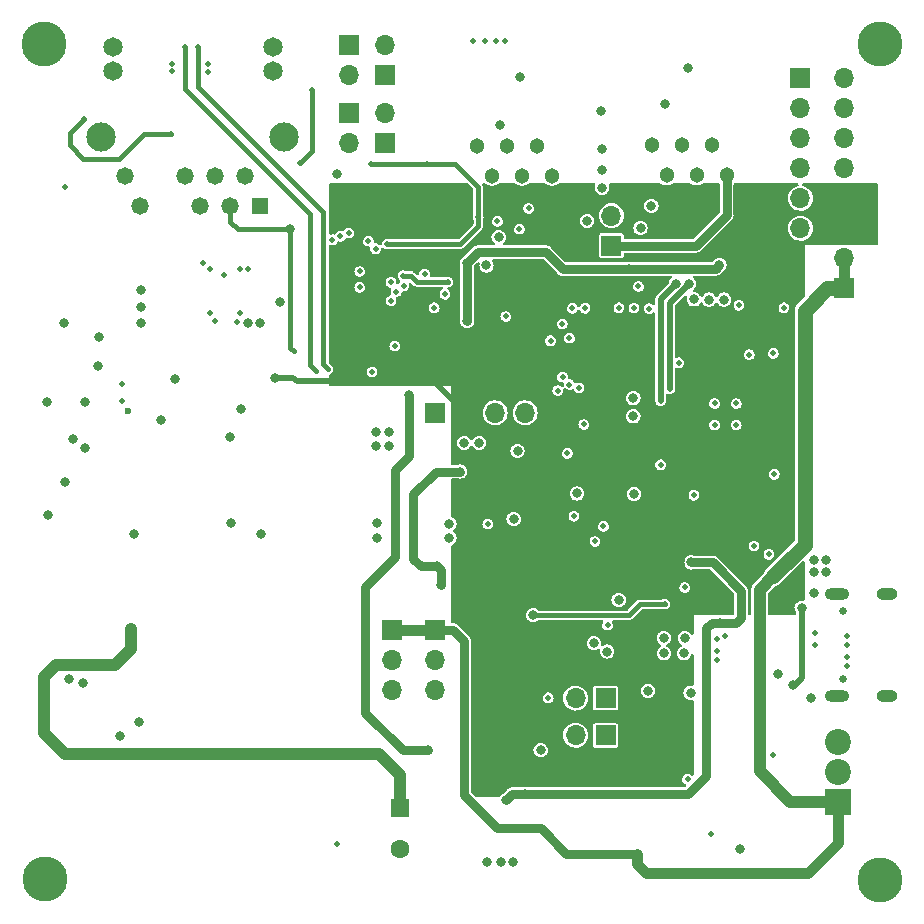
<source format=gbr>
%TF.GenerationSoftware,KiCad,Pcbnew,(6.0.9)*%
%TF.CreationDate,2023-01-10T10:00:19+01:00*%
%TF.ProjectId,P1_shield_board,50315f73-6869-4656-9c64-5f626f617264,V1.0*%
%TF.SameCoordinates,Original*%
%TF.FileFunction,Copper,L2,Inr*%
%TF.FilePolarity,Positive*%
%FSLAX46Y46*%
G04 Gerber Fmt 4.6, Leading zero omitted, Abs format (unit mm)*
G04 Created by KiCad (PCBNEW (6.0.9)) date 2023-01-10 10:00:19*
%MOMM*%
%LPD*%
G01*
G04 APERTURE LIST*
%TA.AperFunction,ComponentPad*%
%ADD10R,2.200000X2.200000*%
%TD*%
%TA.AperFunction,ComponentPad*%
%ADD11C,2.200000*%
%TD*%
%TA.AperFunction,ComponentPad*%
%ADD12R,1.700000X1.700000*%
%TD*%
%TA.AperFunction,ComponentPad*%
%ADD13O,1.700000X1.700000*%
%TD*%
%TA.AperFunction,ComponentPad*%
%ADD14R,1.600000X1.600000*%
%TD*%
%TA.AperFunction,ComponentPad*%
%ADD15C,1.600000*%
%TD*%
%TA.AperFunction,ComponentPad*%
%ADD16C,3.800000*%
%TD*%
%TA.AperFunction,ComponentPad*%
%ADD17C,0.660400*%
%TD*%
%TA.AperFunction,ComponentPad*%
%ADD18O,1.800000X1.000000*%
%TD*%
%TA.AperFunction,ComponentPad*%
%ADD19O,2.100000X1.000000*%
%TD*%
%TA.AperFunction,ComponentPad*%
%ADD20C,0.500000*%
%TD*%
%TA.AperFunction,ComponentPad*%
%ADD21R,1.478000X1.478000*%
%TD*%
%TA.AperFunction,ComponentPad*%
%ADD22C,1.478000*%
%TD*%
%TA.AperFunction,ComponentPad*%
%ADD23C,1.650000*%
%TD*%
%TA.AperFunction,ComponentPad*%
%ADD24C,2.475000*%
%TD*%
%TA.AperFunction,ComponentPad*%
%ADD25C,1.303000*%
%TD*%
%TA.AperFunction,ViaPad*%
%ADD26C,0.500000*%
%TD*%
%TA.AperFunction,ViaPad*%
%ADD27C,0.800000*%
%TD*%
%TA.AperFunction,ViaPad*%
%ADD28C,0.600000*%
%TD*%
%TA.AperFunction,Conductor*%
%ADD29C,0.381000*%
%TD*%
%TA.AperFunction,Conductor*%
%ADD30C,0.508000*%
%TD*%
%TA.AperFunction,Conductor*%
%ADD31C,0.752000*%
%TD*%
%TA.AperFunction,Conductor*%
%ADD32C,0.889000*%
%TD*%
%TA.AperFunction,Conductor*%
%ADD33C,1.270000*%
%TD*%
%TA.AperFunction,Conductor*%
%ADD34C,1.016000*%
%TD*%
G04 APERTURE END LIST*
D10*
%TO.N,+5V*%
%TO.C,J10*%
X128778000Y-88849200D03*
D11*
%TO.N,Net-(J10-Pad2)*%
X128778000Y-86309200D03*
%TO.N,GND*%
X128778000Y-83769200D03*
%TD*%
D12*
%TO.N,/USB to Serial/UART_TX*%
%TO.C,JP8*%
X109072600Y-80086200D03*
D13*
%TO.N,/MCU/UART_TX0*%
X106532600Y-80086200D03*
%TD*%
D14*
%TO.N,VDC*%
%TO.C,C38*%
X91668600Y-89380949D03*
D15*
%TO.N,GND*%
X91668600Y-92880949D03*
%TD*%
D12*
%TO.N,/MCU/GPIO12*%
%TO.C,J7*%
X125577600Y-27609800D03*
D13*
%TO.N,/MCU/GPIO17*%
X125577600Y-30149800D03*
%TO.N,/MCU/GPIO5*%
X125577600Y-32689800D03*
%TO.N,/MCU/GPIO33*%
X125577600Y-35229800D03*
%TO.N,/MCU/GPIO32*%
X125577600Y-37769800D03*
%TO.N,/MCU/GPIO35*%
X125577600Y-40309800D03*
%TD*%
D12*
%TO.N,/USB to Serial/UART_RX*%
%TO.C,JP7*%
X109072600Y-83235800D03*
D13*
%TO.N,/MCU/UART_RX0*%
X106532600Y-83235800D03*
%TD*%
D12*
%TO.N,+5V*%
%TO.C,J11*%
X90957400Y-74310000D03*
D13*
%TO.N,/MCU/PLS1*%
X90957400Y-76850000D03*
%TO.N,GND*%
X90957400Y-79390000D03*
%TD*%
D12*
%TO.N,+5V*%
%TO.C,J12*%
X94665800Y-74310000D03*
D13*
%TO.N,/MCU/PLS2*%
X94665800Y-76850000D03*
%TO.N,GND*%
X94665800Y-79390000D03*
%TD*%
D16*
%TO.N,Earth*%
%TO.C,H3*%
X61569600Y-24739600D03*
%TD*%
D17*
%TO.N,N/C*%
%TO.C,J2*%
X129211999Y-78480399D03*
X129211999Y-72700401D03*
D18*
%TO.N,Earth*%
X132892000Y-79910402D03*
X132892000Y-71270398D03*
D19*
X128712000Y-79910402D03*
X128712000Y-71270398D03*
%TD*%
D16*
%TO.N,Earth*%
%TO.C,H1*%
X132283200Y-95453200D03*
%TD*%
D20*
%TO.N,GND*%
%TO.C,U3*%
X118305300Y-55143400D03*
X120142000Y-56972200D03*
X120140300Y-55143400D03*
X118307000Y-56972200D03*
%TD*%
D12*
%TO.N,/P1 Port/P1_2_TX*%
%TO.C,JP3*%
X90398600Y-27360800D03*
D13*
%TO.N,Net-(J3-Pad5)*%
X90398600Y-24820800D03*
%TD*%
D12*
%TO.N,/P1 Port/PWR2*%
%TO.C,JP9*%
X109575600Y-41788000D03*
D13*
%TO.N,/P1 Port/PWR1*%
X109575600Y-39248000D03*
%TD*%
D16*
%TO.N,Earth*%
%TO.C,H2*%
X132283200Y-24739600D03*
%TD*%
D21*
%TO.N,/ETHERNET/RX_P*%
%TO.C,J1*%
X79832200Y-38404800D03*
D22*
%TO.N,/ETHERNET/RX_N*%
X78562200Y-35864800D03*
%TO.N,+3.3VA*%
X77292200Y-38404800D03*
X76022200Y-35864800D03*
%TO.N,/ETHERNET/TX_P*%
X74752200Y-38404800D03*
%TO.N,/ETHERNET/TX_N*%
X73482200Y-35864800D03*
%TO.N,/ETHERNET/POE_POS*%
X69672200Y-38404800D03*
%TO.N,/ETHERNET/POE_NEG*%
X68402200Y-35864800D03*
D23*
%TO.N,/ETHERNET/LED1_ANODE*%
X80897200Y-26974800D03*
%TO.N,/ETHERNET/LED1_CATHODE*%
X80897200Y-24944800D03*
%TO.N,/ETHERNET/LED2_ANODE*%
X67337200Y-26974800D03*
%TO.N,/ETHERNET/LED2_CATHODE*%
X67337200Y-24944800D03*
D24*
%TO.N,Earth*%
X81862200Y-32564800D03*
X66372200Y-32564800D03*
%TD*%
D25*
%TO.N,/P1 Port/PWR2*%
%TO.C,J3*%
X119329200Y-35837000D03*
%TO.N,Net-(J3-Pad2)*%
X118059200Y-33297000D03*
%TO.N,GND*%
X116789200Y-35837000D03*
%TO.N,unconnected-(J3-Pad4)*%
X115519200Y-33297000D03*
%TO.N,Net-(J3-Pad5)*%
X114249200Y-35837000D03*
%TO.N,GND*%
X112979200Y-33297000D03*
%TD*%
D12*
%TO.N,/MCU/UART_RX0*%
%TO.C,JP4*%
X87325200Y-24810800D03*
D13*
%TO.N,Net-(JP4-Pad2)*%
X87325200Y-27350800D03*
%TD*%
D12*
%TO.N,/MCU/UART_TX0*%
%TO.C,JP1*%
X87325200Y-30530800D03*
D13*
%TO.N,Net-(JP1-Pad2)*%
X87325200Y-33070800D03*
%TD*%
D12*
%TO.N,Net-(JP1-Pad2)*%
%TO.C,JP2*%
X90398600Y-33080800D03*
D13*
%TO.N,/MCU/P1_REQUEST*%
X90398600Y-30540800D03*
%TD*%
D25*
%TO.N,/P1 Port/PWR1*%
%TO.C,J4*%
X104521000Y-35862400D03*
%TO.N,Net-(J4-Pad2)*%
X103251000Y-33322400D03*
%TO.N,GND*%
X101981000Y-35862400D03*
%TO.N,unconnected-(J4-Pad4)*%
X100711000Y-33322400D03*
%TO.N,/P1 Port/P1_2_TX*%
X99441000Y-35862400D03*
%TO.N,GND*%
X98171000Y-33322400D03*
%TD*%
D12*
%TO.N,GND*%
%TO.C,J6*%
X94650400Y-55930800D03*
D13*
%TO.N,+3V3*%
X97190400Y-55930800D03*
%TO.N,/MCU/I2C_SCL*%
X99730400Y-55930800D03*
%TO.N,/MCU/I2C_SDA*%
X102270400Y-55930800D03*
%TD*%
D12*
%TO.N,+5V*%
%TO.C,J5*%
X129260600Y-45364400D03*
D13*
X129260600Y-42824400D03*
%TO.N,+3V3*%
X129260600Y-40284400D03*
X129260600Y-37744400D03*
%TO.N,GND*%
X129260600Y-35204400D03*
X129260600Y-32664400D03*
X129260600Y-30124400D03*
X129260600Y-27584400D03*
%TD*%
D16*
%TO.N,Earth*%
%TO.C,H4*%
X61620400Y-95402400D03*
%TD*%
D26*
%TO.N,GND*%
X77901800Y-48285400D03*
X97840800Y-24434800D03*
D27*
X127711200Y-68376800D03*
X100025200Y-41071800D03*
X79832200Y-48310800D03*
D26*
X88265000Y-45313600D03*
D27*
X98374200Y-58470800D03*
X115780572Y-74997408D03*
D26*
X75387200Y-26365200D03*
X72390000Y-26365200D03*
D27*
X126695200Y-69392800D03*
D26*
X63347600Y-36830000D03*
D27*
X108788200Y-36880800D03*
X90754200Y-57556400D03*
D26*
X75006200Y-43256200D03*
X76050000Y-48200000D03*
D27*
X90754200Y-58724800D03*
D26*
X99771200Y-24434800D03*
D27*
X107518200Y-39674800D03*
D26*
X78800000Y-43750000D03*
D27*
X126695200Y-71170800D03*
D26*
X119200000Y-74800000D03*
X129500000Y-77400000D03*
D27*
X89636600Y-57556400D03*
X126695200Y-68376800D03*
X127711200Y-69392800D03*
D26*
X88265000Y-43967400D03*
D27*
X78816200Y-48310800D03*
X114000000Y-75000000D03*
X101625400Y-59156600D03*
X89636600Y-58724800D03*
X81483200Y-46532800D03*
X111429800Y-54711600D03*
X123647200Y-78028800D03*
X101295200Y-64922400D03*
X108788200Y-35356800D03*
X86309200Y-35737800D03*
D26*
X129500000Y-74800000D03*
D27*
X101803200Y-27482800D03*
D26*
X75387200Y-27076400D03*
D27*
X111429800Y-56235600D03*
X114122200Y-29768800D03*
D26*
X118500000Y-76900000D03*
X72390000Y-27025600D03*
D27*
X97104200Y-58470800D03*
X114000000Y-76300000D03*
X126441200Y-80060800D03*
D26*
X76800000Y-44300000D03*
D27*
X116027200Y-26720800D03*
X108788200Y-33578800D03*
D26*
X100584000Y-24434800D03*
D27*
X115700000Y-76300000D03*
D26*
X98856800Y-24434800D03*
%TO.N,+3.3VA*%
X72288400Y-32359600D03*
X82715400Y-50736200D03*
D27*
X82400000Y-40400000D03*
D26*
X83210400Y-34798000D03*
X84226400Y-28600400D03*
X64922400Y-31038800D03*
D27*
%TO.N,+3V3*%
X120472200Y-92887800D03*
X112344200Y-70916800D03*
X119456200Y-72313800D03*
D26*
X96570800Y-67564000D03*
D27*
X124663200Y-71297800D03*
X113995200Y-44881800D03*
X104267000Y-59004200D03*
D26*
X94310200Y-40309800D03*
D27*
X101193600Y-73075800D03*
X108280200Y-85902800D03*
D26*
X96342200Y-39674800D03*
X86055200Y-40309800D03*
D27*
X125425200Y-45643800D03*
X103911400Y-54432200D03*
X99415600Y-73075800D03*
D26*
X86461600Y-49479200D03*
D27*
X112344200Y-82600800D03*
X125425200Y-44627800D03*
X81102200Y-53009800D03*
X107137200Y-85902800D03*
X101498400Y-61087000D03*
X96799400Y-62738000D03*
X117932200Y-72440800D03*
D26*
%TO.N,/ETHERNET/VDDIO*%
X90601800Y-41656000D03*
X89230200Y-34899600D03*
X98298000Y-39370000D03*
X90906600Y-44881800D03*
X93980000Y-34899600D03*
%TO.N,Net-(C17-Pad1)*%
X115785900Y-70726300D03*
D27*
%TO.N,+5V*%
X95123000Y-70535800D03*
X96774000Y-60909200D03*
X94843600Y-68935600D03*
X122123200Y-86283800D03*
D26*
X92811600Y-67056000D03*
D27*
X111709200Y-93268800D03*
D26*
%TO.N,Net-(R75-Pad1)*%
X106019600Y-49606200D03*
X106019600Y-53543200D03*
X91236800Y-50292000D03*
D27*
%TO.N,/POE/VPOS*%
X63246000Y-48361600D03*
X61772800Y-55016400D03*
X69750000Y-45550000D03*
D28*
X68681600Y-55813100D03*
D27*
X72644000Y-53086000D03*
X69748400Y-48361600D03*
X69138800Y-66217800D03*
X69750000Y-47000000D03*
X79883000Y-66217800D03*
%TO.N,/POE/VNEG*%
X66192400Y-49530000D03*
X65000500Y-55016400D03*
%TO.N,/POE/VDD*%
X63296800Y-61823600D03*
D26*
X68173600Y-53492400D03*
D27*
%TO.N,/POE/VT15*%
X78232000Y-55626000D03*
X64008000Y-58166000D03*
%TO.N,VDC*%
X68884800Y-74269600D03*
X101219000Y-94005400D03*
X65201800Y-84836000D03*
X100228400Y-94005400D03*
X68884800Y-75234800D03*
X61493400Y-81026000D03*
X61493400Y-82016600D03*
X99009200Y-94005400D03*
D26*
%TO.N,Net-(C36-Pad2)*%
X86309200Y-92430600D03*
D27*
%TO.N,VCC*%
X118719600Y-43408600D03*
X103581200Y-84505800D03*
X111074200Y-43738800D03*
X105460800Y-43738800D03*
X94056200Y-84505800D03*
X92405200Y-54406800D03*
X97358200Y-48183800D03*
X97358200Y-43230800D03*
D26*
%TO.N,/MCU/ADC_INPUT*%
X123266200Y-84886800D03*
X120370600Y-46837600D03*
D27*
%TO.N,Net-(D4-Pad5)*%
X124942600Y-78994000D03*
X125679200Y-72440800D03*
D26*
%TO.N,/USB to Serial/USB_D-*%
X129500000Y-76600000D03*
X118500000Y-75100000D03*
X126800000Y-75600000D03*
%TO.N,/USB to Serial/USB_D+*%
X126800000Y-74600000D03*
X129500000Y-75600000D03*
X118500000Y-76100000D03*
D27*
%TO.N,VBUS*%
X116350000Y-68600000D03*
X118780000Y-73700000D03*
X100650000Y-88750000D03*
X102265200Y-88234800D03*
%TO.N,/POE/SWO*%
X65024000Y-58928000D03*
X77393800Y-65252600D03*
X77317600Y-57962800D03*
D26*
%TO.N,/MCU/RESET*%
X99110800Y-65354200D03*
X124180600Y-47040800D03*
%TO.N,/MCU/BOOT*%
X108898800Y-65548400D03*
%TO.N,/ETHERNET/LED1*%
X85547200Y-52247800D03*
X74574400Y-24942800D03*
%TO.N,/ETHERNET/LED2*%
X73456800Y-24942800D03*
X84531200Y-52374800D03*
%TO.N,Net-(C55-Pad2)*%
X116027200Y-86969600D03*
D27*
%TO.N,Net-(J3-Pad5)*%
X112039400Y-40284400D03*
X108712000Y-30353000D03*
D26*
%TO.N,/MCU/I2C_SCL*%
X111480600Y-47066200D03*
X100634800Y-47777400D03*
D27*
%TO.N,/MCU/GPIO5*%
X116154200Y-45008800D03*
D26*
X114503200Y-53898800D03*
%TO.N,/MCU/GPIO12*%
X110210600Y-47040800D03*
D27*
%TO.N,/MCU/GPIO32*%
X117830600Y-46355000D03*
%TO.N,/MCU/GPIO33*%
X116560600Y-46329600D03*
%TO.N,/MCU/GPIO35*%
X119100600Y-46355000D03*
%TO.N,Net-(JP1-Pad2)*%
X100177600Y-31572200D03*
%TO.N,/P1 Port/P1_2_TX*%
X98994000Y-43459250D03*
%TO.N,/USB to Serial/RTS*%
X112674400Y-79476600D03*
X108077000Y-75438000D03*
X110185200Y-71780400D03*
%TO.N,/USB to Serial/DTR*%
X116281200Y-79629000D03*
X109220000Y-76149200D03*
D26*
X109245400Y-73914000D03*
D27*
%TO.N,/MCU/PULSE_S1*%
X106654600Y-62763400D03*
X95859600Y-66548000D03*
%TO.N,/MCU/PULSE_S2*%
X111480600Y-62814200D03*
X95859600Y-65328800D03*
D26*
%TO.N,/USB to Serial/SUS_L*%
X114096800Y-72136000D03*
D27*
X102946200Y-73075800D03*
D26*
%TO.N,Net-(R23-Pad2)*%
X117993201Y-91577201D03*
D27*
%TO.N,Net-(R30-Pad1)*%
X71440100Y-56568392D03*
X66090800Y-51968400D03*
D26*
%TO.N,/POE/EROUT*%
X68141905Y-54939900D03*
D27*
X61874400Y-64566800D03*
%TO.N,Net-(R38-Pad2)*%
X69596000Y-82118200D03*
X64846200Y-78790800D03*
%TO.N,Net-(R39-Pad2)*%
X67944098Y-83261200D03*
X63677800Y-78486000D03*
%TO.N,/MCU/PLS1*%
X89712800Y-66548000D03*
%TO.N,/MCU/PLS2*%
X89712800Y-65303400D03*
D26*
%TO.N,/MCU/UART_TX0*%
X104216200Y-80060800D03*
X122910600Y-67919600D03*
%TO.N,/MCU/P1_REQUEST*%
X107238800Y-56921400D03*
X102565200Y-38630950D03*
X106273600Y-47091600D03*
X106832400Y-53822600D03*
X101777800Y-40383550D03*
D27*
%TO.N,Net-(JP4-Pad2)*%
X112953800Y-38404800D03*
D26*
%TO.N,/MCU/UART_RX2*%
X107340400Y-47091600D03*
X99923600Y-39723150D03*
%TO.N,/MCU/UART_RX0*%
X121640600Y-67208400D03*
%TO.N,/ETHERNET/RXER{slash}PHYAD0*%
X91998800Y-45186600D03*
%TO.N,/ETHERNET/CRS_DV{slash}MODE2*%
X91928787Y-44316813D03*
X95707200Y-44856400D03*
%TO.N,/ETHERNET/RXD1{slash}MODE1*%
X90919200Y-46443800D03*
%TO.N,/ETHERNET/RXD0{slash}MODE0*%
X91363800Y-45669200D03*
%TO.N,/MCU/ETH_MDIO*%
X93751400Y-44170600D03*
X105410000Y-48412400D03*
X105435400Y-52908200D03*
X116560600Y-62915800D03*
%TO.N,/MCU/ETH_CRS*%
X111861600Y-45237400D03*
X112776000Y-47117000D03*
%TO.N,Net-(R67-Pad1)*%
X89001600Y-41402000D03*
X105841800Y-59359800D03*
X104419400Y-49834800D03*
X105029000Y-54051200D03*
X108178600Y-66827400D03*
X106400600Y-64693800D03*
%TO.N,/MCU/ETH_RXD0*%
X95474600Y-45893800D03*
%TO.N,/MCU/ETH_RXD1*%
X94564200Y-47040800D03*
%TO.N,/MCU/ETH_MDC*%
X123266200Y-50901600D03*
X89611200Y-42037000D03*
%TO.N,/MCU/ETH_TXEN*%
X121234200Y-51003200D03*
X87325200Y-40716200D03*
%TO.N,/MCU/ETH_TXD0*%
X115265200Y-51689000D03*
X86614000Y-40995600D03*
%TO.N,/MCU/ETH_TXD1*%
X123367800Y-61137800D03*
X85953600Y-41275000D03*
%TO.N,/ETHERNET/RX_P*%
X78092500Y-47480000D03*
%TO.N,/ETHERNET/RX_N*%
X75582500Y-47480000D03*
%TO.N,/ETHERNET/TX_P*%
X78092500Y-43750000D03*
%TO.N,/ETHERNET/TX_N*%
X75582500Y-43750000D03*
D27*
%TO.N,/MCU/GPIO17*%
X115011200Y-45008800D03*
D26*
X113741200Y-54914800D03*
X113741200Y-60325000D03*
%TO.N,Net-(Y1-Pad1)*%
X89306400Y-52476400D03*
%TD*%
D29*
%TO.N,+3.3VA*%
X82715400Y-50736200D02*
X82400000Y-50420800D01*
X67919600Y-34442400D02*
X70002400Y-32359600D01*
X64973200Y-34442400D02*
X64871600Y-34442400D01*
X67919600Y-34442400D02*
X64973200Y-34442400D01*
X84226400Y-28600400D02*
X84226400Y-33782000D01*
X63703200Y-32258000D02*
X64922400Y-31038800D01*
X82400000Y-50420800D02*
X82400000Y-40400000D01*
X63703200Y-33274000D02*
X63703200Y-32258000D01*
X77292200Y-39742200D02*
X77292200Y-38404800D01*
X84226400Y-33782000D02*
X83210400Y-34798000D01*
X72288400Y-32359600D02*
X70002400Y-32359600D01*
X82400000Y-40400000D02*
X77950000Y-40400000D01*
X64871600Y-34442400D02*
X63703200Y-33274000D01*
X77950000Y-40400000D02*
X77292200Y-39742200D01*
D30*
%TO.N,+3V3*%
X82650000Y-53000000D02*
X81112000Y-53000000D01*
X81112000Y-53000000D02*
X81102200Y-53009800D01*
X94523400Y-53263800D02*
X97190400Y-55930800D01*
X82913800Y-53263800D02*
X82650000Y-53000000D01*
X94523400Y-53263800D02*
X82913800Y-53263800D01*
D29*
%TO.N,/ETHERNET/VDDIO*%
X98298000Y-40132000D02*
X96780000Y-41650000D01*
X96367600Y-34899600D02*
X93980000Y-34899600D01*
X98298000Y-39370000D02*
X98272600Y-39344600D01*
X90607800Y-41650000D02*
X90601800Y-41656000D01*
X98272600Y-36804600D02*
X96367600Y-34899600D01*
X98272600Y-39344600D02*
X98272600Y-36804600D01*
X98298000Y-39370000D02*
X98298000Y-40132000D01*
X96780000Y-41650000D02*
X90607800Y-41650000D01*
X93980000Y-34899600D02*
X89230200Y-34899600D01*
D31*
%TO.N,+5V*%
X103581200Y-91109800D02*
X105740200Y-93268800D01*
X94665800Y-74310000D02*
X96179400Y-74310000D01*
X92811600Y-62788800D02*
X92811600Y-67056000D01*
D32*
X90957400Y-74310000D02*
X94665800Y-74310000D01*
X128778000Y-92354400D02*
X126212600Y-94919800D01*
X126212600Y-94919800D02*
X112471200Y-94919800D01*
D33*
X125933200Y-67106800D02*
X123266200Y-69773800D01*
D31*
X94843600Y-68935600D02*
X95123000Y-69215000D01*
X94691200Y-60909200D02*
X92811600Y-62788800D01*
D34*
X123266200Y-69773800D02*
X122123200Y-70916800D01*
X122123200Y-70916800D02*
X122123200Y-86283800D01*
D31*
X92811600Y-68275200D02*
X93472000Y-68935600D01*
X92811600Y-67056000D02*
X92811600Y-68275200D01*
D33*
X127863600Y-45364400D02*
X125933200Y-47294800D01*
D31*
X95123000Y-69215000D02*
X95123000Y-70535800D01*
D32*
X112471200Y-94919800D02*
X111709200Y-94157800D01*
D31*
X97104200Y-75234800D02*
X97104200Y-88315800D01*
X97104200Y-88315800D02*
X99898200Y-91109800D01*
D32*
X129260600Y-42824400D02*
X129260600Y-45364400D01*
X128778000Y-88849200D02*
X128778000Y-92354400D01*
D33*
X129260600Y-45364400D02*
X127863600Y-45364400D01*
D31*
X99898200Y-91109800D02*
X103581200Y-91109800D01*
D34*
X124688600Y-88849200D02*
X128778000Y-88849200D01*
D31*
X96774000Y-60909200D02*
X94691200Y-60909200D01*
D33*
X125933200Y-47294800D02*
X125933200Y-67106800D01*
D31*
X93472000Y-68935600D02*
X94843600Y-68935600D01*
X96179400Y-74310000D02*
X97104200Y-75234800D01*
X105740200Y-93268800D02*
X111709200Y-93268800D01*
D32*
X111709200Y-94157800D02*
X111709200Y-93268800D01*
D34*
X122123200Y-86283800D02*
X124688600Y-88849200D01*
%TO.N,VDC*%
X61493400Y-81026000D02*
X61493400Y-82016600D01*
X68884800Y-75234800D02*
X68884800Y-75920600D01*
X61493400Y-82016600D02*
X61493400Y-83058000D01*
X68884800Y-74269600D02*
X68884800Y-75234800D01*
X91668600Y-86614000D02*
X91668600Y-89380949D01*
X89890600Y-84836000D02*
X91668600Y-86614000D01*
X63271400Y-84836000D02*
X65201800Y-84836000D01*
X68884800Y-75920600D02*
X67538600Y-77266800D01*
X62534800Y-77266800D02*
X61493400Y-78308200D01*
X61493400Y-83058000D02*
X63271400Y-84836000D01*
X65201800Y-84836000D02*
X89890600Y-84836000D01*
X67538600Y-77266800D02*
X62534800Y-77266800D01*
X61493400Y-78308200D02*
X61493400Y-81026000D01*
D31*
%TO.N,VCC*%
X98247200Y-42341800D02*
X104041800Y-42341800D01*
X91897200Y-84505800D02*
X88722200Y-81330800D01*
X97358200Y-43230800D02*
X98247200Y-42341800D01*
X104041800Y-42341800D02*
X105438800Y-43738800D01*
X97358200Y-43230800D02*
X97358200Y-48183800D01*
X91262200Y-60756800D02*
X92405200Y-59613800D01*
X91262200Y-68122800D02*
X91262200Y-60756800D01*
X105438800Y-43738800D02*
X105460800Y-43738800D01*
X94056200Y-84505800D02*
X91897200Y-84505800D01*
X111074200Y-43738800D02*
X105460800Y-43738800D01*
X118719600Y-43408600D02*
X118389400Y-43738800D01*
X88722200Y-70662800D02*
X91262200Y-68122800D01*
X92405200Y-59613800D02*
X92405200Y-54406800D01*
X88722200Y-81330800D02*
X88722200Y-70662800D01*
X118389400Y-43738800D02*
X111074200Y-43738800D01*
D30*
%TO.N,Net-(D4-Pad5)*%
X125679200Y-72440800D02*
X125679200Y-78409800D01*
X125679200Y-78409800D02*
X125095000Y-78994000D01*
X125095000Y-78994000D02*
X124942600Y-78994000D01*
D31*
%TO.N,VBUS*%
X101165200Y-88234800D02*
X100650000Y-88750000D01*
X118780000Y-73700000D02*
X118090000Y-73700000D01*
X102265200Y-88234800D02*
X101165200Y-88234800D01*
X120150000Y-73700000D02*
X120550000Y-73300000D01*
X116065200Y-88234800D02*
X102265200Y-88234800D01*
X120550000Y-71000000D02*
X118150000Y-68600000D01*
X118090000Y-73700000D02*
X117600000Y-74190000D01*
X118780000Y-73700000D02*
X120150000Y-73700000D01*
X117600000Y-86700000D02*
X116065200Y-88234800D01*
X120550000Y-73300000D02*
X120550000Y-71000000D01*
X118150000Y-68600000D02*
X116350000Y-68600000D01*
X117600000Y-74190000D02*
X117600000Y-86700000D01*
D29*
%TO.N,/ETHERNET/LED1*%
X85547200Y-52247800D02*
X85140800Y-51841400D01*
X85140800Y-51841400D02*
X85140800Y-38938200D01*
X74574400Y-28371800D02*
X74574400Y-24942800D01*
X85140800Y-38938200D02*
X74574400Y-28371800D01*
%TO.N,/ETHERNET/LED2*%
X84531200Y-52374800D02*
X84050000Y-51893600D01*
X84050000Y-51893600D02*
X84050000Y-39092000D01*
X84050000Y-39092000D02*
X73456800Y-28498800D01*
X73456800Y-28498800D02*
X73456800Y-24942800D01*
D30*
%TO.N,/MCU/GPIO5*%
X114503200Y-46646800D02*
X115337200Y-45812800D01*
X115350200Y-45812800D02*
X116154200Y-45008800D01*
X114503200Y-53898800D02*
X114503200Y-46646800D01*
X115337200Y-45812800D02*
X115350200Y-45812800D01*
D29*
%TO.N,/USB to Serial/SUS_L*%
X111074200Y-73075800D02*
X112014000Y-72136000D01*
X114096800Y-72136000D02*
X112014000Y-72136000D01*
X111074200Y-73075800D02*
X102946200Y-73075800D01*
D31*
%TO.N,/P1 Port/PWR2*%
X119329200Y-39192200D02*
X119329200Y-35837000D01*
X116733400Y-41788000D02*
X119329200Y-39192200D01*
X109575600Y-41788000D02*
X116733400Y-41788000D01*
D29*
%TO.N,/ETHERNET/CRS_DV{slash}MODE2*%
X92576813Y-44316813D02*
X93116400Y-44856400D01*
X93116400Y-44856400D02*
X95707200Y-44856400D01*
X92500613Y-44316813D02*
X92576813Y-44316813D01*
X91928787Y-44316813D02*
X92500613Y-44316813D01*
D30*
%TO.N,/MCU/GPIO17*%
X115011200Y-45038800D02*
X115011200Y-45008800D01*
X113741200Y-54914800D02*
X113741200Y-46308800D01*
X113741200Y-46308800D02*
X115011200Y-45038800D01*
%TD*%
%TA.AperFunction,Conductor*%
%TO.N,+3V3*%
G36*
X97430774Y-36519802D02*
G01*
X97451748Y-36536705D01*
X97844695Y-36929652D01*
X97878721Y-36991964D01*
X97881600Y-37018747D01*
X97881600Y-39168685D01*
X97869655Y-39222233D01*
X97862754Y-39236932D01*
X97861373Y-39245800D01*
X97861373Y-39245801D01*
X97844282Y-39355567D01*
X97844282Y-39355571D01*
X97842901Y-39364440D01*
X97844065Y-39373342D01*
X97844065Y-39373345D01*
X97858468Y-39483489D01*
X97858469Y-39483493D01*
X97859633Y-39492394D01*
X97885750Y-39551750D01*
X97896329Y-39575792D01*
X97907000Y-39626538D01*
X97907000Y-39917853D01*
X97886998Y-39985974D01*
X97870095Y-40006948D01*
X96654948Y-41222095D01*
X96592636Y-41256121D01*
X96565853Y-41259000D01*
X90852347Y-41259000D01*
X90799818Y-41247451D01*
X90792706Y-41242841D01*
X90784109Y-41240270D01*
X90784107Y-41240269D01*
X90677674Y-41208438D01*
X90677672Y-41208438D01*
X90669073Y-41205866D01*
X90660098Y-41205811D01*
X90660097Y-41205811D01*
X90605441Y-41205477D01*
X90540031Y-41205078D01*
X90477993Y-41222808D01*
X90424586Y-41238072D01*
X90424584Y-41238073D01*
X90415955Y-41240539D01*
X90306819Y-41309399D01*
X90221396Y-41406122D01*
X90166554Y-41522932D01*
X90165174Y-41531796D01*
X90165173Y-41531799D01*
X90146740Y-41650190D01*
X90116496Y-41714423D01*
X90056326Y-41752108D01*
X89985335Y-41751280D01*
X89926787Y-41713054D01*
X89916251Y-41700826D01*
X89916249Y-41700824D01*
X89910393Y-41694028D01*
X89802106Y-41623841D01*
X89793511Y-41621271D01*
X89793510Y-41621270D01*
X89687074Y-41589438D01*
X89687072Y-41589438D01*
X89678473Y-41586866D01*
X89669498Y-41586811D01*
X89669497Y-41586811D01*
X89575670Y-41586238D01*
X89507673Y-41565820D01*
X89461509Y-41511881D01*
X89452187Y-41439334D01*
X89455789Y-41417924D01*
X89455789Y-41417921D01*
X89456597Y-41413120D01*
X89456733Y-41402000D01*
X89448955Y-41347690D01*
X89439712Y-41283145D01*
X89439711Y-41283142D01*
X89438439Y-41274259D01*
X89423787Y-41242034D01*
X89388745Y-41164962D01*
X89388743Y-41164959D01*
X89385028Y-41156788D01*
X89359225Y-41126842D01*
X89306651Y-41065826D01*
X89306649Y-41065824D01*
X89300793Y-41059028D01*
X89192506Y-40988841D01*
X89183911Y-40986271D01*
X89183910Y-40986270D01*
X89077474Y-40954438D01*
X89077472Y-40954438D01*
X89068873Y-40951866D01*
X89059898Y-40951811D01*
X89059897Y-40951811D01*
X89005241Y-40951477D01*
X88939831Y-40951078D01*
X88877793Y-40968808D01*
X88824386Y-40984072D01*
X88824384Y-40984073D01*
X88815755Y-40986539D01*
X88808165Y-40991328D01*
X88719828Y-41047065D01*
X88706619Y-41055399D01*
X88700676Y-41062128D01*
X88700675Y-41062129D01*
X88655489Y-41113293D01*
X88621196Y-41152122D01*
X88617382Y-41160245D01*
X88617381Y-41160247D01*
X88598221Y-41201058D01*
X88566354Y-41268932D01*
X88557226Y-41327558D01*
X88547882Y-41387567D01*
X88547882Y-41387571D01*
X88546501Y-41396440D01*
X88547665Y-41405342D01*
X88547665Y-41405345D01*
X88562068Y-41515489D01*
X88562069Y-41515493D01*
X88563233Y-41524394D01*
X88570265Y-41540375D01*
X88605978Y-41621539D01*
X88615205Y-41642510D01*
X88620982Y-41649383D01*
X88620983Y-41649384D01*
X88684077Y-41724443D01*
X88698239Y-41741291D01*
X88805660Y-41812796D01*
X88887063Y-41838228D01*
X88903147Y-41843253D01*
X88928833Y-41851278D01*
X88937805Y-41851442D01*
X88937808Y-41851443D01*
X89039015Y-41853298D01*
X89106757Y-41874546D01*
X89152259Y-41929044D01*
X89161205Y-41998661D01*
X89156101Y-42031440D01*
X89157265Y-42040342D01*
X89157265Y-42040345D01*
X89171668Y-42150489D01*
X89171669Y-42150493D01*
X89172833Y-42159394D01*
X89224805Y-42277510D01*
X89230582Y-42284383D01*
X89230583Y-42284384D01*
X89285455Y-42349662D01*
X89307839Y-42376291D01*
X89415260Y-42447796D01*
X89538433Y-42486278D01*
X89547403Y-42486442D01*
X89547407Y-42486443D01*
X89606142Y-42487519D01*
X89667455Y-42488643D01*
X89729705Y-42471671D01*
X89783292Y-42457062D01*
X89783293Y-42457062D01*
X89791955Y-42454700D01*
X89799605Y-42450003D01*
X89799607Y-42450002D01*
X89894272Y-42391878D01*
X89894275Y-42391875D01*
X89901924Y-42387179D01*
X89907950Y-42380522D01*
X89982500Y-42298161D01*
X89982503Y-42298157D01*
X89988522Y-42291507D01*
X90044788Y-42175375D01*
X90056553Y-42105443D01*
X90065389Y-42052925D01*
X90065389Y-42052920D01*
X90066197Y-42048120D01*
X90066951Y-42048247D01*
X90091476Y-41985944D01*
X90149069Y-41944428D01*
X90219964Y-41940639D01*
X90281653Y-41975780D01*
X90287416Y-41982178D01*
X90298439Y-41995291D01*
X90305916Y-42000268D01*
X90362503Y-42037935D01*
X90405860Y-42066796D01*
X90529033Y-42105278D01*
X90538003Y-42105442D01*
X90538007Y-42105443D01*
X90596742Y-42106519D01*
X90658055Y-42107643D01*
X90708878Y-42093787D01*
X90773896Y-42076061D01*
X90773898Y-42076060D01*
X90782555Y-42073700D01*
X90805479Y-42059625D01*
X90871407Y-42041000D01*
X96841928Y-42041000D01*
X96851360Y-42037935D01*
X96851362Y-42037935D01*
X96862124Y-42034438D01*
X96881351Y-42029822D01*
X96892536Y-42028051D01*
X96892539Y-42028050D01*
X96902332Y-42026499D01*
X96911166Y-42021998D01*
X96911171Y-42021996D01*
X96921256Y-42016857D01*
X96939526Y-42009289D01*
X96941078Y-42008785D01*
X96959723Y-42002727D01*
X96967744Y-41996900D01*
X96967747Y-41996898D01*
X96976906Y-41990243D01*
X96993763Y-41979913D01*
X97003852Y-41974772D01*
X97003853Y-41974772D01*
X97012689Y-41970269D01*
X97100269Y-41882689D01*
X97100270Y-41882687D01*
X98530687Y-40452270D01*
X98530689Y-40452269D01*
X98604968Y-40377990D01*
X101322701Y-40377990D01*
X101323865Y-40386892D01*
X101323865Y-40386895D01*
X101338268Y-40497039D01*
X101338269Y-40497043D01*
X101339433Y-40505944D01*
X101391405Y-40624060D01*
X101397182Y-40630933D01*
X101397183Y-40630934D01*
X101448903Y-40692462D01*
X101474439Y-40722841D01*
X101581860Y-40794346D01*
X101670738Y-40822114D01*
X101687781Y-40827438D01*
X101705033Y-40832828D01*
X101714003Y-40832992D01*
X101714007Y-40832993D01*
X101772742Y-40834069D01*
X101834055Y-40835193D01*
X101918773Y-40812096D01*
X101949892Y-40803612D01*
X101949893Y-40803612D01*
X101958555Y-40801250D01*
X101966205Y-40796553D01*
X101966207Y-40796552D01*
X102060872Y-40738428D01*
X102060875Y-40738425D01*
X102068524Y-40733729D01*
X102074550Y-40727072D01*
X102149100Y-40644711D01*
X102149103Y-40644707D01*
X102155122Y-40638057D01*
X102211388Y-40521925D01*
X102213975Y-40506552D01*
X102231990Y-40399467D01*
X102232797Y-40394670D01*
X102232933Y-40383550D01*
X102221869Y-40306294D01*
X102215912Y-40264695D01*
X102215911Y-40264692D01*
X102214639Y-40255809D01*
X102210925Y-40247640D01*
X102164945Y-40146512D01*
X102164943Y-40146509D01*
X102161228Y-40138338D01*
X102099477Y-40066672D01*
X102082851Y-40047376D01*
X102082849Y-40047374D01*
X102076993Y-40040578D01*
X101968706Y-39970391D01*
X101960111Y-39967821D01*
X101960110Y-39967820D01*
X101853674Y-39935988D01*
X101853672Y-39935988D01*
X101845073Y-39933416D01*
X101836098Y-39933361D01*
X101836097Y-39933361D01*
X101781441Y-39933027D01*
X101716031Y-39932628D01*
X101704275Y-39935988D01*
X101600586Y-39965622D01*
X101600584Y-39965623D01*
X101591955Y-39968089D01*
X101570606Y-39981559D01*
X101521689Y-40012424D01*
X101482819Y-40036949D01*
X101476876Y-40043678D01*
X101476875Y-40043679D01*
X101435673Y-40090332D01*
X101397396Y-40133672D01*
X101393582Y-40141795D01*
X101393581Y-40141797D01*
X101369105Y-40193929D01*
X101342554Y-40250482D01*
X101337273Y-40284400D01*
X101324082Y-40369117D01*
X101324082Y-40369121D01*
X101322701Y-40377990D01*
X98604968Y-40377990D01*
X98618269Y-40364689D01*
X98627913Y-40345763D01*
X98638243Y-40328906D01*
X98644898Y-40319746D01*
X98650727Y-40311723D01*
X98653791Y-40302292D01*
X98653793Y-40302289D01*
X98657292Y-40291521D01*
X98664855Y-40273261D01*
X98669999Y-40263164D01*
X98674499Y-40254332D01*
X98676049Y-40244543D01*
X98676051Y-40244538D01*
X98677823Y-40233352D01*
X98682437Y-40214133D01*
X98685935Y-40203365D01*
X98685936Y-40203360D01*
X98689000Y-40193929D01*
X98689000Y-39717590D01*
X99468501Y-39717590D01*
X99469665Y-39726492D01*
X99469665Y-39726495D01*
X99484068Y-39836639D01*
X99484069Y-39836643D01*
X99485233Y-39845544D01*
X99537205Y-39963660D01*
X99542982Y-39970533D01*
X99542983Y-39970534D01*
X99614459Y-40055565D01*
X99620239Y-40062441D01*
X99627716Y-40067418D01*
X99718184Y-40127638D01*
X99727660Y-40133946D01*
X99850833Y-40172428D01*
X99859803Y-40172592D01*
X99859807Y-40172593D01*
X99918542Y-40173669D01*
X99979855Y-40174793D01*
X100042105Y-40157821D01*
X100095692Y-40143212D01*
X100095693Y-40143212D01*
X100104355Y-40140850D01*
X100112005Y-40136153D01*
X100112007Y-40136152D01*
X100206672Y-40078028D01*
X100206675Y-40078025D01*
X100214324Y-40073329D01*
X100220350Y-40066672D01*
X100294900Y-39984311D01*
X100294903Y-39984307D01*
X100300922Y-39977657D01*
X100357188Y-39861525D01*
X100360946Y-39839191D01*
X100377790Y-39739067D01*
X100378597Y-39734270D01*
X100378733Y-39723150D01*
X100371809Y-39674800D01*
X106912518Y-39674800D01*
X106933156Y-39831562D01*
X106993664Y-39977641D01*
X107089918Y-40103082D01*
X107096464Y-40108105D01*
X107109096Y-40117798D01*
X107215359Y-40199336D01*
X107361438Y-40259844D01*
X107369626Y-40260922D01*
X107403131Y-40265333D01*
X107518200Y-40280482D01*
X107526388Y-40279404D01*
X107666774Y-40260922D01*
X107674962Y-40259844D01*
X107821041Y-40199336D01*
X107927304Y-40117798D01*
X107939936Y-40108105D01*
X107946482Y-40103082D01*
X108042736Y-39977641D01*
X108103244Y-39831562D01*
X108123882Y-39674800D01*
X108103244Y-39518038D01*
X108042736Y-39371959D01*
X107968071Y-39274653D01*
X107951505Y-39253064D01*
X107946482Y-39246518D01*
X107937214Y-39239406D01*
X107929207Y-39233262D01*
X108520120Y-39233262D01*
X108520636Y-39239406D01*
X108532408Y-39379589D01*
X108537359Y-39438553D01*
X108539058Y-39444478D01*
X108591263Y-39626538D01*
X108594144Y-39636586D01*
X108596959Y-39642063D01*
X108596960Y-39642066D01*
X108646812Y-39739067D01*
X108688312Y-39819818D01*
X108816277Y-39981270D01*
X108820970Y-39985264D01*
X108820971Y-39985265D01*
X108944425Y-40090332D01*
X108973164Y-40114791D01*
X108978542Y-40117797D01*
X108978544Y-40117798D01*
X109015296Y-40138338D01*
X109152998Y-40215297D01*
X109236286Y-40242359D01*
X109343071Y-40277056D01*
X109343075Y-40277057D01*
X109348929Y-40278959D01*
X109553494Y-40303351D01*
X109559629Y-40302879D01*
X109559631Y-40302879D01*
X109619502Y-40298272D01*
X109758900Y-40287546D01*
X109764830Y-40285890D01*
X109764832Y-40285890D01*
X109770169Y-40284400D01*
X111433718Y-40284400D01*
X111454356Y-40441162D01*
X111514864Y-40587241D01*
X111611118Y-40712682D01*
X111617664Y-40717705D01*
X111629871Y-40727072D01*
X111736559Y-40808936D01*
X111882638Y-40869444D01*
X111890826Y-40870522D01*
X111933507Y-40876141D01*
X112039400Y-40890082D01*
X112047588Y-40889004D01*
X112187974Y-40870522D01*
X112196162Y-40869444D01*
X112342241Y-40808936D01*
X112448929Y-40727072D01*
X112461136Y-40717705D01*
X112467682Y-40712682D01*
X112563936Y-40587241D01*
X112624444Y-40441162D01*
X112645082Y-40284400D01*
X112624444Y-40127638D01*
X112563936Y-39981559D01*
X112467682Y-39856118D01*
X112342241Y-39759864D01*
X112196162Y-39699356D01*
X112039400Y-39678718D01*
X111882638Y-39699356D01*
X111736559Y-39759864D01*
X111611118Y-39856118D01*
X111514864Y-39981559D01*
X111454356Y-40127638D01*
X111433718Y-40284400D01*
X109770169Y-40284400D01*
X109951397Y-40233800D01*
X109951396Y-40233800D01*
X109957325Y-40232145D01*
X109962814Y-40229372D01*
X109962820Y-40229370D01*
X110095552Y-40162322D01*
X110141210Y-40139258D01*
X110156972Y-40126944D01*
X110225596Y-40073329D01*
X110303551Y-40012424D01*
X110327818Y-39984311D01*
X110434140Y-39861134D01*
X110434140Y-39861133D01*
X110438164Y-39856472D01*
X110458987Y-39819818D01*
X110512482Y-39725649D01*
X110539923Y-39677344D01*
X110604951Y-39481863D01*
X110630771Y-39277474D01*
X110631183Y-39248000D01*
X110611080Y-39042970D01*
X110551535Y-38845749D01*
X110454818Y-38663849D01*
X110377617Y-38569191D01*
X110328506Y-38508975D01*
X110328503Y-38508972D01*
X110324611Y-38504200D01*
X110317773Y-38498543D01*
X110204458Y-38404800D01*
X112348118Y-38404800D01*
X112368756Y-38561562D01*
X112429264Y-38707641D01*
X112525518Y-38833082D01*
X112650959Y-38929336D01*
X112759927Y-38974472D01*
X112787343Y-38985828D01*
X112797038Y-38989844D01*
X112953800Y-39010482D01*
X112961988Y-39009404D01*
X113102374Y-38990922D01*
X113110562Y-38989844D01*
X113120258Y-38985828D01*
X113147673Y-38974472D01*
X113256641Y-38929336D01*
X113382082Y-38833082D01*
X113478336Y-38707641D01*
X113538844Y-38561562D01*
X113559482Y-38404800D01*
X113541641Y-38269280D01*
X113539922Y-38256226D01*
X113538844Y-38248038D01*
X113478336Y-38101959D01*
X113382082Y-37976518D01*
X113256641Y-37880264D01*
X113110562Y-37819756D01*
X112953800Y-37799118D01*
X112797038Y-37819756D01*
X112650959Y-37880264D01*
X112525518Y-37976518D01*
X112429264Y-38101959D01*
X112368756Y-38248038D01*
X112367678Y-38256226D01*
X112365959Y-38269280D01*
X112348118Y-38404800D01*
X110204458Y-38404800D01*
X110170625Y-38376811D01*
X110170621Y-38376809D01*
X110165875Y-38372882D01*
X110002136Y-38284349D01*
X109990074Y-38277827D01*
X109984655Y-38274897D01*
X109787854Y-38213977D01*
X109781729Y-38213333D01*
X109781728Y-38213333D01*
X109589098Y-38193087D01*
X109589096Y-38193087D01*
X109582969Y-38192443D01*
X109496129Y-38200346D01*
X109383942Y-38210555D01*
X109383939Y-38210556D01*
X109377803Y-38211114D01*
X109180172Y-38269280D01*
X108997602Y-38364726D01*
X108992801Y-38368586D01*
X108992798Y-38368588D01*
X108842092Y-38489759D01*
X108837047Y-38493815D01*
X108704624Y-38651630D01*
X108701656Y-38657028D01*
X108701653Y-38657033D01*
X108617919Y-38809346D01*
X108605376Y-38832162D01*
X108603513Y-38838035D01*
X108555357Y-38989844D01*
X108543084Y-39028532D01*
X108542398Y-39034649D01*
X108542397Y-39034653D01*
X108528964Y-39154411D01*
X108520120Y-39233262D01*
X107929207Y-39233262D01*
X107827592Y-39155291D01*
X107821041Y-39150264D01*
X107674962Y-39089756D01*
X107518200Y-39069118D01*
X107361438Y-39089756D01*
X107215359Y-39150264D01*
X107208808Y-39155291D01*
X107099187Y-39239406D01*
X107089918Y-39246518D01*
X107084895Y-39253064D01*
X107068329Y-39274653D01*
X106993664Y-39371959D01*
X106933156Y-39518038D01*
X106912518Y-39674800D01*
X100371809Y-39674800D01*
X100365488Y-39630662D01*
X100361712Y-39604295D01*
X100361711Y-39604292D01*
X100360439Y-39595409D01*
X100349001Y-39570252D01*
X100310745Y-39486112D01*
X100310743Y-39486109D01*
X100307028Y-39477938D01*
X100273092Y-39438553D01*
X100228651Y-39386976D01*
X100228649Y-39386974D01*
X100222793Y-39380178D01*
X100114506Y-39309991D01*
X100105911Y-39307421D01*
X100105910Y-39307420D01*
X99999474Y-39275588D01*
X99999472Y-39275588D01*
X99990873Y-39273016D01*
X99981898Y-39272961D01*
X99981897Y-39272961D01*
X99927241Y-39272627D01*
X99861831Y-39272228D01*
X99799793Y-39289959D01*
X99746386Y-39305222D01*
X99746384Y-39305223D01*
X99737755Y-39307689D01*
X99730165Y-39312478D01*
X99647811Y-39364440D01*
X99628619Y-39376549D01*
X99543196Y-39473272D01*
X99539382Y-39481395D01*
X99539381Y-39481397D01*
X99522178Y-39518038D01*
X99488354Y-39590082D01*
X99486974Y-39598948D01*
X99469882Y-39708717D01*
X99469882Y-39708721D01*
X99468501Y-39717590D01*
X98689000Y-39717590D01*
X98689000Y-39625191D01*
X98701607Y-39570254D01*
X98731588Y-39508375D01*
X98752997Y-39381120D01*
X98753133Y-39370000D01*
X98739478Y-39274653D01*
X98736112Y-39251145D01*
X98736111Y-39251142D01*
X98734839Y-39242259D01*
X98731125Y-39234090D01*
X98685145Y-39132962D01*
X98685143Y-39132959D01*
X98681428Y-39124788D01*
X98681787Y-39124625D01*
X98663600Y-39062428D01*
X98663600Y-38625390D01*
X102110101Y-38625390D01*
X102111265Y-38634292D01*
X102111265Y-38634295D01*
X102125668Y-38744439D01*
X102125669Y-38744443D01*
X102126833Y-38753344D01*
X102146859Y-38798856D01*
X102164129Y-38838105D01*
X102178805Y-38871460D01*
X102261839Y-38970241D01*
X102269316Y-38975218D01*
X102322293Y-39010482D01*
X102369260Y-39041746D01*
X102492433Y-39080228D01*
X102501403Y-39080392D01*
X102501407Y-39080393D01*
X102560142Y-39081469D01*
X102621455Y-39082593D01*
X102683705Y-39065622D01*
X102737292Y-39051012D01*
X102737293Y-39051012D01*
X102745955Y-39048650D01*
X102753605Y-39043953D01*
X102753607Y-39043952D01*
X102848272Y-38985828D01*
X102848275Y-38985825D01*
X102855924Y-38981129D01*
X102861950Y-38974472D01*
X102936500Y-38892111D01*
X102936503Y-38892107D01*
X102942522Y-38885457D01*
X102998788Y-38769325D01*
X103001376Y-38753945D01*
X103019390Y-38646867D01*
X103020197Y-38642070D01*
X103020333Y-38630950D01*
X103009223Y-38553374D01*
X103003312Y-38512095D01*
X103003311Y-38512092D01*
X103002039Y-38503209D01*
X102997768Y-38493815D01*
X102952345Y-38393912D01*
X102952343Y-38393909D01*
X102948628Y-38385738D01*
X102864393Y-38287978D01*
X102756106Y-38217791D01*
X102747511Y-38215221D01*
X102747510Y-38215220D01*
X102641074Y-38183388D01*
X102641072Y-38183388D01*
X102632473Y-38180816D01*
X102623498Y-38180761D01*
X102623497Y-38180761D01*
X102568841Y-38180427D01*
X102503431Y-38180028D01*
X102457025Y-38193291D01*
X102387986Y-38213022D01*
X102387984Y-38213023D01*
X102379355Y-38215489D01*
X102371765Y-38220278D01*
X102280556Y-38277827D01*
X102270219Y-38284349D01*
X102184796Y-38381072D01*
X102180982Y-38389195D01*
X102180981Y-38389197D01*
X102154994Y-38444548D01*
X102129954Y-38497882D01*
X102128227Y-38508975D01*
X102111482Y-38616517D01*
X102111482Y-38616521D01*
X102110101Y-38625390D01*
X98663600Y-38625390D01*
X98663600Y-36742672D01*
X98660430Y-36732914D01*
X98657038Y-36722476D01*
X98652422Y-36703249D01*
X98650651Y-36692066D01*
X98650651Y-36692065D01*
X98649099Y-36682268D01*
X98644595Y-36673429D01*
X98641771Y-36664738D01*
X98639743Y-36593770D01*
X98676405Y-36532972D01*
X98740116Y-36501646D01*
X98761604Y-36499800D01*
X98827856Y-36499800D01*
X98901917Y-36523864D01*
X98972351Y-36575037D01*
X99012653Y-36604318D01*
X99018682Y-36607002D01*
X99018685Y-36607004D01*
X99170231Y-36674476D01*
X99170234Y-36674477D01*
X99176267Y-36677163D01*
X99231955Y-36689000D01*
X99344994Y-36713028D01*
X99344999Y-36713028D01*
X99351451Y-36714400D01*
X99530549Y-36714400D01*
X99537001Y-36713028D01*
X99537006Y-36713028D01*
X99650045Y-36689000D01*
X99705733Y-36677163D01*
X99711766Y-36674477D01*
X99711769Y-36674476D01*
X99863315Y-36607004D01*
X99863318Y-36607002D01*
X99869347Y-36604318D01*
X99909649Y-36575037D01*
X99980083Y-36523864D01*
X100054144Y-36499800D01*
X101367856Y-36499800D01*
X101441917Y-36523864D01*
X101512351Y-36575037D01*
X101552653Y-36604318D01*
X101558682Y-36607002D01*
X101558685Y-36607004D01*
X101710231Y-36674476D01*
X101710234Y-36674477D01*
X101716267Y-36677163D01*
X101771955Y-36689000D01*
X101884994Y-36713028D01*
X101884999Y-36713028D01*
X101891451Y-36714400D01*
X102070549Y-36714400D01*
X102077001Y-36713028D01*
X102077006Y-36713028D01*
X102190045Y-36689000D01*
X102245733Y-36677163D01*
X102251766Y-36674477D01*
X102251769Y-36674476D01*
X102403315Y-36607004D01*
X102403318Y-36607002D01*
X102409347Y-36604318D01*
X102449649Y-36575037D01*
X102520083Y-36523864D01*
X102594144Y-36499800D01*
X103907856Y-36499800D01*
X103981917Y-36523864D01*
X104052351Y-36575037D01*
X104092653Y-36604318D01*
X104098682Y-36607002D01*
X104098685Y-36607004D01*
X104250231Y-36674476D01*
X104250234Y-36674477D01*
X104256267Y-36677163D01*
X104311955Y-36689000D01*
X104424994Y-36713028D01*
X104424999Y-36713028D01*
X104431451Y-36714400D01*
X104610549Y-36714400D01*
X104617001Y-36713028D01*
X104617006Y-36713028D01*
X104730045Y-36689000D01*
X104785733Y-36677163D01*
X104791766Y-36674477D01*
X104791769Y-36674476D01*
X104943315Y-36607004D01*
X104943318Y-36607002D01*
X104949347Y-36604318D01*
X104989649Y-36575037D01*
X105060083Y-36523864D01*
X105134144Y-36499800D01*
X108107466Y-36499800D01*
X108175587Y-36519802D01*
X108222080Y-36573458D01*
X108232184Y-36643732D01*
X108223875Y-36674018D01*
X108203156Y-36724038D01*
X108182518Y-36880800D01*
X108203156Y-37037562D01*
X108263664Y-37183641D01*
X108359918Y-37309082D01*
X108485359Y-37405336D01*
X108631438Y-37465844D01*
X108788200Y-37486482D01*
X108796388Y-37485404D01*
X108936774Y-37466922D01*
X108944962Y-37465844D01*
X109091041Y-37405336D01*
X109216482Y-37309082D01*
X109312736Y-37183641D01*
X109373244Y-37037562D01*
X109393882Y-36880800D01*
X109373244Y-36724038D01*
X109352525Y-36674018D01*
X109344936Y-36603428D01*
X109376715Y-36539941D01*
X109437773Y-36503714D01*
X109468934Y-36499800D01*
X113671016Y-36499800D01*
X113745077Y-36523864D01*
X113813338Y-36573458D01*
X113820853Y-36578918D01*
X113826882Y-36581602D01*
X113826885Y-36581604D01*
X113978431Y-36649076D01*
X113978434Y-36649077D01*
X113984467Y-36651763D01*
X114045509Y-36664738D01*
X114153194Y-36687628D01*
X114153199Y-36687628D01*
X114159651Y-36689000D01*
X114338749Y-36689000D01*
X114345201Y-36687628D01*
X114345206Y-36687628D01*
X114452891Y-36664738D01*
X114513933Y-36651763D01*
X114519966Y-36649077D01*
X114519969Y-36649076D01*
X114671515Y-36581604D01*
X114671518Y-36581602D01*
X114677547Y-36578918D01*
X114685062Y-36573458D01*
X114753323Y-36523864D01*
X114827384Y-36499800D01*
X116211016Y-36499800D01*
X116285077Y-36523864D01*
X116353338Y-36573458D01*
X116360853Y-36578918D01*
X116366882Y-36581602D01*
X116366885Y-36581604D01*
X116518431Y-36649076D01*
X116518434Y-36649077D01*
X116524467Y-36651763D01*
X116585509Y-36664738D01*
X116693194Y-36687628D01*
X116693199Y-36687628D01*
X116699651Y-36689000D01*
X116878749Y-36689000D01*
X116885201Y-36687628D01*
X116885206Y-36687628D01*
X116992891Y-36664738D01*
X117053933Y-36651763D01*
X117059966Y-36649077D01*
X117059969Y-36649076D01*
X117211515Y-36581604D01*
X117211518Y-36581602D01*
X117217547Y-36578918D01*
X117225062Y-36573458D01*
X117293323Y-36523864D01*
X117367384Y-36499800D01*
X118626700Y-36499800D01*
X118694821Y-36519802D01*
X118741314Y-36573458D01*
X118752700Y-36625800D01*
X118752700Y-38901216D01*
X118732698Y-38969337D01*
X118715795Y-38990311D01*
X116531511Y-41174595D01*
X116469199Y-41208621D01*
X116442416Y-41211500D01*
X110752100Y-41211500D01*
X110683979Y-41191498D01*
X110637486Y-41137842D01*
X110626100Y-41085500D01*
X110626100Y-40918252D01*
X110620282Y-40889004D01*
X110616888Y-40871939D01*
X110616888Y-40871938D01*
X110614467Y-40859769D01*
X110570152Y-40793448D01*
X110503831Y-40749133D01*
X110491662Y-40746712D01*
X110491661Y-40746712D01*
X110451416Y-40738707D01*
X110445348Y-40737500D01*
X108705852Y-40737500D01*
X108699784Y-40738707D01*
X108659539Y-40746712D01*
X108659538Y-40746712D01*
X108647369Y-40749133D01*
X108581048Y-40793448D01*
X108536733Y-40859769D01*
X108534312Y-40871938D01*
X108534312Y-40871939D01*
X108530918Y-40889004D01*
X108525100Y-40918252D01*
X108525100Y-42657748D01*
X108526307Y-42663816D01*
X108529720Y-42680972D01*
X108536733Y-42716231D01*
X108581048Y-42782552D01*
X108647369Y-42826867D01*
X108659538Y-42829288D01*
X108659539Y-42829288D01*
X108699784Y-42837293D01*
X108705852Y-42838500D01*
X110445348Y-42838500D01*
X110451416Y-42837293D01*
X110491661Y-42829288D01*
X110491662Y-42829288D01*
X110503831Y-42826867D01*
X110570152Y-42782552D01*
X110614467Y-42716231D01*
X110621481Y-42680972D01*
X110624893Y-42663816D01*
X110626100Y-42657748D01*
X110626100Y-42490500D01*
X110646102Y-42422379D01*
X110699758Y-42375886D01*
X110752100Y-42364500D01*
X116687353Y-42364500D01*
X116703800Y-42365578D01*
X116733400Y-42369475D01*
X116741588Y-42368397D01*
X116771188Y-42364500D01*
X116771189Y-42364500D01*
X116883897Y-42349662D01*
X116983062Y-42308586D01*
X117024138Y-42291572D01*
X117114326Y-42222368D01*
X117144565Y-42199165D01*
X117162743Y-42175475D01*
X117173610Y-42163084D01*
X119041632Y-40295062D01*
X124522120Y-40295062D01*
X124522636Y-40301206D01*
X124538483Y-40489916D01*
X124539359Y-40500353D01*
X124541058Y-40506278D01*
X124581983Y-40648999D01*
X124596144Y-40698386D01*
X124598959Y-40703863D01*
X124598960Y-40703866D01*
X124687497Y-40876141D01*
X124690312Y-40881618D01*
X124818277Y-41043070D01*
X124822970Y-41047064D01*
X124822971Y-41047065D01*
X124951896Y-41156788D01*
X124975164Y-41176591D01*
X124980542Y-41179597D01*
X124980544Y-41179598D01*
X125032147Y-41208438D01*
X125154998Y-41277097D01*
X125239668Y-41304608D01*
X125345071Y-41338856D01*
X125345075Y-41338857D01*
X125350929Y-41340759D01*
X125555494Y-41365151D01*
X125561629Y-41364679D01*
X125561631Y-41364679D01*
X125617639Y-41360369D01*
X125760900Y-41349346D01*
X125766830Y-41347690D01*
X125766832Y-41347690D01*
X125953397Y-41295600D01*
X125953396Y-41295600D01*
X125959325Y-41293945D01*
X125964814Y-41291172D01*
X125964820Y-41291170D01*
X126122538Y-41211500D01*
X126143210Y-41201058D01*
X126155447Y-41191498D01*
X126300701Y-41078013D01*
X126305551Y-41074224D01*
X126347935Y-41025122D01*
X126436140Y-40922934D01*
X126436140Y-40922933D01*
X126440164Y-40918272D01*
X126443623Y-40912184D01*
X126484743Y-40839799D01*
X126541923Y-40739144D01*
X126606951Y-40543663D01*
X126632771Y-40339274D01*
X126633183Y-40309800D01*
X126613080Y-40104770D01*
X126553535Y-39907549D01*
X126456818Y-39725649D01*
X126357844Y-39604295D01*
X126330506Y-39570775D01*
X126330503Y-39570772D01*
X126326611Y-39566000D01*
X126266717Y-39516451D01*
X126172625Y-39438611D01*
X126172621Y-39438609D01*
X126167875Y-39434682D01*
X125986655Y-39336697D01*
X125789854Y-39275777D01*
X125783729Y-39275133D01*
X125783728Y-39275133D01*
X125591098Y-39254887D01*
X125591096Y-39254887D01*
X125584969Y-39254243D01*
X125498129Y-39262146D01*
X125385942Y-39272355D01*
X125385939Y-39272356D01*
X125379803Y-39272914D01*
X125182172Y-39331080D01*
X124999602Y-39426526D01*
X124994801Y-39430386D01*
X124994798Y-39430388D01*
X124843854Y-39551750D01*
X124839047Y-39555615D01*
X124706624Y-39713430D01*
X124703656Y-39718828D01*
X124703653Y-39718833D01*
X124633994Y-39845544D01*
X124607376Y-39893962D01*
X124605513Y-39899835D01*
X124553932Y-40062441D01*
X124545084Y-40090332D01*
X124544398Y-40096449D01*
X124544397Y-40096453D01*
X124525372Y-40266066D01*
X124522120Y-40295062D01*
X119041632Y-40295062D01*
X119704280Y-39632414D01*
X119716671Y-39621546D01*
X119733819Y-39608388D01*
X119733820Y-39608387D01*
X119740365Y-39603365D01*
X119769036Y-39566000D01*
X119832773Y-39482937D01*
X119872960Y-39385917D01*
X119887702Y-39350327D01*
X119887703Y-39350324D01*
X119890862Y-39342697D01*
X119910675Y-39192200D01*
X119906778Y-39162599D01*
X119905700Y-39146153D01*
X119905700Y-36625800D01*
X119925702Y-36557679D01*
X119979358Y-36511186D01*
X120031700Y-36499800D01*
X125297476Y-36499800D01*
X125365597Y-36519802D01*
X125412090Y-36573458D01*
X125422194Y-36643732D01*
X125392700Y-36708312D01*
X125333051Y-36746674D01*
X125182172Y-36791080D01*
X124999602Y-36886526D01*
X124994801Y-36890386D01*
X124994798Y-36890388D01*
X124900063Y-36966557D01*
X124839047Y-37015615D01*
X124706624Y-37173430D01*
X124703656Y-37178828D01*
X124703653Y-37178833D01*
X124610343Y-37348565D01*
X124607376Y-37353962D01*
X124545084Y-37550332D01*
X124544398Y-37556449D01*
X124544397Y-37556453D01*
X124522807Y-37748937D01*
X124522120Y-37755062D01*
X124539359Y-37960353D01*
X124541058Y-37966278D01*
X124582152Y-38109589D01*
X124596144Y-38158386D01*
X124598959Y-38163863D01*
X124598960Y-38163866D01*
X124687497Y-38336141D01*
X124690312Y-38341618D01*
X124818277Y-38503070D01*
X124822970Y-38507064D01*
X124822971Y-38507065D01*
X124953239Y-38617931D01*
X124975164Y-38636591D01*
X124980542Y-38639597D01*
X124980544Y-38639598D01*
X125012163Y-38657269D01*
X125154998Y-38737097D01*
X125249838Y-38767913D01*
X125345071Y-38798856D01*
X125345075Y-38798857D01*
X125350929Y-38800759D01*
X125555494Y-38825151D01*
X125561629Y-38824679D01*
X125561631Y-38824679D01*
X125617639Y-38820369D01*
X125760900Y-38809346D01*
X125766830Y-38807690D01*
X125766832Y-38807690D01*
X125904240Y-38769325D01*
X125959325Y-38753945D01*
X125964814Y-38751172D01*
X125964820Y-38751170D01*
X126126913Y-38669290D01*
X126143210Y-38661058D01*
X126155278Y-38651630D01*
X126300701Y-38538013D01*
X126305551Y-38534224D01*
X126329268Y-38506748D01*
X126436140Y-38382934D01*
X126436140Y-38382933D01*
X126440164Y-38378272D01*
X126460987Y-38341618D01*
X126502080Y-38269280D01*
X126541923Y-38199144D01*
X126606951Y-38003663D01*
X126632771Y-37799274D01*
X126633183Y-37769800D01*
X126613080Y-37564770D01*
X126553535Y-37367549D01*
X126456818Y-37185649D01*
X126336041Y-37037562D01*
X126330506Y-37030775D01*
X126330503Y-37030772D01*
X126326611Y-37026000D01*
X126254757Y-36966557D01*
X126172625Y-36898611D01*
X126172621Y-36898609D01*
X126167875Y-36894682D01*
X125986655Y-36796697D01*
X125823412Y-36746165D01*
X125764252Y-36706914D01*
X125735705Y-36641909D01*
X125746834Y-36571790D01*
X125794105Y-36518819D01*
X125860671Y-36499800D01*
X132030200Y-36499800D01*
X132098321Y-36519802D01*
X132144814Y-36573458D01*
X132156200Y-36625800D01*
X132156200Y-41580800D01*
X132136198Y-41648921D01*
X132082542Y-41695414D01*
X132030200Y-41706800D01*
X125933200Y-41706800D01*
X125933200Y-46061034D01*
X125913198Y-46129155D01*
X125896295Y-46150129D01*
X125371008Y-46675416D01*
X125363242Y-46682558D01*
X125324586Y-46715225D01*
X125320443Y-46720644D01*
X125320441Y-46720646D01*
X125276600Y-46777987D01*
X125274701Y-46780408D01*
X125229460Y-46836677D01*
X125229455Y-46836685D01*
X125225180Y-46842002D01*
X125222145Y-46848115D01*
X125220695Y-46850383D01*
X125220395Y-46850812D01*
X125220116Y-46851260D01*
X125219858Y-46851729D01*
X125218474Y-46854014D01*
X125214329Y-46859436D01*
X125211445Y-46865621D01*
X125180937Y-46931043D01*
X125179603Y-46933815D01*
X125154667Y-46984050D01*
X125144465Y-47004602D01*
X125142814Y-47011225D01*
X125141892Y-47013730D01*
X125141686Y-47014226D01*
X125141506Y-47014734D01*
X125141360Y-47015230D01*
X125140493Y-47017776D01*
X125137610Y-47023959D01*
X125136123Y-47030613D01*
X125136122Y-47030615D01*
X125120369Y-47101093D01*
X125119660Y-47104090D01*
X125102200Y-47174117D01*
X125102199Y-47174122D01*
X125100549Y-47180741D01*
X125100359Y-47187561D01*
X125099995Y-47190215D01*
X125099803Y-47191280D01*
X125099138Y-47196077D01*
X125098011Y-47201118D01*
X125097700Y-47206680D01*
X125097700Y-47280986D01*
X125097651Y-47284504D01*
X125095481Y-47362201D01*
X125096760Y-47368908D01*
X125097294Y-47375541D01*
X125097700Y-47385648D01*
X125097700Y-66708535D01*
X125077698Y-66776656D01*
X125060795Y-66797630D01*
X122643342Y-69215082D01*
X122641205Y-69217740D01*
X122641204Y-69217741D01*
X122613026Y-69252788D01*
X122558180Y-69321002D01*
X122555149Y-69327108D01*
X122555147Y-69327111D01*
X122480498Y-69477491D01*
X122480497Y-69477495D01*
X122477465Y-69483602D01*
X122475814Y-69490224D01*
X122460356Y-69552223D01*
X122427194Y-69610836D01*
X121642680Y-70395350D01*
X121636415Y-70401204D01*
X121592815Y-70439239D01*
X121588448Y-70445453D01*
X121556072Y-70491519D01*
X121552139Y-70496814D01*
X121512724Y-70547082D01*
X121509601Y-70553998D01*
X121508217Y-70556284D01*
X121499843Y-70570965D01*
X121498578Y-70573325D01*
X121494210Y-70579539D01*
X121491450Y-70586618D01*
X121491449Y-70586620D01*
X121470998Y-70639075D01*
X121468447Y-70645144D01*
X121442155Y-70703373D01*
X121440771Y-70710840D01*
X121439970Y-70713395D01*
X121435341Y-70729648D01*
X121434678Y-70732228D01*
X121431918Y-70739309D01*
X121430927Y-70746840D01*
X121430926Y-70746842D01*
X121423579Y-70802652D01*
X121422548Y-70809159D01*
X121410904Y-70871986D01*
X121411341Y-70879566D01*
X121411341Y-70879567D01*
X121414491Y-70934192D01*
X121414700Y-70941446D01*
X121414700Y-72949800D01*
X121394698Y-73017921D01*
X121341042Y-73064414D01*
X121288700Y-73075800D01*
X121252500Y-73075800D01*
X121184379Y-73055798D01*
X121137886Y-73002142D01*
X121126500Y-72949800D01*
X121126500Y-71046047D01*
X121127578Y-71029601D01*
X121129627Y-71014038D01*
X121131475Y-71000000D01*
X121114856Y-70873767D01*
X121112740Y-70857691D01*
X121111662Y-70849503D01*
X121107639Y-70839789D01*
X121073300Y-70756888D01*
X121053573Y-70709263D01*
X121017921Y-70662800D01*
X120984368Y-70619074D01*
X120966192Y-70595386D01*
X120966191Y-70595385D01*
X120961165Y-70588835D01*
X120937475Y-70570657D01*
X120925084Y-70559790D01*
X118590214Y-68224920D01*
X118579346Y-68212529D01*
X118566192Y-68195386D01*
X118566191Y-68195385D01*
X118561165Y-68188835D01*
X118510379Y-68149866D01*
X118440738Y-68096428D01*
X118390126Y-68075464D01*
X118300497Y-68038338D01*
X118187789Y-68023500D01*
X118158189Y-68019603D01*
X118158188Y-68019603D01*
X118150000Y-68018525D01*
X118141812Y-68019603D01*
X118120399Y-68022422D01*
X118103953Y-68023500D01*
X116551072Y-68023500D01*
X116518461Y-68019207D01*
X116514394Y-68018117D01*
X116506762Y-68014956D01*
X116350000Y-67994318D01*
X116193238Y-68014956D01*
X116047159Y-68075464D01*
X115921718Y-68171718D01*
X115825464Y-68297159D01*
X115764956Y-68443238D01*
X115744318Y-68600000D01*
X115764956Y-68756762D01*
X115825464Y-68902841D01*
X115921718Y-69028282D01*
X116047159Y-69124536D01*
X116193238Y-69185044D01*
X116350000Y-69205682D01*
X116506762Y-69185044D01*
X116514394Y-69181883D01*
X116518461Y-69180793D01*
X116551072Y-69176500D01*
X117859016Y-69176500D01*
X117927137Y-69196502D01*
X117948111Y-69213405D01*
X119936595Y-71201889D01*
X119970621Y-71264201D01*
X119973500Y-71290984D01*
X119973500Y-72949800D01*
X119953498Y-73017921D01*
X119899842Y-73064414D01*
X119847500Y-73075800D01*
X116535200Y-73075800D01*
X116535200Y-74625015D01*
X116515198Y-74693136D01*
X116461542Y-74739629D01*
X116391268Y-74749733D01*
X116326688Y-74720239D01*
X116305342Y-74694387D01*
X116305108Y-74694567D01*
X116213877Y-74575672D01*
X116208854Y-74569126D01*
X116083413Y-74472872D01*
X115937334Y-74412364D01*
X115780572Y-74391726D01*
X115623810Y-74412364D01*
X115477731Y-74472872D01*
X115352290Y-74569126D01*
X115256036Y-74694567D01*
X115195528Y-74840646D01*
X115194450Y-74848834D01*
X115193703Y-74854507D01*
X115174890Y-74997408D01*
X115195528Y-75154170D01*
X115256036Y-75300249D01*
X115352290Y-75425690D01*
X115477731Y-75521944D01*
X115481180Y-75523373D01*
X115528727Y-75573239D01*
X115542162Y-75642953D01*
X115515775Y-75708864D01*
X115464952Y-75747383D01*
X115397159Y-75775464D01*
X115271718Y-75871718D01*
X115175464Y-75997159D01*
X115114956Y-76143238D01*
X115094318Y-76300000D01*
X115114956Y-76456762D01*
X115175464Y-76602841D01*
X115271718Y-76728282D01*
X115397159Y-76824536D01*
X115543238Y-76885044D01*
X115700000Y-76905682D01*
X115708188Y-76904604D01*
X115848574Y-76886122D01*
X115856762Y-76885044D01*
X116002841Y-76824536D01*
X116128282Y-76728282D01*
X116224536Y-76602841D01*
X116285044Y-76456762D01*
X116286122Y-76448574D01*
X116287493Y-76443457D01*
X116324444Y-76382834D01*
X116388305Y-76351812D01*
X116458799Y-76360240D01*
X116513546Y-76405442D01*
X116535200Y-76476067D01*
X116535200Y-78913082D01*
X116515198Y-78981203D01*
X116461542Y-79027696D01*
X116392754Y-79038004D01*
X116289388Y-79024396D01*
X116281200Y-79023318D01*
X116124438Y-79043956D01*
X115978359Y-79104464D01*
X115852918Y-79200718D01*
X115756664Y-79326159D01*
X115696156Y-79472238D01*
X115675518Y-79629000D01*
X115696156Y-79785762D01*
X115756664Y-79931841D01*
X115852918Y-80057282D01*
X115859464Y-80062305D01*
X115863835Y-80065659D01*
X115978359Y-80153536D01*
X116124438Y-80214044D01*
X116281200Y-80234682D01*
X116289388Y-80233604D01*
X116392754Y-80219996D01*
X116462903Y-80230936D01*
X116516001Y-80278064D01*
X116535200Y-80344918D01*
X116535200Y-86533348D01*
X116515198Y-86601469D01*
X116461542Y-86647962D01*
X116391268Y-86658066D01*
X116328786Y-86629405D01*
X116326393Y-86626628D01*
X116218106Y-86556441D01*
X116209511Y-86553871D01*
X116209510Y-86553870D01*
X116103074Y-86522038D01*
X116103072Y-86522038D01*
X116094473Y-86519466D01*
X116085498Y-86519411D01*
X116085497Y-86519411D01*
X116030841Y-86519077D01*
X115965431Y-86518678D01*
X115953675Y-86522038D01*
X115849986Y-86551672D01*
X115849984Y-86551673D01*
X115841355Y-86554139D01*
X115732219Y-86622999D01*
X115726276Y-86629728D01*
X115726275Y-86629729D01*
X115718405Y-86638640D01*
X115646796Y-86719722D01*
X115642982Y-86727845D01*
X115642981Y-86727847D01*
X115629906Y-86755696D01*
X115591954Y-86836532D01*
X115590574Y-86845398D01*
X115573482Y-86955167D01*
X115573482Y-86955171D01*
X115572101Y-86964040D01*
X115573265Y-86972942D01*
X115573265Y-86972945D01*
X115587668Y-87083089D01*
X115587669Y-87083093D01*
X115588833Y-87091994D01*
X115640805Y-87210110D01*
X115723839Y-87308891D01*
X115831260Y-87380396D01*
X115840529Y-87383292D01*
X115841133Y-87383695D01*
X115847930Y-87386937D01*
X115847462Y-87387918D01*
X115899584Y-87422694D01*
X115927964Y-87487771D01*
X115916655Y-87557861D01*
X115892052Y-87592654D01*
X115863311Y-87621395D01*
X115800999Y-87655421D01*
X115774216Y-87658300D01*
X102466272Y-87658300D01*
X102433661Y-87654007D01*
X102429594Y-87652917D01*
X102421962Y-87649756D01*
X102265200Y-87629118D01*
X102108438Y-87649756D01*
X102100806Y-87652917D01*
X102096739Y-87654007D01*
X102064128Y-87658300D01*
X101211247Y-87658300D01*
X101194800Y-87657222D01*
X101173388Y-87654403D01*
X101165200Y-87653325D01*
X101127412Y-87658300D01*
X101127411Y-87658300D01*
X101014703Y-87673138D01*
X101007076Y-87676297D01*
X101007077Y-87676297D01*
X100944583Y-87702183D01*
X100944581Y-87702184D01*
X100882094Y-87728066D01*
X100882093Y-87728067D01*
X100874463Y-87731227D01*
X100787445Y-87797999D01*
X100754035Y-87823635D01*
X100749009Y-87830185D01*
X100749008Y-87830186D01*
X100735854Y-87847329D01*
X100724986Y-87859720D01*
X100384534Y-88200172D01*
X100358437Y-88220197D01*
X100354787Y-88222304D01*
X100347159Y-88225464D01*
X100278677Y-88278012D01*
X100229431Y-88315800D01*
X100221718Y-88321718D01*
X100216695Y-88328264D01*
X100166635Y-88393504D01*
X100109297Y-88435371D01*
X100066672Y-88442800D01*
X98098684Y-88442800D01*
X98030563Y-88422798D01*
X98009589Y-88405895D01*
X97717605Y-88113911D01*
X97683579Y-88051599D01*
X97680700Y-88024816D01*
X97680700Y-84505800D01*
X102975518Y-84505800D01*
X102996156Y-84662562D01*
X103056664Y-84808641D01*
X103152918Y-84934082D01*
X103278359Y-85030336D01*
X103424438Y-85090844D01*
X103581200Y-85111482D01*
X103589388Y-85110404D01*
X103729774Y-85091922D01*
X103737962Y-85090844D01*
X103884041Y-85030336D01*
X104009482Y-84934082D01*
X104105736Y-84808641D01*
X104166244Y-84662562D01*
X104186882Y-84505800D01*
X104166244Y-84349038D01*
X104105736Y-84202959D01*
X104035646Y-84111616D01*
X104014505Y-84084064D01*
X104009482Y-84077518D01*
X103884041Y-83981264D01*
X103737962Y-83920756D01*
X103581200Y-83900118D01*
X103424438Y-83920756D01*
X103278359Y-83981264D01*
X103152918Y-84077518D01*
X103147895Y-84084064D01*
X103126754Y-84111616D01*
X103056664Y-84202959D01*
X102996156Y-84349038D01*
X102975518Y-84505800D01*
X97680700Y-84505800D01*
X97680700Y-83221062D01*
X105477120Y-83221062D01*
X105494359Y-83426353D01*
X105551144Y-83624386D01*
X105553959Y-83629863D01*
X105553960Y-83629866D01*
X105574847Y-83670507D01*
X105645312Y-83807618D01*
X105773277Y-83969070D01*
X105930164Y-84102591D01*
X106109998Y-84203097D01*
X106179021Y-84225524D01*
X106300071Y-84264856D01*
X106300075Y-84264857D01*
X106305929Y-84266759D01*
X106510494Y-84291151D01*
X106516629Y-84290679D01*
X106516631Y-84290679D01*
X106589225Y-84285093D01*
X106715900Y-84275346D01*
X106721830Y-84273690D01*
X106721832Y-84273690D01*
X106908397Y-84221600D01*
X106908396Y-84221600D01*
X106914325Y-84219945D01*
X106919814Y-84217172D01*
X106919820Y-84217170D01*
X107066852Y-84142898D01*
X107098210Y-84127058D01*
X107125742Y-84105548D01*
X108022100Y-84105548D01*
X108023307Y-84111616D01*
X108026931Y-84129833D01*
X108033733Y-84164031D01*
X108078048Y-84230352D01*
X108144369Y-84274667D01*
X108156538Y-84277088D01*
X108156539Y-84277088D01*
X108196784Y-84285093D01*
X108202852Y-84286300D01*
X109942348Y-84286300D01*
X109948416Y-84285093D01*
X109988661Y-84277088D01*
X109988662Y-84277088D01*
X110000831Y-84274667D01*
X110067152Y-84230352D01*
X110111467Y-84164031D01*
X110118270Y-84129833D01*
X110121893Y-84111616D01*
X110123100Y-84105548D01*
X110123100Y-82366052D01*
X110111467Y-82307569D01*
X110067152Y-82241248D01*
X110000831Y-82196933D01*
X109988662Y-82194512D01*
X109988661Y-82194512D01*
X109948416Y-82186507D01*
X109942348Y-82185300D01*
X108202852Y-82185300D01*
X108196784Y-82186507D01*
X108156539Y-82194512D01*
X108156538Y-82194512D01*
X108144369Y-82196933D01*
X108078048Y-82241248D01*
X108033733Y-82307569D01*
X108022100Y-82366052D01*
X108022100Y-84105548D01*
X107125742Y-84105548D01*
X107260551Y-84000224D01*
X107279645Y-83978104D01*
X107391140Y-83848934D01*
X107391140Y-83848933D01*
X107395164Y-83844272D01*
X107415987Y-83807618D01*
X107493876Y-83670507D01*
X107496923Y-83665144D01*
X107561951Y-83469663D01*
X107587771Y-83265274D01*
X107588183Y-83235800D01*
X107568080Y-83030770D01*
X107508535Y-82833549D01*
X107411818Y-82651649D01*
X107322766Y-82542461D01*
X107285506Y-82496775D01*
X107285503Y-82496772D01*
X107281611Y-82492000D01*
X107247441Y-82463732D01*
X107127625Y-82364611D01*
X107127621Y-82364609D01*
X107122875Y-82360682D01*
X106941655Y-82262697D01*
X106744854Y-82201777D01*
X106738729Y-82201133D01*
X106738728Y-82201133D01*
X106546098Y-82180887D01*
X106546096Y-82180887D01*
X106539969Y-82180243D01*
X106453129Y-82188146D01*
X106340942Y-82198355D01*
X106340939Y-82198356D01*
X106334803Y-82198914D01*
X106137172Y-82257080D01*
X105954602Y-82352526D01*
X105949801Y-82356386D01*
X105949798Y-82356388D01*
X105816289Y-82463732D01*
X105794047Y-82481615D01*
X105661624Y-82639430D01*
X105658656Y-82644828D01*
X105658653Y-82644833D01*
X105651915Y-82657090D01*
X105562376Y-82819962D01*
X105500084Y-83016332D01*
X105499398Y-83022449D01*
X105499397Y-83022453D01*
X105488852Y-83116466D01*
X105477120Y-83221062D01*
X97680700Y-83221062D01*
X97680700Y-80055240D01*
X103761101Y-80055240D01*
X103762265Y-80064142D01*
X103762265Y-80064145D01*
X103776668Y-80174289D01*
X103776669Y-80174293D01*
X103777833Y-80183194D01*
X103781450Y-80191414D01*
X103819577Y-80278064D01*
X103829805Y-80301310D01*
X103835582Y-80308183D01*
X103835583Y-80308184D01*
X103891029Y-80374145D01*
X103912839Y-80400091D01*
X104020260Y-80471596D01*
X104143433Y-80510078D01*
X104152403Y-80510242D01*
X104152407Y-80510243D01*
X104211142Y-80511319D01*
X104272455Y-80512443D01*
X104358141Y-80489082D01*
X104388292Y-80480862D01*
X104388293Y-80480862D01*
X104396955Y-80478500D01*
X104404605Y-80473803D01*
X104404607Y-80473802D01*
X104499272Y-80415678D01*
X104499275Y-80415675D01*
X104506924Y-80410979D01*
X104512950Y-80404322D01*
X104587500Y-80321961D01*
X104587503Y-80321957D01*
X104593522Y-80315307D01*
X104649788Y-80199175D01*
X104655827Y-80163283D01*
X104670390Y-80076717D01*
X104671197Y-80071920D01*
X104671203Y-80071462D01*
X105477120Y-80071462D01*
X105477636Y-80077606D01*
X105490736Y-80233604D01*
X105494359Y-80276753D01*
X105496058Y-80282678D01*
X105548803Y-80466621D01*
X105551144Y-80474786D01*
X105553959Y-80480263D01*
X105553960Y-80480266D01*
X105621098Y-80610902D01*
X105645312Y-80658018D01*
X105773277Y-80819470D01*
X105930164Y-80952991D01*
X106109998Y-81053497D01*
X106193880Y-81080752D01*
X106300071Y-81115256D01*
X106300075Y-81115257D01*
X106305929Y-81117159D01*
X106510494Y-81141551D01*
X106516629Y-81141079D01*
X106516631Y-81141079D01*
X106589225Y-81135493D01*
X106715900Y-81125746D01*
X106721830Y-81124090D01*
X106721832Y-81124090D01*
X106908397Y-81072000D01*
X106908396Y-81072000D01*
X106914325Y-81070345D01*
X106919814Y-81067572D01*
X106919820Y-81067570D01*
X107092716Y-80980233D01*
X107098210Y-80977458D01*
X107125742Y-80955948D01*
X108022100Y-80955948D01*
X108023307Y-80962016D01*
X108026931Y-80980233D01*
X108033733Y-81014431D01*
X108078048Y-81080752D01*
X108144369Y-81125067D01*
X108156538Y-81127488D01*
X108156539Y-81127488D01*
X108196784Y-81135493D01*
X108202852Y-81136700D01*
X109942348Y-81136700D01*
X109948416Y-81135493D01*
X109988661Y-81127488D01*
X109988662Y-81127488D01*
X110000831Y-81125067D01*
X110067152Y-81080752D01*
X110111467Y-81014431D01*
X110118270Y-80980233D01*
X110121893Y-80962016D01*
X110123100Y-80955948D01*
X110123100Y-79476600D01*
X112068718Y-79476600D01*
X112089356Y-79633362D01*
X112149864Y-79779441D01*
X112246118Y-79904882D01*
X112371559Y-80001136D01*
X112517638Y-80061644D01*
X112525826Y-80062722D01*
X112595692Y-80071920D01*
X112674400Y-80082282D01*
X112682588Y-80081204D01*
X112716671Y-80076717D01*
X112753108Y-80071920D01*
X112822974Y-80062722D01*
X112831162Y-80061644D01*
X112977241Y-80001136D01*
X113102682Y-79904882D01*
X113198936Y-79779441D01*
X113259444Y-79633362D01*
X113280082Y-79476600D01*
X113259444Y-79319838D01*
X113198936Y-79173759D01*
X113102682Y-79048318D01*
X113095593Y-79042878D01*
X112983792Y-78957091D01*
X112977241Y-78952064D01*
X112831162Y-78891556D01*
X112674400Y-78870918D01*
X112517638Y-78891556D01*
X112371559Y-78952064D01*
X112365008Y-78957091D01*
X112253208Y-79042878D01*
X112246118Y-79048318D01*
X112149864Y-79173759D01*
X112089356Y-79319838D01*
X112068718Y-79476600D01*
X110123100Y-79476600D01*
X110123100Y-79216452D01*
X110111467Y-79157969D01*
X110067152Y-79091648D01*
X110000831Y-79047333D01*
X109988662Y-79044912D01*
X109988661Y-79044912D01*
X109948416Y-79036907D01*
X109942348Y-79035700D01*
X108202852Y-79035700D01*
X108196784Y-79036907D01*
X108156539Y-79044912D01*
X108156538Y-79044912D01*
X108144369Y-79047333D01*
X108078048Y-79091648D01*
X108033733Y-79157969D01*
X108022100Y-79216452D01*
X108022100Y-80955948D01*
X107125742Y-80955948D01*
X107260551Y-80850624D01*
X107395164Y-80694672D01*
X107415987Y-80658018D01*
X107452423Y-80593878D01*
X107496923Y-80515544D01*
X107561951Y-80320063D01*
X107587771Y-80115674D01*
X107588183Y-80086200D01*
X107568080Y-79881170D01*
X107508535Y-79683949D01*
X107411818Y-79502049D01*
X107320433Y-79390000D01*
X107285506Y-79347175D01*
X107285503Y-79347172D01*
X107281611Y-79342400D01*
X107261979Y-79326159D01*
X107127625Y-79215011D01*
X107127621Y-79215009D01*
X107122875Y-79211082D01*
X106941655Y-79113097D01*
X106744854Y-79052177D01*
X106738729Y-79051533D01*
X106738728Y-79051533D01*
X106546098Y-79031287D01*
X106546096Y-79031287D01*
X106539969Y-79030643D01*
X106459083Y-79038004D01*
X106340942Y-79048755D01*
X106340939Y-79048756D01*
X106334803Y-79049314D01*
X106137172Y-79107480D01*
X105954602Y-79202926D01*
X105949801Y-79206786D01*
X105949798Y-79206788D01*
X105852451Y-79285057D01*
X105794047Y-79332015D01*
X105661624Y-79489830D01*
X105658656Y-79495228D01*
X105658653Y-79495233D01*
X105578523Y-79640991D01*
X105562376Y-79670362D01*
X105500084Y-79866732D01*
X105499398Y-79872849D01*
X105499397Y-79872853D01*
X105478576Y-80058484D01*
X105477120Y-80071462D01*
X104671203Y-80071462D01*
X104671333Y-80060800D01*
X104662407Y-79998472D01*
X104654312Y-79941945D01*
X104654311Y-79941942D01*
X104653039Y-79933059D01*
X104646924Y-79919609D01*
X104603345Y-79823762D01*
X104603343Y-79823759D01*
X104599628Y-79815588D01*
X104515393Y-79717828D01*
X104407106Y-79647641D01*
X104398511Y-79645071D01*
X104398510Y-79645070D01*
X104292074Y-79613238D01*
X104292072Y-79613238D01*
X104283473Y-79610666D01*
X104274498Y-79610611D01*
X104274497Y-79610611D01*
X104219841Y-79610277D01*
X104154431Y-79609878D01*
X104100911Y-79625174D01*
X104038986Y-79642872D01*
X104038984Y-79642873D01*
X104030355Y-79645339D01*
X103921219Y-79714199D01*
X103835796Y-79810922D01*
X103831982Y-79819045D01*
X103831981Y-79819047D01*
X103827169Y-79829297D01*
X103780954Y-79927732D01*
X103778741Y-79941945D01*
X103762482Y-80046367D01*
X103762482Y-80046371D01*
X103761101Y-80055240D01*
X97680700Y-80055240D01*
X97680700Y-75438000D01*
X107471318Y-75438000D01*
X107491956Y-75594762D01*
X107552464Y-75740841D01*
X107586879Y-75785691D01*
X107628943Y-75840510D01*
X107648718Y-75866282D01*
X107774159Y-75962536D01*
X107920238Y-76023044D01*
X108077000Y-76043682D01*
X108085188Y-76042604D01*
X108225574Y-76024122D01*
X108233762Y-76023044D01*
X108379841Y-75962536D01*
X108386394Y-75957508D01*
X108386397Y-75957506D01*
X108426672Y-75926602D01*
X108492892Y-75901001D01*
X108562441Y-75915265D01*
X108613237Y-75964866D01*
X108629153Y-76034056D01*
X108628298Y-76043010D01*
X108621346Y-76095815D01*
X108614318Y-76149200D01*
X108634956Y-76305962D01*
X108695464Y-76452041D01*
X108732714Y-76500586D01*
X108773239Y-76553399D01*
X108791718Y-76577482D01*
X108917159Y-76673736D01*
X109063238Y-76734244D01*
X109220000Y-76754882D01*
X109228188Y-76753804D01*
X109368574Y-76735322D01*
X109376762Y-76734244D01*
X109522841Y-76673736D01*
X109648282Y-76577482D01*
X109666762Y-76553399D01*
X109707286Y-76500586D01*
X109744536Y-76452041D01*
X109805044Y-76305962D01*
X109805829Y-76300000D01*
X113394318Y-76300000D01*
X113414956Y-76456762D01*
X113475464Y-76602841D01*
X113571718Y-76728282D01*
X113697159Y-76824536D01*
X113843238Y-76885044D01*
X114000000Y-76905682D01*
X114008188Y-76904604D01*
X114148574Y-76886122D01*
X114156762Y-76885044D01*
X114302841Y-76824536D01*
X114428282Y-76728282D01*
X114524536Y-76602841D01*
X114585044Y-76456762D01*
X114605682Y-76300000D01*
X114585044Y-76143238D01*
X114524536Y-75997159D01*
X114428282Y-75871718D01*
X114302841Y-75775464D01*
X114280980Y-75766409D01*
X114225699Y-75721861D01*
X114203278Y-75654498D01*
X114220836Y-75585706D01*
X114272798Y-75537328D01*
X114280980Y-75533591D01*
X114302841Y-75524536D01*
X114428282Y-75428282D01*
X114524536Y-75302841D01*
X114585044Y-75156762D01*
X114590403Y-75116060D01*
X114604604Y-75008188D01*
X114605682Y-75000000D01*
X114586323Y-74852956D01*
X114586122Y-74851426D01*
X114585044Y-74843238D01*
X114524536Y-74697159D01*
X114456059Y-74607918D01*
X114433305Y-74578264D01*
X114428282Y-74571718D01*
X114302841Y-74475464D01*
X114156762Y-74414956D01*
X114128886Y-74411286D01*
X114008188Y-74395396D01*
X114000000Y-74394318D01*
X113991812Y-74395396D01*
X113871115Y-74411286D01*
X113843238Y-74414956D01*
X113697159Y-74475464D01*
X113571718Y-74571718D01*
X113566695Y-74578264D01*
X113543941Y-74607918D01*
X113475464Y-74697159D01*
X113414956Y-74843238D01*
X113413878Y-74851426D01*
X113413677Y-74852956D01*
X113394318Y-75000000D01*
X113395396Y-75008188D01*
X113409598Y-75116060D01*
X113414956Y-75156762D01*
X113475464Y-75302841D01*
X113571718Y-75428282D01*
X113697159Y-75524536D01*
X113719020Y-75533591D01*
X113774301Y-75578139D01*
X113796722Y-75645502D01*
X113779164Y-75714294D01*
X113727202Y-75762672D01*
X113719023Y-75766408D01*
X113697159Y-75775464D01*
X113571718Y-75871718D01*
X113475464Y-75997159D01*
X113414956Y-76143238D01*
X113394318Y-76300000D01*
X109805829Y-76300000D01*
X109825682Y-76149200D01*
X109805044Y-75992438D01*
X109744536Y-75846359D01*
X109648282Y-75720918D01*
X109639650Y-75714294D01*
X109569671Y-75660598D01*
X109522841Y-75624664D01*
X109376762Y-75564156D01*
X109220000Y-75543518D01*
X109063238Y-75564156D01*
X108917159Y-75624664D01*
X108910608Y-75629691D01*
X108910603Y-75629694D01*
X108870328Y-75660598D01*
X108804108Y-75686199D01*
X108734559Y-75671935D01*
X108683763Y-75622334D01*
X108667847Y-75553144D01*
X108668702Y-75544190D01*
X108681604Y-75446188D01*
X108682682Y-75438000D01*
X108662044Y-75281238D01*
X108601536Y-75135159D01*
X108505282Y-75009718D01*
X108379841Y-74913464D01*
X108233762Y-74852956D01*
X108222141Y-74851426D01*
X108085188Y-74833396D01*
X108077000Y-74832318D01*
X108068812Y-74833396D01*
X107931860Y-74851426D01*
X107920238Y-74852956D01*
X107774159Y-74913464D01*
X107648718Y-75009718D01*
X107552464Y-75135159D01*
X107491956Y-75281238D01*
X107471318Y-75438000D01*
X97680700Y-75438000D01*
X97680700Y-75280847D01*
X97681778Y-75264400D01*
X97684597Y-75242988D01*
X97685675Y-75234800D01*
X97675401Y-75156762D01*
X97673611Y-75143163D01*
X97666940Y-75092489D01*
X97666939Y-75092487D01*
X97665862Y-75084303D01*
X97630942Y-75000000D01*
X97607773Y-74944063D01*
X97584294Y-74913464D01*
X97538568Y-74853874D01*
X97520392Y-74830186D01*
X97520391Y-74830185D01*
X97515365Y-74823635D01*
X97491675Y-74805457D01*
X97479284Y-74794590D01*
X96619614Y-73934920D01*
X96608746Y-73922529D01*
X96595588Y-73905381D01*
X96595587Y-73905380D01*
X96590565Y-73898835D01*
X96535734Y-73856762D01*
X96470138Y-73806428D01*
X96416081Y-73784037D01*
X96329897Y-73748338D01*
X96217189Y-73733500D01*
X96187589Y-73729603D01*
X96187588Y-73729603D01*
X96179400Y-73728525D01*
X96171212Y-73729603D01*
X96149799Y-73732422D01*
X96133353Y-73733500D01*
X96087200Y-73733500D01*
X96019079Y-73713498D01*
X95972586Y-73659842D01*
X95961200Y-73607500D01*
X95961200Y-73075800D01*
X102340518Y-73075800D01*
X102361156Y-73232562D01*
X102421664Y-73378641D01*
X102517918Y-73504082D01*
X102643359Y-73600336D01*
X102789438Y-73660844D01*
X102797626Y-73661922D01*
X102814337Y-73664122D01*
X102946200Y-73681482D01*
X102954388Y-73680404D01*
X102980541Y-73676961D01*
X103078063Y-73664122D01*
X103094774Y-73661922D01*
X103102962Y-73660844D01*
X103249041Y-73600336D01*
X103374482Y-73504082D01*
X103375806Y-73502356D01*
X103435648Y-73469679D01*
X103462431Y-73466800D01*
X108762616Y-73466800D01*
X108830737Y-73486802D01*
X108877230Y-73540458D01*
X108887334Y-73610732D01*
X108868706Y-73659921D01*
X108864996Y-73664122D01*
X108861182Y-73672245D01*
X108861181Y-73672247D01*
X108842909Y-73711165D01*
X108810154Y-73780932D01*
X108805402Y-73811455D01*
X108791682Y-73899567D01*
X108791682Y-73899571D01*
X108790301Y-73908440D01*
X108791465Y-73917342D01*
X108791465Y-73917345D01*
X108805868Y-74027489D01*
X108805869Y-74027493D01*
X108807033Y-74036394D01*
X108859005Y-74154510D01*
X108864782Y-74161383D01*
X108864783Y-74161384D01*
X108920602Y-74227789D01*
X108942039Y-74253291D01*
X109049460Y-74324796D01*
X109172633Y-74363278D01*
X109181603Y-74363442D01*
X109181607Y-74363443D01*
X109240342Y-74364519D01*
X109301655Y-74365643D01*
X109363905Y-74348671D01*
X109417492Y-74334062D01*
X109417493Y-74334062D01*
X109426155Y-74331700D01*
X109433805Y-74327003D01*
X109433807Y-74327002D01*
X109528472Y-74268878D01*
X109528475Y-74268875D01*
X109536124Y-74264179D01*
X109545882Y-74253399D01*
X109616700Y-74175161D01*
X109616703Y-74175157D01*
X109622722Y-74168507D01*
X109678988Y-74052375D01*
X109700397Y-73925120D01*
X109700533Y-73914000D01*
X109692336Y-73856762D01*
X109683512Y-73795145D01*
X109683511Y-73795142D01*
X109682239Y-73786259D01*
X109649157Y-73713498D01*
X109632544Y-73676961D01*
X109628828Y-73668788D01*
X109622966Y-73661985D01*
X109622136Y-73660687D01*
X109602284Y-73592522D01*
X109622436Y-73524446D01*
X109676194Y-73478071D01*
X109728284Y-73466800D01*
X111136128Y-73466800D01*
X111145560Y-73463735D01*
X111145562Y-73463735D01*
X111156324Y-73460238D01*
X111175551Y-73455622D01*
X111186736Y-73453851D01*
X111186739Y-73453850D01*
X111196532Y-73452299D01*
X111205366Y-73447798D01*
X111205371Y-73447796D01*
X111215456Y-73442657D01*
X111233726Y-73435089D01*
X111235278Y-73434585D01*
X111253923Y-73428527D01*
X111261944Y-73422700D01*
X111261947Y-73422698D01*
X111271106Y-73416043D01*
X111287963Y-73405713D01*
X111298052Y-73400572D01*
X111298053Y-73400572D01*
X111306889Y-73396069D01*
X111394469Y-73308489D01*
X111394470Y-73308487D01*
X112139052Y-72563905D01*
X112201364Y-72529879D01*
X112228147Y-72527000D01*
X113833802Y-72527000D01*
X113888046Y-72539274D01*
X113893386Y-72541821D01*
X113900860Y-72546796D01*
X114024033Y-72585278D01*
X114033003Y-72585442D01*
X114033007Y-72585443D01*
X114091742Y-72586519D01*
X114153055Y-72587643D01*
X114240124Y-72563905D01*
X114268892Y-72556062D01*
X114268893Y-72556062D01*
X114277555Y-72553700D01*
X114285205Y-72549003D01*
X114285207Y-72549002D01*
X114379872Y-72490878D01*
X114379875Y-72490875D01*
X114387524Y-72486179D01*
X114421188Y-72448988D01*
X114468100Y-72397161D01*
X114468103Y-72397157D01*
X114474122Y-72390507D01*
X114530388Y-72274375D01*
X114551797Y-72147120D01*
X114551933Y-72136000D01*
X114543285Y-72075611D01*
X114534912Y-72017145D01*
X114534911Y-72017142D01*
X114533639Y-72008259D01*
X114501313Y-71937162D01*
X114483945Y-71898962D01*
X114483943Y-71898959D01*
X114480228Y-71890788D01*
X114432260Y-71835118D01*
X114401851Y-71799826D01*
X114401849Y-71799824D01*
X114395993Y-71793028D01*
X114287706Y-71722841D01*
X114279111Y-71720271D01*
X114279110Y-71720270D01*
X114172674Y-71688438D01*
X114172672Y-71688438D01*
X114164073Y-71685866D01*
X114155098Y-71685811D01*
X114155097Y-71685811D01*
X114100441Y-71685477D01*
X114035031Y-71685078D01*
X113910955Y-71720539D01*
X113902997Y-71725560D01*
X113902576Y-71725682D01*
X113895170Y-71728995D01*
X113894706Y-71727957D01*
X113835760Y-71745000D01*
X111952072Y-71745000D01*
X111942640Y-71748065D01*
X111942638Y-71748065D01*
X111931876Y-71751562D01*
X111912649Y-71756178D01*
X111901464Y-71757949D01*
X111901461Y-71757950D01*
X111891668Y-71759501D01*
X111882834Y-71764002D01*
X111882829Y-71764004D01*
X111872744Y-71769143D01*
X111854473Y-71776711D01*
X111834277Y-71783273D01*
X111826256Y-71789100D01*
X111826253Y-71789102D01*
X111817094Y-71795757D01*
X111800237Y-71806087D01*
X111790148Y-71811228D01*
X111781311Y-71815731D01*
X111693731Y-71903311D01*
X111693730Y-71903313D01*
X110949148Y-72647895D01*
X110886836Y-72681921D01*
X110860053Y-72684800D01*
X103462431Y-72684800D01*
X103394310Y-72664798D01*
X103377097Y-72650926D01*
X103374482Y-72647518D01*
X103249041Y-72551264D01*
X103102962Y-72490756D01*
X102946200Y-72470118D01*
X102789438Y-72490756D01*
X102643359Y-72551264D01*
X102517918Y-72647518D01*
X102421664Y-72772959D01*
X102361156Y-72919038D01*
X102340518Y-73075800D01*
X95961200Y-73075800D01*
X95961200Y-71780400D01*
X109579518Y-71780400D01*
X109600156Y-71937162D01*
X109660664Y-72083241D01*
X109756918Y-72208682D01*
X109882359Y-72304936D01*
X110028438Y-72365444D01*
X110185200Y-72386082D01*
X110193388Y-72385004D01*
X110212925Y-72382432D01*
X110341962Y-72365444D01*
X110488041Y-72304936D01*
X110613482Y-72208682D01*
X110709736Y-72083241D01*
X110770244Y-71937162D01*
X110790882Y-71780400D01*
X110770244Y-71623638D01*
X110709736Y-71477559D01*
X110613482Y-71352118D01*
X110488041Y-71255864D01*
X110341962Y-71195356D01*
X110185200Y-71174718D01*
X110028438Y-71195356D01*
X109882359Y-71255864D01*
X109756918Y-71352118D01*
X109660664Y-71477559D01*
X109600156Y-71623638D01*
X109579518Y-71780400D01*
X95961200Y-71780400D01*
X95961200Y-70720740D01*
X115330801Y-70720740D01*
X115331965Y-70729642D01*
X115331965Y-70729645D01*
X115346368Y-70839789D01*
X115346369Y-70839793D01*
X115347533Y-70848694D01*
X115399505Y-70966810D01*
X115405282Y-70973683D01*
X115405283Y-70973684D01*
X115476759Y-71058715D01*
X115482539Y-71065591D01*
X115589960Y-71137096D01*
X115678838Y-71164864D01*
X115697840Y-71170800D01*
X115713133Y-71175578D01*
X115722103Y-71175742D01*
X115722107Y-71175743D01*
X115780842Y-71176819D01*
X115842155Y-71177943D01*
X115904405Y-71160972D01*
X115957992Y-71146362D01*
X115957993Y-71146362D01*
X115966655Y-71144000D01*
X115974305Y-71139303D01*
X115974307Y-71139302D01*
X116068972Y-71081178D01*
X116068975Y-71081175D01*
X116076624Y-71076479D01*
X116082650Y-71069822D01*
X116157200Y-70987461D01*
X116157203Y-70987457D01*
X116163222Y-70980807D01*
X116219488Y-70864675D01*
X116222041Y-70849503D01*
X116240090Y-70742217D01*
X116240897Y-70737420D01*
X116241033Y-70726300D01*
X116229413Y-70645158D01*
X116224012Y-70607445D01*
X116224011Y-70607442D01*
X116222739Y-70598559D01*
X116219025Y-70590390D01*
X116173045Y-70489262D01*
X116173043Y-70489259D01*
X116169328Y-70481088D01*
X116133269Y-70439239D01*
X116090951Y-70390126D01*
X116090949Y-70390124D01*
X116085093Y-70383328D01*
X115976806Y-70313141D01*
X115968211Y-70310571D01*
X115968210Y-70310570D01*
X115861774Y-70278738D01*
X115861772Y-70278738D01*
X115853173Y-70276166D01*
X115844198Y-70276111D01*
X115844197Y-70276111D01*
X115789541Y-70275777D01*
X115724131Y-70275378D01*
X115662093Y-70293109D01*
X115608686Y-70308372D01*
X115608684Y-70308373D01*
X115600055Y-70310839D01*
X115490919Y-70379699D01*
X115484976Y-70386428D01*
X115484975Y-70386429D01*
X115442744Y-70434247D01*
X115405496Y-70476422D01*
X115401682Y-70484545D01*
X115401681Y-70484547D01*
X115398408Y-70491519D01*
X115350654Y-70593232D01*
X115342569Y-70645158D01*
X115332182Y-70711867D01*
X115332182Y-70711871D01*
X115330801Y-70720740D01*
X95961200Y-70720740D01*
X95961200Y-67914040D01*
X122455501Y-67914040D01*
X122456665Y-67922942D01*
X122456665Y-67922945D01*
X122471068Y-68033089D01*
X122471069Y-68033093D01*
X122472233Y-68041994D01*
X122475850Y-68050214D01*
X122519698Y-68149866D01*
X122524205Y-68160110D01*
X122529982Y-68166983D01*
X122529983Y-68166984D01*
X122568268Y-68212529D01*
X122607239Y-68258891D01*
X122614716Y-68263868D01*
X122664729Y-68297159D01*
X122714660Y-68330396D01*
X122837833Y-68368878D01*
X122846803Y-68369042D01*
X122846807Y-68369043D01*
X122905542Y-68370119D01*
X122966855Y-68371243D01*
X123042733Y-68350556D01*
X123082692Y-68339662D01*
X123082693Y-68339662D01*
X123091355Y-68337300D01*
X123099005Y-68332603D01*
X123099007Y-68332602D01*
X123193672Y-68274478D01*
X123193675Y-68274475D01*
X123201324Y-68269779D01*
X123207350Y-68263122D01*
X123281900Y-68180761D01*
X123281903Y-68180757D01*
X123287922Y-68174107D01*
X123344188Y-68057975D01*
X123350170Y-68022422D01*
X123364790Y-67935517D01*
X123365597Y-67930720D01*
X123365733Y-67919600D01*
X123347439Y-67791859D01*
X123315881Y-67722450D01*
X123297745Y-67682562D01*
X123297743Y-67682559D01*
X123294028Y-67674388D01*
X123249212Y-67622376D01*
X123215651Y-67583426D01*
X123215649Y-67583424D01*
X123209793Y-67576628D01*
X123101506Y-67506441D01*
X123092911Y-67503871D01*
X123092910Y-67503870D01*
X122986474Y-67472038D01*
X122986472Y-67472038D01*
X122977873Y-67469466D01*
X122968898Y-67469411D01*
X122968897Y-67469411D01*
X122914241Y-67469077D01*
X122848831Y-67468678D01*
X122837075Y-67472038D01*
X122733386Y-67501672D01*
X122733384Y-67501673D01*
X122724755Y-67504139D01*
X122717165Y-67508928D01*
X122647842Y-67552668D01*
X122615619Y-67572999D01*
X122530196Y-67669722D01*
X122526382Y-67677845D01*
X122526381Y-67677847D01*
X122522377Y-67686375D01*
X122475354Y-67786532D01*
X122473974Y-67795398D01*
X122456882Y-67905167D01*
X122456882Y-67905171D01*
X122455501Y-67914040D01*
X95961200Y-67914040D01*
X95961200Y-67240083D01*
X95981202Y-67171962D01*
X96038981Y-67123675D01*
X96162441Y-67072536D01*
X96287882Y-66976282D01*
X96301900Y-66958014D01*
X96367727Y-66872226D01*
X96384136Y-66850841D01*
X96396149Y-66821840D01*
X107723501Y-66821840D01*
X107724665Y-66830742D01*
X107724665Y-66830745D01*
X107739068Y-66940889D01*
X107739069Y-66940893D01*
X107740233Y-66949794D01*
X107792205Y-67067910D01*
X107797982Y-67074783D01*
X107797983Y-67074784D01*
X107803971Y-67081907D01*
X107875239Y-67166691D01*
X107982660Y-67238196D01*
X108105833Y-67276678D01*
X108114803Y-67276842D01*
X108114807Y-67276843D01*
X108173542Y-67277919D01*
X108234855Y-67279043D01*
X108297105Y-67262071D01*
X108350692Y-67247462D01*
X108350693Y-67247462D01*
X108359355Y-67245100D01*
X108367005Y-67240403D01*
X108367007Y-67240402D01*
X108428183Y-67202840D01*
X121185501Y-67202840D01*
X121186665Y-67211742D01*
X121186665Y-67211745D01*
X121201068Y-67321889D01*
X121201069Y-67321893D01*
X121202233Y-67330794D01*
X121254205Y-67448910D01*
X121259982Y-67455783D01*
X121259983Y-67455784D01*
X121300630Y-67504139D01*
X121337239Y-67547691D01*
X121444660Y-67619196D01*
X121567833Y-67657678D01*
X121576803Y-67657842D01*
X121576807Y-67657843D01*
X121635542Y-67658919D01*
X121696855Y-67660043D01*
X121759105Y-67643071D01*
X121812692Y-67628462D01*
X121812693Y-67628462D01*
X121821355Y-67626100D01*
X121829005Y-67621403D01*
X121829007Y-67621402D01*
X121923672Y-67563278D01*
X121923675Y-67563275D01*
X121931324Y-67558579D01*
X121938767Y-67550356D01*
X122011900Y-67469561D01*
X122011903Y-67469557D01*
X122017922Y-67462907D01*
X122074188Y-67346775D01*
X122085981Y-67276681D01*
X122094790Y-67224317D01*
X122095597Y-67219520D01*
X122095733Y-67208400D01*
X122077439Y-67080659D01*
X122073725Y-67072490D01*
X122027745Y-66971362D01*
X122027743Y-66971359D01*
X122024028Y-66963188D01*
X121995452Y-66930024D01*
X121945651Y-66872226D01*
X121945649Y-66872224D01*
X121939793Y-66865428D01*
X121831506Y-66795241D01*
X121822911Y-66792671D01*
X121822910Y-66792670D01*
X121716474Y-66760838D01*
X121716472Y-66760838D01*
X121707873Y-66758266D01*
X121698898Y-66758211D01*
X121698897Y-66758211D01*
X121644241Y-66757877D01*
X121578831Y-66757478D01*
X121567075Y-66760838D01*
X121463386Y-66790472D01*
X121463384Y-66790473D01*
X121454755Y-66792939D01*
X121447165Y-66797728D01*
X121368182Y-66847563D01*
X121345619Y-66861799D01*
X121260196Y-66958522D01*
X121256382Y-66966645D01*
X121256381Y-66966647D01*
X121249499Y-66981305D01*
X121205354Y-67075332D01*
X121203141Y-67089545D01*
X121186882Y-67193967D01*
X121186882Y-67193971D01*
X121185501Y-67202840D01*
X108428183Y-67202840D01*
X108461672Y-67182278D01*
X108461675Y-67182275D01*
X108469324Y-67177579D01*
X108475350Y-67170922D01*
X108549900Y-67088561D01*
X108549903Y-67088557D01*
X108555922Y-67081907D01*
X108612188Y-66965775D01*
X108618156Y-66930305D01*
X108632790Y-66843317D01*
X108633597Y-66838520D01*
X108633733Y-66827400D01*
X108623570Y-66756437D01*
X108616712Y-66708545D01*
X108616711Y-66708542D01*
X108615439Y-66699659D01*
X108603762Y-66673976D01*
X108565745Y-66590362D01*
X108565743Y-66590359D01*
X108562028Y-66582188D01*
X108477793Y-66484428D01*
X108369506Y-66414241D01*
X108360911Y-66411671D01*
X108360910Y-66411670D01*
X108254474Y-66379838D01*
X108254472Y-66379838D01*
X108245873Y-66377266D01*
X108236898Y-66377211D01*
X108236897Y-66377211D01*
X108182241Y-66376877D01*
X108116831Y-66376478D01*
X108065187Y-66391238D01*
X108001386Y-66409472D01*
X108001384Y-66409473D01*
X107992755Y-66411939D01*
X107883619Y-66480799D01*
X107798196Y-66577522D01*
X107794382Y-66585645D01*
X107794381Y-66585647D01*
X107786938Y-66601500D01*
X107743354Y-66694332D01*
X107734226Y-66752958D01*
X107724882Y-66812967D01*
X107724882Y-66812971D01*
X107723501Y-66821840D01*
X96396149Y-66821840D01*
X96444644Y-66704762D01*
X96465282Y-66548000D01*
X96444644Y-66391238D01*
X96384136Y-66245159D01*
X96287882Y-66119718D01*
X96181858Y-66038363D01*
X96139991Y-65981025D01*
X96135769Y-65910154D01*
X96170533Y-65848251D01*
X96181858Y-65838437D01*
X96281336Y-65762105D01*
X96287882Y-65757082D01*
X96384136Y-65631641D01*
X96444644Y-65485562D01*
X96462670Y-65348640D01*
X98655701Y-65348640D01*
X98656865Y-65357542D01*
X98656865Y-65357545D01*
X98671268Y-65467689D01*
X98671269Y-65467693D01*
X98672433Y-65476594D01*
X98724405Y-65594710D01*
X98807439Y-65693491D01*
X98914860Y-65764996D01*
X99038033Y-65803478D01*
X99047003Y-65803642D01*
X99047007Y-65803643D01*
X99105742Y-65804719D01*
X99167055Y-65805843D01*
X99259314Y-65780690D01*
X99282892Y-65774262D01*
X99282893Y-65774262D01*
X99291555Y-65771900D01*
X99299205Y-65767203D01*
X99299207Y-65767202D01*
X99393872Y-65709078D01*
X99393875Y-65709075D01*
X99401524Y-65704379D01*
X99407550Y-65697722D01*
X99482100Y-65615361D01*
X99482103Y-65615357D01*
X99488122Y-65608707D01*
X99520035Y-65542840D01*
X108443701Y-65542840D01*
X108444865Y-65551742D01*
X108444865Y-65551745D01*
X108459268Y-65661889D01*
X108459269Y-65661893D01*
X108460433Y-65670794D01*
X108464050Y-65679014D01*
X108503061Y-65767673D01*
X108512405Y-65788910D01*
X108518182Y-65795783D01*
X108518183Y-65795784D01*
X108589659Y-65880815D01*
X108595439Y-65887691D01*
X108702860Y-65959196D01*
X108826033Y-65997678D01*
X108835003Y-65997842D01*
X108835007Y-65997843D01*
X108893742Y-65998919D01*
X108955055Y-66000043D01*
X109024811Y-65981025D01*
X109070892Y-65968462D01*
X109070893Y-65968462D01*
X109079555Y-65966100D01*
X109087205Y-65961403D01*
X109087207Y-65961402D01*
X109181872Y-65903278D01*
X109181875Y-65903275D01*
X109189524Y-65898579D01*
X109198698Y-65888444D01*
X109270100Y-65809561D01*
X109270103Y-65809557D01*
X109276122Y-65802907D01*
X109332388Y-65686775D01*
X109340562Y-65638192D01*
X109352990Y-65564317D01*
X109353797Y-65559520D01*
X109353933Y-65548400D01*
X109342374Y-65467689D01*
X109336912Y-65429545D01*
X109336911Y-65429542D01*
X109335639Y-65420659D01*
X109310478Y-65365320D01*
X109285945Y-65311362D01*
X109285943Y-65311359D01*
X109282228Y-65303188D01*
X109219164Y-65229998D01*
X109203851Y-65212226D01*
X109203849Y-65212224D01*
X109197993Y-65205428D01*
X109089706Y-65135241D01*
X109081111Y-65132671D01*
X109081110Y-65132670D01*
X108974674Y-65100838D01*
X108974672Y-65100838D01*
X108966073Y-65098266D01*
X108957098Y-65098211D01*
X108957097Y-65098211D01*
X108902441Y-65097877D01*
X108837031Y-65097478D01*
X108787969Y-65111500D01*
X108721586Y-65130472D01*
X108721584Y-65130473D01*
X108712955Y-65132939D01*
X108603819Y-65201799D01*
X108597876Y-65208528D01*
X108597875Y-65208529D01*
X108582040Y-65226459D01*
X108518396Y-65298522D01*
X108514582Y-65306645D01*
X108514581Y-65306647D01*
X108496980Y-65344136D01*
X108463554Y-65415332D01*
X108462174Y-65424198D01*
X108445082Y-65533967D01*
X108445082Y-65533971D01*
X108443701Y-65542840D01*
X99520035Y-65542840D01*
X99544388Y-65492575D01*
X99546946Y-65477374D01*
X99564990Y-65370117D01*
X99565797Y-65365320D01*
X99565933Y-65354200D01*
X99547639Y-65226459D01*
X99535858Y-65200548D01*
X99497945Y-65117162D01*
X99497943Y-65117159D01*
X99494228Y-65108988D01*
X99432477Y-65037322D01*
X99415851Y-65018026D01*
X99415849Y-65018024D01*
X99409993Y-65011228D01*
X99301706Y-64941041D01*
X99293111Y-64938471D01*
X99293110Y-64938470D01*
X99239377Y-64922400D01*
X100689518Y-64922400D01*
X100710156Y-65079162D01*
X100770664Y-65225241D01*
X100866918Y-65350682D01*
X100992359Y-65446936D01*
X101138438Y-65507444D01*
X101295200Y-65528082D01*
X101303388Y-65527004D01*
X101443774Y-65508522D01*
X101451962Y-65507444D01*
X101598041Y-65446936D01*
X101723482Y-65350682D01*
X101819736Y-65225241D01*
X101880244Y-65079162D01*
X101900882Y-64922400D01*
X101880244Y-64765638D01*
X101848185Y-64688240D01*
X105945501Y-64688240D01*
X105946665Y-64697142D01*
X105946665Y-64697145D01*
X105961068Y-64807289D01*
X105961069Y-64807293D01*
X105962233Y-64816194D01*
X105965850Y-64824414D01*
X106008965Y-64922400D01*
X106014205Y-64934310D01*
X106019982Y-64941183D01*
X106019983Y-64941184D01*
X106085737Y-65019408D01*
X106097239Y-65033091D01*
X106104716Y-65038068D01*
X106195151Y-65098266D01*
X106204660Y-65104596D01*
X106287484Y-65130472D01*
X106310709Y-65137728D01*
X106327833Y-65143078D01*
X106336803Y-65143242D01*
X106336807Y-65143243D01*
X106395542Y-65144319D01*
X106456855Y-65145443D01*
X106519105Y-65128471D01*
X106572692Y-65113862D01*
X106572693Y-65113862D01*
X106581355Y-65111500D01*
X106589005Y-65106803D01*
X106589007Y-65106802D01*
X106683672Y-65048678D01*
X106683675Y-65048675D01*
X106691324Y-65043979D01*
X106700729Y-65033589D01*
X106771900Y-64954961D01*
X106771903Y-64954957D01*
X106777922Y-64948307D01*
X106834188Y-64832175D01*
X106839416Y-64801104D01*
X106854790Y-64709717D01*
X106855597Y-64704920D01*
X106855733Y-64693800D01*
X106837439Y-64566059D01*
X106807706Y-64500664D01*
X106787745Y-64456762D01*
X106787743Y-64456759D01*
X106784028Y-64448588D01*
X106699793Y-64350828D01*
X106591506Y-64280641D01*
X106582911Y-64278071D01*
X106582910Y-64278070D01*
X106476474Y-64246238D01*
X106476472Y-64246238D01*
X106467873Y-64243666D01*
X106458898Y-64243611D01*
X106458897Y-64243611D01*
X106404241Y-64243277D01*
X106338831Y-64242878D01*
X106327075Y-64246238D01*
X106223386Y-64275872D01*
X106223384Y-64275873D01*
X106214755Y-64278339D01*
X106207165Y-64283128D01*
X106122928Y-64336278D01*
X106105619Y-64347199D01*
X106020196Y-64443922D01*
X106016382Y-64452045D01*
X106016381Y-64452047D01*
X105998987Y-64489095D01*
X105965354Y-64560732D01*
X105963974Y-64569598D01*
X105946882Y-64679367D01*
X105946882Y-64679371D01*
X105945501Y-64688240D01*
X101848185Y-64688240D01*
X101819736Y-64619559D01*
X101723482Y-64494118D01*
X101598041Y-64397864D01*
X101451962Y-64337356D01*
X101295200Y-64316718D01*
X101138438Y-64337356D01*
X100992359Y-64397864D01*
X100866918Y-64494118D01*
X100770664Y-64619559D01*
X100710156Y-64765638D01*
X100689518Y-64922400D01*
X99239377Y-64922400D01*
X99186674Y-64906638D01*
X99186672Y-64906638D01*
X99178073Y-64904066D01*
X99169098Y-64904011D01*
X99169097Y-64904011D01*
X99114441Y-64903677D01*
X99049031Y-64903278D01*
X99010774Y-64914212D01*
X98933586Y-64936272D01*
X98933584Y-64936273D01*
X98924955Y-64938739D01*
X98917365Y-64943528D01*
X98826977Y-65000559D01*
X98815819Y-65007599D01*
X98809876Y-65014328D01*
X98809875Y-65014329D01*
X98783689Y-65043979D01*
X98730396Y-65104322D01*
X98726582Y-65112445D01*
X98726581Y-65112447D01*
X98714712Y-65137728D01*
X98675554Y-65221132D01*
X98673341Y-65235345D01*
X98657082Y-65339767D01*
X98657082Y-65339771D01*
X98655701Y-65348640D01*
X96462670Y-65348640D01*
X96465282Y-65328800D01*
X96444644Y-65172038D01*
X96384136Y-65025959D01*
X96287882Y-64900518D01*
X96162441Y-64804264D01*
X96038981Y-64753125D01*
X95983701Y-64708578D01*
X95961200Y-64636717D01*
X95961200Y-62763400D01*
X106048918Y-62763400D01*
X106069556Y-62920162D01*
X106130064Y-63066241D01*
X106226318Y-63191682D01*
X106351759Y-63287936D01*
X106497838Y-63348444D01*
X106654600Y-63369082D01*
X106662788Y-63368004D01*
X106667050Y-63367443D01*
X106811362Y-63348444D01*
X106957441Y-63287936D01*
X107082882Y-63191682D01*
X107179136Y-63066241D01*
X107239644Y-62920162D01*
X107253594Y-62814200D01*
X110874918Y-62814200D01*
X110895556Y-62970962D01*
X110956064Y-63117041D01*
X111052318Y-63242482D01*
X111177759Y-63338736D01*
X111323838Y-63399244D01*
X111480600Y-63419882D01*
X111488788Y-63418804D01*
X111629174Y-63400322D01*
X111637362Y-63399244D01*
X111783441Y-63338736D01*
X111908882Y-63242482D01*
X112005136Y-63117041D01*
X112065644Y-62970962D01*
X112073638Y-62910240D01*
X116105501Y-62910240D01*
X116106665Y-62919142D01*
X116106665Y-62919145D01*
X116121068Y-63029289D01*
X116121069Y-63029293D01*
X116122233Y-63038194D01*
X116174205Y-63156310D01*
X116179982Y-63163183D01*
X116179983Y-63163184D01*
X116246640Y-63242482D01*
X116257239Y-63255091D01*
X116364660Y-63326596D01*
X116487833Y-63365078D01*
X116496803Y-63365242D01*
X116496807Y-63365243D01*
X116555542Y-63366319D01*
X116616855Y-63367443D01*
X116686542Y-63348444D01*
X116732692Y-63335862D01*
X116732693Y-63335862D01*
X116741355Y-63333500D01*
X116749005Y-63328803D01*
X116749007Y-63328802D01*
X116843672Y-63270678D01*
X116843675Y-63270675D01*
X116851324Y-63265979D01*
X116857350Y-63259322D01*
X116931900Y-63176961D01*
X116931903Y-63176957D01*
X116937922Y-63170307D01*
X116994188Y-63054175D01*
X117015597Y-62926920D01*
X117015733Y-62915800D01*
X117002957Y-62826589D01*
X116998712Y-62796945D01*
X116998711Y-62796942D01*
X116997439Y-62788059D01*
X116986227Y-62763400D01*
X116947745Y-62678762D01*
X116947743Y-62678759D01*
X116944028Y-62670588D01*
X116895981Y-62614826D01*
X116865651Y-62579626D01*
X116865649Y-62579624D01*
X116859793Y-62572828D01*
X116751506Y-62502641D01*
X116742911Y-62500071D01*
X116742910Y-62500070D01*
X116636474Y-62468238D01*
X116636472Y-62468238D01*
X116627873Y-62465666D01*
X116618898Y-62465611D01*
X116618897Y-62465611D01*
X116564241Y-62465277D01*
X116498831Y-62464878D01*
X116487075Y-62468238D01*
X116383386Y-62497872D01*
X116383384Y-62497873D01*
X116374755Y-62500339D01*
X116265619Y-62569199D01*
X116259676Y-62575928D01*
X116259675Y-62575929D01*
X116204588Y-62638303D01*
X116180196Y-62665922D01*
X116176382Y-62674045D01*
X116176381Y-62674047D01*
X116150394Y-62729398D01*
X116125354Y-62782732D01*
X116116226Y-62841358D01*
X116106882Y-62901367D01*
X116106882Y-62901371D01*
X116105501Y-62910240D01*
X112073638Y-62910240D01*
X112086282Y-62814200D01*
X112065644Y-62657438D01*
X112005136Y-62511359D01*
X111908882Y-62385918D01*
X111783441Y-62289664D01*
X111637362Y-62229156D01*
X111480600Y-62208518D01*
X111323838Y-62229156D01*
X111177759Y-62289664D01*
X111052318Y-62385918D01*
X110956064Y-62511359D01*
X110895556Y-62657438D01*
X110874918Y-62814200D01*
X107253594Y-62814200D01*
X107260282Y-62763400D01*
X107239644Y-62606638D01*
X107179136Y-62460559D01*
X107082882Y-62335118D01*
X106957441Y-62238864D01*
X106811362Y-62178356D01*
X106654600Y-62157718D01*
X106497838Y-62178356D01*
X106351759Y-62238864D01*
X106226318Y-62335118D01*
X106130064Y-62460559D01*
X106069556Y-62606638D01*
X106048918Y-62763400D01*
X95961200Y-62763400D01*
X95961200Y-61611700D01*
X95981202Y-61543579D01*
X96034858Y-61497086D01*
X96087200Y-61485700D01*
X96572928Y-61485700D01*
X96605539Y-61489993D01*
X96609606Y-61491083D01*
X96617238Y-61494244D01*
X96774000Y-61514882D01*
X96782188Y-61513804D01*
X96922574Y-61495322D01*
X96930762Y-61494244D01*
X97076841Y-61433736D01*
X97202282Y-61337482D01*
X97298536Y-61212041D01*
X97331591Y-61132240D01*
X122912701Y-61132240D01*
X122913865Y-61141142D01*
X122913865Y-61141145D01*
X122928268Y-61251289D01*
X122928269Y-61251293D01*
X122929433Y-61260194D01*
X122933050Y-61268414D01*
X122965651Y-61342505D01*
X122981405Y-61378310D01*
X122987182Y-61385183D01*
X122987183Y-61385184D01*
X123058659Y-61470215D01*
X123064439Y-61477091D01*
X123171860Y-61548596D01*
X123295033Y-61587078D01*
X123304003Y-61587242D01*
X123304007Y-61587243D01*
X123362742Y-61588319D01*
X123424055Y-61589443D01*
X123486305Y-61572471D01*
X123539892Y-61557862D01*
X123539893Y-61557862D01*
X123548555Y-61555500D01*
X123556205Y-61550803D01*
X123556207Y-61550802D01*
X123650872Y-61492678D01*
X123650875Y-61492675D01*
X123658524Y-61487979D01*
X123664550Y-61481322D01*
X123739100Y-61398961D01*
X123739103Y-61398957D01*
X123745122Y-61392307D01*
X123801388Y-61276175D01*
X123822797Y-61148920D01*
X123822933Y-61137800D01*
X123812645Y-61065962D01*
X123805912Y-61018945D01*
X123805911Y-61018942D01*
X123804639Y-61010059D01*
X123762504Y-60917388D01*
X123754945Y-60900762D01*
X123754943Y-60900759D01*
X123751228Y-60892588D01*
X123666993Y-60794828D01*
X123558706Y-60724641D01*
X123550111Y-60722071D01*
X123550110Y-60722070D01*
X123443674Y-60690238D01*
X123443672Y-60690238D01*
X123435073Y-60687666D01*
X123426098Y-60687611D01*
X123426097Y-60687611D01*
X123371441Y-60687277D01*
X123306031Y-60686878D01*
X123294275Y-60690238D01*
X123190586Y-60719872D01*
X123190584Y-60719873D01*
X123181955Y-60722339D01*
X123174365Y-60727128D01*
X123099376Y-60774443D01*
X123072819Y-60791199D01*
X122987396Y-60887922D01*
X122983582Y-60896045D01*
X122983581Y-60896047D01*
X122981250Y-60901012D01*
X122932554Y-61004732D01*
X122931174Y-61013598D01*
X122914082Y-61123367D01*
X122914082Y-61123371D01*
X122912701Y-61132240D01*
X97331591Y-61132240D01*
X97359044Y-61065962D01*
X97379682Y-60909200D01*
X97359044Y-60752438D01*
X97353260Y-60738473D01*
X97332910Y-60689345D01*
X97298536Y-60606359D01*
X97202282Y-60480918D01*
X97179420Y-60463375D01*
X97146987Y-60438489D01*
X97076841Y-60384664D01*
X96930762Y-60324156D01*
X96894940Y-60319440D01*
X113286101Y-60319440D01*
X113287265Y-60328342D01*
X113287265Y-60328345D01*
X113301668Y-60438489D01*
X113301669Y-60438493D01*
X113302833Y-60447394D01*
X113354805Y-60565510D01*
X113437839Y-60664291D01*
X113545260Y-60735796D01*
X113668433Y-60774278D01*
X113677403Y-60774442D01*
X113677407Y-60774443D01*
X113736142Y-60775519D01*
X113797455Y-60776643D01*
X113859705Y-60759672D01*
X113913292Y-60745062D01*
X113913293Y-60745062D01*
X113921955Y-60742700D01*
X113929605Y-60738003D01*
X113929607Y-60738002D01*
X114024272Y-60679878D01*
X114024275Y-60679875D01*
X114031924Y-60675179D01*
X114037950Y-60668522D01*
X114112500Y-60586161D01*
X114112503Y-60586157D01*
X114118522Y-60579507D01*
X114174788Y-60463375D01*
X114184504Y-60405627D01*
X114195390Y-60340917D01*
X114196197Y-60336120D01*
X114196333Y-60325000D01*
X114178039Y-60197259D01*
X114124628Y-60079788D01*
X114040393Y-59982028D01*
X113932106Y-59911841D01*
X113923511Y-59909271D01*
X113923510Y-59909270D01*
X113817074Y-59877438D01*
X113817072Y-59877438D01*
X113808473Y-59874866D01*
X113799498Y-59874811D01*
X113799497Y-59874811D01*
X113744841Y-59874477D01*
X113679431Y-59874078D01*
X113667675Y-59877438D01*
X113563986Y-59907072D01*
X113563984Y-59907073D01*
X113555355Y-59909539D01*
X113446219Y-59978399D01*
X113360796Y-60075122D01*
X113356982Y-60083245D01*
X113356981Y-60083247D01*
X113330994Y-60138598D01*
X113305954Y-60191932D01*
X113304574Y-60200798D01*
X113287482Y-60310567D01*
X113287482Y-60310571D01*
X113286101Y-60319440D01*
X96894940Y-60319440D01*
X96774000Y-60303518D01*
X96617238Y-60324156D01*
X96609606Y-60327317D01*
X96605539Y-60328407D01*
X96572928Y-60332700D01*
X96087200Y-60332700D01*
X96019079Y-60312698D01*
X95972586Y-60259042D01*
X95961200Y-60206700D01*
X95961200Y-59156600D01*
X101019718Y-59156600D01*
X101040356Y-59313362D01*
X101100864Y-59459441D01*
X101197118Y-59584882D01*
X101322559Y-59681136D01*
X101468638Y-59741644D01*
X101625400Y-59762282D01*
X101633588Y-59761204D01*
X101773974Y-59742722D01*
X101782162Y-59741644D01*
X101928241Y-59681136D01*
X102053682Y-59584882D01*
X102149936Y-59459441D01*
X102193512Y-59354240D01*
X105386701Y-59354240D01*
X105387865Y-59363142D01*
X105387865Y-59363145D01*
X105402268Y-59473289D01*
X105402269Y-59473293D01*
X105403433Y-59482194D01*
X105407050Y-59490414D01*
X105448617Y-59584882D01*
X105455405Y-59600310D01*
X105461182Y-59607183D01*
X105461183Y-59607184D01*
X105532659Y-59692215D01*
X105538439Y-59699091D01*
X105545916Y-59704068D01*
X105631751Y-59761204D01*
X105645860Y-59770596D01*
X105769033Y-59809078D01*
X105778003Y-59809242D01*
X105778007Y-59809243D01*
X105836742Y-59810319D01*
X105898055Y-59811443D01*
X105960305Y-59794472D01*
X106013892Y-59779862D01*
X106013893Y-59779862D01*
X106022555Y-59777500D01*
X106030205Y-59772803D01*
X106030207Y-59772802D01*
X106124872Y-59714678D01*
X106124875Y-59714675D01*
X106132524Y-59709979D01*
X106138550Y-59703322D01*
X106213100Y-59620961D01*
X106213103Y-59620957D01*
X106219122Y-59614307D01*
X106275388Y-59498175D01*
X106280803Y-59465992D01*
X106295990Y-59375717D01*
X106296797Y-59370920D01*
X106296933Y-59359800D01*
X106289110Y-59305174D01*
X106279912Y-59240945D01*
X106279911Y-59240942D01*
X106278639Y-59232059D01*
X106244330Y-59156600D01*
X106228945Y-59122762D01*
X106228943Y-59122759D01*
X106225228Y-59114588D01*
X106174611Y-59055844D01*
X106146851Y-59023626D01*
X106146849Y-59023624D01*
X106140993Y-59016828D01*
X106032706Y-58946641D01*
X106024111Y-58944071D01*
X106024110Y-58944070D01*
X105917674Y-58912238D01*
X105917672Y-58912238D01*
X105909073Y-58909666D01*
X105900098Y-58909611D01*
X105900097Y-58909611D01*
X105845441Y-58909277D01*
X105780031Y-58908878D01*
X105768275Y-58912238D01*
X105664586Y-58941872D01*
X105664584Y-58941873D01*
X105655955Y-58944339D01*
X105648365Y-58949128D01*
X105555018Y-59008026D01*
X105546819Y-59013199D01*
X105461396Y-59109922D01*
X105457582Y-59118045D01*
X105457581Y-59118047D01*
X105431594Y-59173398D01*
X105406554Y-59226732D01*
X105405174Y-59235598D01*
X105388082Y-59345367D01*
X105388082Y-59345371D01*
X105386701Y-59354240D01*
X102193512Y-59354240D01*
X102210444Y-59313362D01*
X102231082Y-59156600D01*
X102210444Y-58999838D01*
X102149936Y-58853759D01*
X102053682Y-58728318D01*
X102043056Y-58720164D01*
X101934792Y-58637091D01*
X101928241Y-58632064D01*
X101782162Y-58571556D01*
X101625400Y-58550918D01*
X101468638Y-58571556D01*
X101322559Y-58632064D01*
X101316008Y-58637091D01*
X101207745Y-58720164D01*
X101197118Y-58728318D01*
X101100864Y-58853759D01*
X101040356Y-58999838D01*
X101019718Y-59156600D01*
X95961200Y-59156600D01*
X95961200Y-58470800D01*
X96498518Y-58470800D01*
X96519156Y-58627562D01*
X96579664Y-58773641D01*
X96675918Y-58899082D01*
X96801359Y-58995336D01*
X96947438Y-59055844D01*
X97104200Y-59076482D01*
X97112388Y-59075404D01*
X97252774Y-59056922D01*
X97260962Y-59055844D01*
X97407041Y-58995336D01*
X97532482Y-58899082D01*
X97628736Y-58773641D01*
X97630928Y-58768350D01*
X97681462Y-58720164D01*
X97751175Y-58706726D01*
X97817086Y-58733112D01*
X97847337Y-58768024D01*
X97849664Y-58773641D01*
X97945918Y-58899082D01*
X98071359Y-58995336D01*
X98217438Y-59055844D01*
X98374200Y-59076482D01*
X98382388Y-59075404D01*
X98522774Y-59056922D01*
X98530962Y-59055844D01*
X98677041Y-58995336D01*
X98802482Y-58899082D01*
X98898736Y-58773641D01*
X98959244Y-58627562D01*
X98979882Y-58470800D01*
X98959244Y-58314038D01*
X98898736Y-58167959D01*
X98802482Y-58042518D01*
X98677041Y-57946264D01*
X98530962Y-57885756D01*
X98374200Y-57865118D01*
X98217438Y-57885756D01*
X98071359Y-57946264D01*
X97945918Y-58042518D01*
X97849664Y-58167959D01*
X97847472Y-58173250D01*
X97796938Y-58221436D01*
X97727225Y-58234874D01*
X97661314Y-58208488D01*
X97631063Y-58173576D01*
X97628736Y-58167959D01*
X97532482Y-58042518D01*
X97407041Y-57946264D01*
X97260962Y-57885756D01*
X97104200Y-57865118D01*
X96947438Y-57885756D01*
X96801359Y-57946264D01*
X96675918Y-58042518D01*
X96579664Y-58167959D01*
X96519156Y-58314038D01*
X96498518Y-58470800D01*
X95961200Y-58470800D01*
X95961200Y-55916062D01*
X98674920Y-55916062D01*
X98692159Y-56121353D01*
X98693858Y-56127278D01*
X98727267Y-56243788D01*
X98748944Y-56319386D01*
X98751759Y-56324863D01*
X98751760Y-56324866D01*
X98826971Y-56471211D01*
X98843112Y-56502618D01*
X98971077Y-56664070D01*
X98975770Y-56668064D01*
X98975771Y-56668065D01*
X99117085Y-56788332D01*
X99127964Y-56797591D01*
X99133342Y-56800597D01*
X99133344Y-56800598D01*
X99202293Y-56839132D01*
X99307798Y-56898097D01*
X99379517Y-56921400D01*
X99497871Y-56959856D01*
X99497875Y-56959857D01*
X99503729Y-56961759D01*
X99708294Y-56986151D01*
X99714429Y-56985679D01*
X99714431Y-56985679D01*
X99771339Y-56981300D01*
X99913700Y-56970346D01*
X99919630Y-56968690D01*
X99919632Y-56968690D01*
X100066592Y-56927658D01*
X100112125Y-56914945D01*
X100117614Y-56912172D01*
X100117620Y-56912170D01*
X100290516Y-56824833D01*
X100296010Y-56822058D01*
X100301865Y-56817484D01*
X100453501Y-56699013D01*
X100458351Y-56695224D01*
X100474783Y-56676188D01*
X100588940Y-56543934D01*
X100588940Y-56543933D01*
X100592964Y-56539272D01*
X100602739Y-56522066D01*
X100632044Y-56470478D01*
X100694723Y-56360144D01*
X100759751Y-56164663D01*
X100785571Y-55960274D01*
X100785983Y-55930800D01*
X100784538Y-55916062D01*
X101214920Y-55916062D01*
X101232159Y-56121353D01*
X101233858Y-56127278D01*
X101267267Y-56243788D01*
X101288944Y-56319386D01*
X101291759Y-56324863D01*
X101291760Y-56324866D01*
X101366971Y-56471211D01*
X101383112Y-56502618D01*
X101511077Y-56664070D01*
X101515770Y-56668064D01*
X101515771Y-56668065D01*
X101657085Y-56788332D01*
X101667964Y-56797591D01*
X101673342Y-56800597D01*
X101673344Y-56800598D01*
X101742293Y-56839132D01*
X101847798Y-56898097D01*
X101919517Y-56921400D01*
X102037871Y-56959856D01*
X102037875Y-56959857D01*
X102043729Y-56961759D01*
X102248294Y-56986151D01*
X102254429Y-56985679D01*
X102254431Y-56985679D01*
X102311339Y-56981300D01*
X102453700Y-56970346D01*
X102459630Y-56968690D01*
X102459632Y-56968690D01*
X102606592Y-56927658D01*
X102648919Y-56915840D01*
X106783701Y-56915840D01*
X106784865Y-56924742D01*
X106784865Y-56924745D01*
X106799268Y-57034889D01*
X106799269Y-57034893D01*
X106800433Y-57043794D01*
X106852405Y-57161910D01*
X106935439Y-57260691D01*
X107042860Y-57332196D01*
X107166033Y-57370678D01*
X107175003Y-57370842D01*
X107175007Y-57370843D01*
X107233742Y-57371919D01*
X107295055Y-57373043D01*
X107357305Y-57356072D01*
X107410892Y-57341462D01*
X107410893Y-57341462D01*
X107419555Y-57339100D01*
X107427205Y-57334403D01*
X107427207Y-57334402D01*
X107521872Y-57276278D01*
X107521875Y-57276275D01*
X107529524Y-57271579D01*
X107535550Y-57264922D01*
X107610100Y-57182561D01*
X107610103Y-57182557D01*
X107616122Y-57175907D01*
X107672388Y-57059775D01*
X107685591Y-56981300D01*
X107688057Y-56966640D01*
X117851901Y-56966640D01*
X117853065Y-56975542D01*
X117853065Y-56975545D01*
X117867468Y-57085689D01*
X117867469Y-57085693D01*
X117868633Y-57094594D01*
X117920605Y-57212710D01*
X117926382Y-57219583D01*
X117926383Y-57219584D01*
X117974039Y-57276278D01*
X118003639Y-57311491D01*
X118111060Y-57382996D01*
X118234233Y-57421478D01*
X118243203Y-57421642D01*
X118243207Y-57421643D01*
X118301942Y-57422719D01*
X118363255Y-57423843D01*
X118452037Y-57399638D01*
X118479092Y-57392262D01*
X118479093Y-57392262D01*
X118487755Y-57389900D01*
X118495405Y-57385203D01*
X118495407Y-57385202D01*
X118590072Y-57327078D01*
X118590075Y-57327075D01*
X118597724Y-57322379D01*
X118603750Y-57315722D01*
X118678300Y-57233361D01*
X118678303Y-57233357D01*
X118684322Y-57226707D01*
X118740588Y-57110575D01*
X118749135Y-57059775D01*
X118761190Y-56988117D01*
X118761997Y-56983320D01*
X118762133Y-56972200D01*
X118761337Y-56966640D01*
X119686901Y-56966640D01*
X119688065Y-56975542D01*
X119688065Y-56975545D01*
X119702468Y-57085689D01*
X119702469Y-57085693D01*
X119703633Y-57094594D01*
X119755605Y-57212710D01*
X119761382Y-57219583D01*
X119761383Y-57219584D01*
X119809039Y-57276278D01*
X119838639Y-57311491D01*
X119946060Y-57382996D01*
X120069233Y-57421478D01*
X120078203Y-57421642D01*
X120078207Y-57421643D01*
X120136942Y-57422719D01*
X120198255Y-57423843D01*
X120287037Y-57399638D01*
X120314092Y-57392262D01*
X120314093Y-57392262D01*
X120322755Y-57389900D01*
X120330405Y-57385203D01*
X120330407Y-57385202D01*
X120425072Y-57327078D01*
X120425075Y-57327075D01*
X120432724Y-57322379D01*
X120438750Y-57315722D01*
X120513300Y-57233361D01*
X120513303Y-57233357D01*
X120519322Y-57226707D01*
X120575588Y-57110575D01*
X120584135Y-57059775D01*
X120596190Y-56988117D01*
X120596997Y-56983320D01*
X120597133Y-56972200D01*
X120578839Y-56844459D01*
X120558874Y-56800548D01*
X120529145Y-56735162D01*
X120529143Y-56735159D01*
X120525428Y-56726988D01*
X120477636Y-56671522D01*
X120447051Y-56636026D01*
X120447049Y-56636024D01*
X120441193Y-56629228D01*
X120332906Y-56559041D01*
X120324311Y-56556471D01*
X120324310Y-56556470D01*
X120217874Y-56524638D01*
X120217872Y-56524638D01*
X120209273Y-56522066D01*
X120200298Y-56522011D01*
X120200297Y-56522011D01*
X120145641Y-56521677D01*
X120080231Y-56521278D01*
X120020179Y-56538441D01*
X119964786Y-56554272D01*
X119964784Y-56554273D01*
X119956155Y-56556739D01*
X119847019Y-56625599D01*
X119841076Y-56632328D01*
X119841075Y-56632329D01*
X119812403Y-56664794D01*
X119761596Y-56722322D01*
X119757782Y-56730445D01*
X119757781Y-56730447D01*
X119743842Y-56760136D01*
X119706754Y-56839132D01*
X119705374Y-56847998D01*
X119688282Y-56957767D01*
X119688282Y-56957771D01*
X119686901Y-56966640D01*
X118761337Y-56966640D01*
X118743839Y-56844459D01*
X118723874Y-56800548D01*
X118694145Y-56735162D01*
X118694143Y-56735159D01*
X118690428Y-56726988D01*
X118642636Y-56671522D01*
X118612051Y-56636026D01*
X118612049Y-56636024D01*
X118606193Y-56629228D01*
X118497906Y-56559041D01*
X118489311Y-56556471D01*
X118489310Y-56556470D01*
X118382874Y-56524638D01*
X118382872Y-56524638D01*
X118374273Y-56522066D01*
X118365298Y-56522011D01*
X118365297Y-56522011D01*
X118310641Y-56521677D01*
X118245231Y-56521278D01*
X118185179Y-56538441D01*
X118129786Y-56554272D01*
X118129784Y-56554273D01*
X118121155Y-56556739D01*
X118012019Y-56625599D01*
X118006076Y-56632328D01*
X118006075Y-56632329D01*
X117977403Y-56664794D01*
X117926596Y-56722322D01*
X117922782Y-56730445D01*
X117922781Y-56730447D01*
X117908842Y-56760136D01*
X117871754Y-56839132D01*
X117870374Y-56847998D01*
X117853282Y-56957767D01*
X117853282Y-56957771D01*
X117851901Y-56966640D01*
X107688057Y-56966640D01*
X107692990Y-56937317D01*
X107693797Y-56932520D01*
X107693933Y-56921400D01*
X107680988Y-56831009D01*
X107676912Y-56802545D01*
X107676911Y-56802542D01*
X107675639Y-56793659D01*
X107660397Y-56760136D01*
X107625945Y-56684362D01*
X107625943Y-56684359D01*
X107622228Y-56676188D01*
X107537993Y-56578428D01*
X107429706Y-56508241D01*
X107421111Y-56505671D01*
X107421110Y-56505670D01*
X107314674Y-56473838D01*
X107314672Y-56473838D01*
X107306073Y-56471266D01*
X107297098Y-56471211D01*
X107297097Y-56471211D01*
X107242441Y-56470877D01*
X107177031Y-56470478D01*
X107165275Y-56473838D01*
X107061586Y-56503472D01*
X107061584Y-56503473D01*
X107052955Y-56505939D01*
X107045365Y-56510728D01*
X106961060Y-56563921D01*
X106943819Y-56574799D01*
X106858396Y-56671522D01*
X106854582Y-56679645D01*
X106854581Y-56679647D01*
X106832355Y-56726988D01*
X106803554Y-56788332D01*
X106795478Y-56840204D01*
X106785082Y-56906967D01*
X106785082Y-56906971D01*
X106783701Y-56915840D01*
X102648919Y-56915840D01*
X102652125Y-56914945D01*
X102657614Y-56912172D01*
X102657620Y-56912170D01*
X102830516Y-56824833D01*
X102836010Y-56822058D01*
X102841865Y-56817484D01*
X102993501Y-56699013D01*
X102998351Y-56695224D01*
X103014783Y-56676188D01*
X103128940Y-56543934D01*
X103128940Y-56543933D01*
X103132964Y-56539272D01*
X103142739Y-56522066D01*
X103172044Y-56470478D01*
X103234723Y-56360144D01*
X103276153Y-56235600D01*
X110824118Y-56235600D01*
X110844756Y-56392362D01*
X110905264Y-56538441D01*
X111001518Y-56663882D01*
X111008064Y-56668905D01*
X111022063Y-56679647D01*
X111126959Y-56760136D01*
X111273038Y-56820644D01*
X111429800Y-56841282D01*
X111437988Y-56840204D01*
X111578374Y-56821722D01*
X111586562Y-56820644D01*
X111732641Y-56760136D01*
X111837537Y-56679647D01*
X111851536Y-56668905D01*
X111858082Y-56663882D01*
X111954336Y-56538441D01*
X112014844Y-56392362D01*
X112035482Y-56235600D01*
X112014844Y-56078838D01*
X111954336Y-55932759D01*
X111858082Y-55807318D01*
X111732641Y-55711064D01*
X111586562Y-55650556D01*
X111429800Y-55629918D01*
X111273038Y-55650556D01*
X111126959Y-55711064D01*
X111001518Y-55807318D01*
X110905264Y-55932759D01*
X110844756Y-56078838D01*
X110824118Y-56235600D01*
X103276153Y-56235600D01*
X103299751Y-56164663D01*
X103325571Y-55960274D01*
X103325983Y-55930800D01*
X103305880Y-55725770D01*
X103246335Y-55528549D01*
X103149618Y-55346649D01*
X103062063Y-55239296D01*
X103023306Y-55191775D01*
X103023303Y-55191772D01*
X103019411Y-55187000D01*
X102998024Y-55169307D01*
X102865425Y-55059611D01*
X102865421Y-55059609D01*
X102860675Y-55055682D01*
X102679455Y-54957697D01*
X102482654Y-54896777D01*
X102476529Y-54896133D01*
X102476528Y-54896133D01*
X102283898Y-54875887D01*
X102283896Y-54875887D01*
X102277769Y-54875243D01*
X102190929Y-54883146D01*
X102078742Y-54893355D01*
X102078739Y-54893356D01*
X102072603Y-54893914D01*
X101874972Y-54952080D01*
X101692402Y-55047526D01*
X101687601Y-55051386D01*
X101687598Y-55051388D01*
X101579148Y-55138584D01*
X101531847Y-55176615D01*
X101399424Y-55334430D01*
X101396456Y-55339828D01*
X101396453Y-55339833D01*
X101368443Y-55390784D01*
X101300176Y-55514962D01*
X101237884Y-55711332D01*
X101237198Y-55717449D01*
X101237197Y-55717453D01*
X101226383Y-55813864D01*
X101214920Y-55916062D01*
X100784538Y-55916062D01*
X100765880Y-55725770D01*
X100706335Y-55528549D01*
X100609618Y-55346649D01*
X100522063Y-55239296D01*
X100483306Y-55191775D01*
X100483303Y-55191772D01*
X100479411Y-55187000D01*
X100458024Y-55169307D01*
X100325425Y-55059611D01*
X100325421Y-55059609D01*
X100320675Y-55055682D01*
X100139455Y-54957697D01*
X99942654Y-54896777D01*
X99936529Y-54896133D01*
X99936528Y-54896133D01*
X99743898Y-54875887D01*
X99743896Y-54875887D01*
X99737769Y-54875243D01*
X99650929Y-54883146D01*
X99538742Y-54893355D01*
X99538739Y-54893356D01*
X99532603Y-54893914D01*
X99334972Y-54952080D01*
X99152402Y-55047526D01*
X99147601Y-55051386D01*
X99147598Y-55051388D01*
X99039148Y-55138584D01*
X98991847Y-55176615D01*
X98859424Y-55334430D01*
X98856456Y-55339828D01*
X98856453Y-55339833D01*
X98828443Y-55390784D01*
X98760176Y-55514962D01*
X98697884Y-55711332D01*
X98697198Y-55717449D01*
X98697197Y-55717453D01*
X98686383Y-55813864D01*
X98674920Y-55916062D01*
X95961200Y-55916062D01*
X95961200Y-54711600D01*
X110824118Y-54711600D01*
X110844756Y-54868362D01*
X110905264Y-55014441D01*
X110941030Y-55061052D01*
X110983969Y-55117011D01*
X111001518Y-55139882D01*
X111126959Y-55236136D01*
X111273038Y-55296644D01*
X111429800Y-55317282D01*
X111437988Y-55316204D01*
X111578374Y-55297722D01*
X111586562Y-55296644D01*
X111732641Y-55236136D01*
X111858082Y-55139882D01*
X111875632Y-55117011D01*
X111918570Y-55061052D01*
X111954336Y-55014441D01*
X112014844Y-54868362D01*
X112035482Y-54711600D01*
X112014844Y-54554838D01*
X111954336Y-54408759D01*
X111869389Y-54298053D01*
X111863105Y-54289864D01*
X111858082Y-54283318D01*
X111732641Y-54187064D01*
X111586562Y-54126556D01*
X111429800Y-54105918D01*
X111273038Y-54126556D01*
X111126959Y-54187064D01*
X111001518Y-54283318D01*
X110996495Y-54289864D01*
X110990211Y-54298053D01*
X110905264Y-54408759D01*
X110844756Y-54554838D01*
X110824118Y-54711600D01*
X95961200Y-54711600D01*
X95961200Y-54045640D01*
X104573901Y-54045640D01*
X104575065Y-54054542D01*
X104575065Y-54054545D01*
X104589468Y-54164689D01*
X104589469Y-54164693D01*
X104590633Y-54173594D01*
X104596560Y-54187064D01*
X104624713Y-54251046D01*
X104642605Y-54291710D01*
X104648382Y-54298583D01*
X104648383Y-54298584D01*
X104686530Y-54343965D01*
X104725639Y-54390491D01*
X104833060Y-54461996D01*
X104956233Y-54500478D01*
X104965203Y-54500642D01*
X104965207Y-54500643D01*
X105023942Y-54501719D01*
X105085255Y-54502843D01*
X105148266Y-54485664D01*
X105201092Y-54471262D01*
X105201093Y-54471262D01*
X105209755Y-54468900D01*
X105217405Y-54464203D01*
X105217407Y-54464202D01*
X105312072Y-54406078D01*
X105312075Y-54406075D01*
X105319724Y-54401379D01*
X105325750Y-54394722D01*
X105400300Y-54312361D01*
X105400303Y-54312357D01*
X105406322Y-54305707D01*
X105462588Y-54189575D01*
X105467246Y-54161891D01*
X105483190Y-54067117D01*
X105483997Y-54062320D01*
X105484133Y-54051200D01*
X105470596Y-53956673D01*
X105469845Y-53951430D01*
X105479988Y-53881162D01*
X105526510Y-53827532D01*
X105594642Y-53807568D01*
X105662752Y-53827608D01*
X105691020Y-53852489D01*
X105716239Y-53882491D01*
X105732596Y-53893379D01*
X105786240Y-53929087D01*
X105823660Y-53953996D01*
X105946833Y-53992478D01*
X105955803Y-53992642D01*
X105955807Y-53992643D01*
X106014542Y-53993719D01*
X106075855Y-53994843D01*
X106139281Y-53977551D01*
X106191692Y-53963262D01*
X106191693Y-53963262D01*
X106200355Y-53960900D01*
X106235262Y-53939467D01*
X106303776Y-53920869D01*
X106371472Y-53942265D01*
X106416518Y-53996096D01*
X106442236Y-54054545D01*
X106446005Y-54063110D01*
X106451782Y-54069983D01*
X106451783Y-54069984D01*
X106477864Y-54101011D01*
X106529039Y-54161891D01*
X106636460Y-54233396D01*
X106759633Y-54271878D01*
X106768603Y-54272042D01*
X106768607Y-54272043D01*
X106827342Y-54273119D01*
X106888655Y-54274243D01*
X106960304Y-54254709D01*
X107004492Y-54242662D01*
X107004493Y-54242662D01*
X107013155Y-54240300D01*
X107020805Y-54235603D01*
X107020807Y-54235602D01*
X107115472Y-54177478D01*
X107115475Y-54177475D01*
X107123124Y-54172779D01*
X107130447Y-54164689D01*
X107203700Y-54083761D01*
X107203703Y-54083757D01*
X107209722Y-54077107D01*
X107265988Y-53960975D01*
X107269607Y-53939468D01*
X107286590Y-53838517D01*
X107287397Y-53833720D01*
X107287533Y-53822600D01*
X107269239Y-53694859D01*
X107255933Y-53665594D01*
X107219545Y-53585562D01*
X107219543Y-53585559D01*
X107215828Y-53577388D01*
X107165346Y-53518800D01*
X107137451Y-53486426D01*
X107137449Y-53486424D01*
X107131593Y-53479628D01*
X107023306Y-53409441D01*
X107014711Y-53406871D01*
X107014710Y-53406870D01*
X106908274Y-53375038D01*
X106908272Y-53375038D01*
X106899673Y-53372466D01*
X106890698Y-53372411D01*
X106890697Y-53372411D01*
X106836041Y-53372077D01*
X106770631Y-53371678D01*
X106708593Y-53389409D01*
X106655186Y-53404672D01*
X106655184Y-53404673D01*
X106646555Y-53407139D01*
X106638967Y-53411927D01*
X106638962Y-53411929D01*
X106618038Y-53425132D01*
X106549753Y-53444568D01*
X106481801Y-53424000D01*
X106436100Y-53370724D01*
X106406747Y-53306165D01*
X106406743Y-53306159D01*
X106403028Y-53297988D01*
X106359517Y-53247491D01*
X106324651Y-53207026D01*
X106324649Y-53207024D01*
X106318793Y-53200228D01*
X106210506Y-53130041D01*
X106201911Y-53127471D01*
X106201910Y-53127470D01*
X106095474Y-53095638D01*
X106095472Y-53095638D01*
X106086873Y-53093066D01*
X106077898Y-53093011D01*
X106077897Y-53093011D01*
X106009444Y-53092593D01*
X105941447Y-53072175D01*
X105895283Y-53018236D01*
X105885960Y-52945692D01*
X105890397Y-52919320D01*
X105890533Y-52908200D01*
X105878844Y-52826579D01*
X105873512Y-52789345D01*
X105873511Y-52789342D01*
X105872239Y-52780459D01*
X105866124Y-52767009D01*
X105822545Y-52671162D01*
X105822543Y-52671159D01*
X105818828Y-52662988D01*
X105770598Y-52607014D01*
X105740451Y-52572026D01*
X105740449Y-52572024D01*
X105734593Y-52565228D01*
X105626306Y-52495041D01*
X105617711Y-52492471D01*
X105617710Y-52492470D01*
X105511274Y-52460638D01*
X105511272Y-52460638D01*
X105502673Y-52458066D01*
X105493698Y-52458011D01*
X105493697Y-52458011D01*
X105439041Y-52457677D01*
X105373631Y-52457278D01*
X105323575Y-52471584D01*
X105258186Y-52490272D01*
X105258184Y-52490273D01*
X105249555Y-52492739D01*
X105140419Y-52561599D01*
X105054996Y-52658322D01*
X105051182Y-52666445D01*
X105051181Y-52666447D01*
X105036800Y-52697078D01*
X105000154Y-52775132D01*
X104998774Y-52783998D01*
X104981682Y-52893767D01*
X104981682Y-52893771D01*
X104980301Y-52902640D01*
X104981465Y-52911542D01*
X104981465Y-52911545D01*
X104995868Y-53021689D01*
X104995869Y-53021693D01*
X104997033Y-53030594D01*
X105000650Y-53038814D01*
X105041414Y-53131457D01*
X105049005Y-53148710D01*
X105132039Y-53247491D01*
X105239460Y-53318996D01*
X105362633Y-53357478D01*
X105447487Y-53359033D01*
X105515228Y-53380280D01*
X105560730Y-53434779D01*
X105569677Y-53504397D01*
X105564501Y-53537640D01*
X105565665Y-53546542D01*
X105565665Y-53546545D01*
X105578449Y-53644306D01*
X105567449Y-53714445D01*
X105520274Y-53767502D01*
X105451904Y-53786633D01*
X105384044Y-53765762D01*
X105358061Y-53742892D01*
X105328193Y-53708228D01*
X105219906Y-53638041D01*
X105211311Y-53635471D01*
X105211310Y-53635470D01*
X105104874Y-53603638D01*
X105104872Y-53603638D01*
X105096273Y-53601066D01*
X105087298Y-53601011D01*
X105087297Y-53601011D01*
X105032641Y-53600677D01*
X104967231Y-53600278D01*
X104955475Y-53603638D01*
X104851786Y-53633272D01*
X104851784Y-53633273D01*
X104843155Y-53635739D01*
X104734019Y-53704599D01*
X104728076Y-53711328D01*
X104728075Y-53711329D01*
X104664150Y-53783710D01*
X104648596Y-53801322D01*
X104644782Y-53809445D01*
X104644781Y-53809447D01*
X104624572Y-53852492D01*
X104593754Y-53918132D01*
X104587753Y-53956673D01*
X104575282Y-54036767D01*
X104575282Y-54036771D01*
X104573901Y-54045640D01*
X95961200Y-54045640D01*
X95961200Y-53644800D01*
X85800200Y-53644800D01*
X85732079Y-53624798D01*
X85685586Y-53571142D01*
X85674200Y-53518800D01*
X85674200Y-52768996D01*
X85694202Y-52700875D01*
X85734271Y-52661622D01*
X85797418Y-52622850D01*
X85830272Y-52602678D01*
X85830275Y-52602675D01*
X85837924Y-52597979D01*
X85845247Y-52589889D01*
X85918500Y-52508961D01*
X85918503Y-52508957D01*
X85924522Y-52502307D01*
X85939768Y-52470840D01*
X88851301Y-52470840D01*
X88852465Y-52479742D01*
X88852465Y-52479745D01*
X88866868Y-52589889D01*
X88866869Y-52589893D01*
X88868033Y-52598794D01*
X88871650Y-52607014D01*
X88899876Y-52671162D01*
X88920005Y-52716910D01*
X88925782Y-52723783D01*
X88925783Y-52723784D01*
X88973423Y-52780459D01*
X89003039Y-52815691D01*
X89110460Y-52887196D01*
X89233633Y-52925678D01*
X89242603Y-52925842D01*
X89242607Y-52925843D01*
X89301342Y-52926919D01*
X89362655Y-52928043D01*
X89424905Y-52911071D01*
X89478492Y-52896462D01*
X89478493Y-52896462D01*
X89487155Y-52894100D01*
X89494805Y-52889403D01*
X89494807Y-52889402D01*
X89589472Y-52831278D01*
X89589475Y-52831275D01*
X89597124Y-52826579D01*
X89603150Y-52819922D01*
X89677700Y-52737561D01*
X89677703Y-52737557D01*
X89683722Y-52730907D01*
X89739988Y-52614775D01*
X89744646Y-52587091D01*
X89760590Y-52492317D01*
X89761397Y-52487520D01*
X89761533Y-52476400D01*
X89748612Y-52386175D01*
X89744512Y-52357545D01*
X89744511Y-52357542D01*
X89743239Y-52348659D01*
X89737124Y-52335209D01*
X89693545Y-52239362D01*
X89693543Y-52239359D01*
X89689828Y-52231188D01*
X89664025Y-52201242D01*
X89611451Y-52140226D01*
X89611449Y-52140224D01*
X89605593Y-52133428D01*
X89497306Y-52063241D01*
X89488711Y-52060671D01*
X89488710Y-52060670D01*
X89382274Y-52028838D01*
X89382272Y-52028838D01*
X89373673Y-52026266D01*
X89364698Y-52026211D01*
X89364697Y-52026211D01*
X89310041Y-52025877D01*
X89244631Y-52025478D01*
X89196692Y-52039179D01*
X89129186Y-52058472D01*
X89129184Y-52058473D01*
X89120555Y-52060939D01*
X89112965Y-52065728D01*
X89024257Y-52121699D01*
X89011419Y-52129799D01*
X89005476Y-52136528D01*
X89005475Y-52136529D01*
X89001842Y-52140643D01*
X88925996Y-52226522D01*
X88922182Y-52234645D01*
X88922181Y-52234647D01*
X88918267Y-52242984D01*
X88871154Y-52343332D01*
X88866972Y-52370194D01*
X88852682Y-52461967D01*
X88852682Y-52461971D01*
X88851301Y-52470840D01*
X85939768Y-52470840D01*
X85980788Y-52386175D01*
X85989363Y-52335209D01*
X86001390Y-52263717D01*
X86002197Y-52258920D01*
X86002333Y-52247800D01*
X85986987Y-52140643D01*
X85985312Y-52128945D01*
X85985311Y-52128942D01*
X85984039Y-52120059D01*
X85959336Y-52065728D01*
X85934345Y-52010762D01*
X85934343Y-52010759D01*
X85930628Y-52002588D01*
X85872763Y-51935432D01*
X85852251Y-51911626D01*
X85852249Y-51911624D01*
X85846393Y-51904828D01*
X85738106Y-51834641D01*
X85739103Y-51833103D01*
X85693899Y-51793579D01*
X85674200Y-51725933D01*
X85674200Y-50286440D01*
X90781701Y-50286440D01*
X90782865Y-50295342D01*
X90782865Y-50295345D01*
X90797268Y-50405489D01*
X90797269Y-50405493D01*
X90798433Y-50414394D01*
X90814721Y-50451411D01*
X90833162Y-50493321D01*
X90850405Y-50532510D01*
X90856182Y-50539383D01*
X90856183Y-50539384D01*
X90896830Y-50587739D01*
X90933439Y-50631291D01*
X91040860Y-50702796D01*
X91164033Y-50741278D01*
X91173003Y-50741442D01*
X91173007Y-50741443D01*
X91231742Y-50742519D01*
X91293055Y-50743643D01*
X91355305Y-50726671D01*
X91408892Y-50712062D01*
X91408893Y-50712062D01*
X91417555Y-50709700D01*
X91425205Y-50705003D01*
X91425207Y-50705002D01*
X91519872Y-50646878D01*
X91519875Y-50646875D01*
X91527524Y-50642179D01*
X91533550Y-50635522D01*
X91608100Y-50553161D01*
X91608103Y-50553157D01*
X91614122Y-50546507D01*
X91670388Y-50430375D01*
X91691797Y-50303120D01*
X91691933Y-50292000D01*
X91684548Y-50240433D01*
X91674912Y-50173145D01*
X91674911Y-50173142D01*
X91673639Y-50164259D01*
X91642586Y-50095961D01*
X91623945Y-50054962D01*
X91623943Y-50054959D01*
X91620228Y-50046788D01*
X91563757Y-49981250D01*
X91541851Y-49955826D01*
X91541849Y-49955824D01*
X91535993Y-49949028D01*
X91427706Y-49878841D01*
X91419111Y-49876271D01*
X91419110Y-49876270D01*
X91312674Y-49844438D01*
X91312672Y-49844438D01*
X91304073Y-49841866D01*
X91295098Y-49841811D01*
X91295097Y-49841811D01*
X91240441Y-49841477D01*
X91175031Y-49841078D01*
X91112993Y-49858808D01*
X91059586Y-49874072D01*
X91059584Y-49874073D01*
X91050955Y-49876539D01*
X90941819Y-49945399D01*
X90856396Y-50042122D01*
X90852582Y-50050245D01*
X90852581Y-50050247D01*
X90840814Y-50075310D01*
X90801554Y-50158932D01*
X90796767Y-50189678D01*
X90783082Y-50277567D01*
X90783082Y-50277571D01*
X90781701Y-50286440D01*
X85674200Y-50286440D01*
X85674200Y-49829240D01*
X103964301Y-49829240D01*
X103965465Y-49838142D01*
X103965465Y-49838145D01*
X103979868Y-49948289D01*
X103979869Y-49948293D01*
X103981033Y-49957194D01*
X104033005Y-50075310D01*
X104038782Y-50082183D01*
X104038783Y-50082184D01*
X104107774Y-50164259D01*
X104116039Y-50174091D01*
X104223460Y-50245596D01*
X104312338Y-50273364D01*
X104325793Y-50277567D01*
X104346633Y-50284078D01*
X104355603Y-50284242D01*
X104355607Y-50284243D01*
X104414342Y-50285319D01*
X104475655Y-50286443D01*
X104537905Y-50269471D01*
X104591492Y-50254862D01*
X104591493Y-50254862D01*
X104600155Y-50252500D01*
X104607805Y-50247803D01*
X104607807Y-50247802D01*
X104702472Y-50189678D01*
X104702475Y-50189675D01*
X104710124Y-50184979D01*
X104716150Y-50178322D01*
X104790700Y-50095961D01*
X104790703Y-50095957D01*
X104796722Y-50089307D01*
X104852988Y-49973175D01*
X104857051Y-49949028D01*
X104873590Y-49850717D01*
X104874397Y-49845920D01*
X104874533Y-49834800D01*
X104861612Y-49744575D01*
X104857512Y-49715945D01*
X104857511Y-49715942D01*
X104856239Y-49707059D01*
X104850124Y-49693609D01*
X104807854Y-49600640D01*
X105564501Y-49600640D01*
X105565665Y-49609542D01*
X105565665Y-49609545D01*
X105580068Y-49719689D01*
X105580069Y-49719693D01*
X105581233Y-49728594D01*
X105584850Y-49736814D01*
X105627965Y-49834800D01*
X105633205Y-49846710D01*
X105716239Y-49945491D01*
X105823660Y-50016996D01*
X105897243Y-50039985D01*
X105930090Y-50050247D01*
X105946833Y-50055478D01*
X105955803Y-50055642D01*
X105955807Y-50055643D01*
X106014542Y-50056719D01*
X106075855Y-50057843D01*
X106158196Y-50035394D01*
X106191692Y-50026262D01*
X106191693Y-50026262D01*
X106200355Y-50023900D01*
X106208005Y-50019203D01*
X106208007Y-50019202D01*
X106302672Y-49961078D01*
X106302675Y-49961075D01*
X106310324Y-49956379D01*
X106317647Y-49948289D01*
X106390900Y-49867361D01*
X106390903Y-49867357D01*
X106396922Y-49860707D01*
X106453188Y-49744575D01*
X106461763Y-49693609D01*
X106473790Y-49622117D01*
X106474597Y-49617320D01*
X106474733Y-49606200D01*
X106467348Y-49554633D01*
X106457712Y-49487345D01*
X106457711Y-49487342D01*
X106456439Y-49478459D01*
X106431736Y-49424128D01*
X106406745Y-49369162D01*
X106406743Y-49369159D01*
X106403028Y-49360988D01*
X106318793Y-49263228D01*
X106210506Y-49193041D01*
X106201911Y-49190471D01*
X106201910Y-49190470D01*
X106095474Y-49158638D01*
X106095472Y-49158638D01*
X106086873Y-49156066D01*
X106077898Y-49156011D01*
X106077897Y-49156011D01*
X106023241Y-49155677D01*
X105957831Y-49155278D01*
X105946075Y-49158638D01*
X105842386Y-49188272D01*
X105842384Y-49188273D01*
X105833755Y-49190739D01*
X105724619Y-49259599D01*
X105639196Y-49356322D01*
X105635382Y-49364445D01*
X105635381Y-49364447D01*
X105625100Y-49386345D01*
X105584354Y-49473132D01*
X105580385Y-49498626D01*
X105565882Y-49591767D01*
X105565882Y-49591771D01*
X105564501Y-49600640D01*
X104807854Y-49600640D01*
X104806545Y-49597762D01*
X104806543Y-49597759D01*
X104802828Y-49589588D01*
X104718593Y-49491828D01*
X104610306Y-49421641D01*
X104601711Y-49419071D01*
X104601710Y-49419070D01*
X104495274Y-49387238D01*
X104495272Y-49387238D01*
X104486673Y-49384666D01*
X104477698Y-49384611D01*
X104477697Y-49384611D01*
X104423041Y-49384277D01*
X104357631Y-49383878D01*
X104345875Y-49387238D01*
X104242186Y-49416872D01*
X104242184Y-49416873D01*
X104233555Y-49419339D01*
X104225965Y-49424128D01*
X104148299Y-49473132D01*
X104124419Y-49488199D01*
X104038996Y-49584922D01*
X104035182Y-49593045D01*
X104035181Y-49593047D01*
X104026725Y-49611059D01*
X103984154Y-49701732D01*
X103982774Y-49710598D01*
X103965682Y-49820367D01*
X103965682Y-49820371D01*
X103964301Y-49829240D01*
X85674200Y-49829240D01*
X85674200Y-48183800D01*
X96752518Y-48183800D01*
X96773156Y-48340562D01*
X96833664Y-48486641D01*
X96929918Y-48612082D01*
X97055359Y-48708336D01*
X97201438Y-48768844D01*
X97358200Y-48789482D01*
X97366388Y-48788404D01*
X97506774Y-48769922D01*
X97514962Y-48768844D01*
X97661041Y-48708336D01*
X97786482Y-48612082D01*
X97882736Y-48486641D01*
X97915791Y-48406840D01*
X104954901Y-48406840D01*
X104956065Y-48415742D01*
X104956065Y-48415745D01*
X104970468Y-48525889D01*
X104970469Y-48525893D01*
X104971633Y-48534794D01*
X104975250Y-48543014D01*
X105007851Y-48617105D01*
X105023605Y-48652910D01*
X105029382Y-48659783D01*
X105029383Y-48659784D01*
X105100859Y-48744815D01*
X105106639Y-48751691D01*
X105214060Y-48823196D01*
X105337233Y-48861678D01*
X105346203Y-48861842D01*
X105346207Y-48861843D01*
X105404942Y-48862919D01*
X105466255Y-48864043D01*
X105528505Y-48847071D01*
X105582092Y-48832462D01*
X105582093Y-48832462D01*
X105590755Y-48830100D01*
X105598405Y-48825403D01*
X105598407Y-48825402D01*
X105693072Y-48767278D01*
X105693075Y-48767275D01*
X105700724Y-48762579D01*
X105706750Y-48755922D01*
X105781300Y-48673561D01*
X105781303Y-48673557D01*
X105787322Y-48666907D01*
X105843588Y-48550775D01*
X105864997Y-48423520D01*
X105865133Y-48412400D01*
X105854845Y-48340562D01*
X105848112Y-48293545D01*
X105848111Y-48293542D01*
X105846839Y-48284659D01*
X105820477Y-48226678D01*
X105797145Y-48175362D01*
X105797143Y-48175359D01*
X105793428Y-48167188D01*
X105749917Y-48116691D01*
X105715051Y-48076226D01*
X105715049Y-48076224D01*
X105709193Y-48069428D01*
X105600906Y-47999241D01*
X105592311Y-47996671D01*
X105592310Y-47996670D01*
X105485874Y-47964838D01*
X105485872Y-47964838D01*
X105477273Y-47962266D01*
X105468298Y-47962211D01*
X105468297Y-47962211D01*
X105413641Y-47961877D01*
X105348231Y-47961478D01*
X105336475Y-47964838D01*
X105232786Y-47994472D01*
X105232784Y-47994473D01*
X105224155Y-47996939D01*
X105216565Y-48001728D01*
X105180024Y-48024784D01*
X105115019Y-48065799D01*
X105029596Y-48162522D01*
X105025782Y-48170645D01*
X105025781Y-48170647D01*
X105023450Y-48175612D01*
X104974754Y-48279332D01*
X104973374Y-48288198D01*
X104956282Y-48397967D01*
X104956282Y-48397971D01*
X104954901Y-48406840D01*
X97915791Y-48406840D01*
X97943244Y-48340562D01*
X97963882Y-48183800D01*
X97943244Y-48027038D01*
X97940083Y-48019406D01*
X97938993Y-48015339D01*
X97934700Y-47982728D01*
X97934700Y-47771840D01*
X100179701Y-47771840D01*
X100180865Y-47780742D01*
X100180865Y-47780745D01*
X100195268Y-47890889D01*
X100195269Y-47890893D01*
X100196433Y-47899794D01*
X100200050Y-47908014D01*
X100239178Y-47996939D01*
X100248405Y-48017910D01*
X100254182Y-48024783D01*
X100254183Y-48024784D01*
X100287608Y-48064548D01*
X100331439Y-48116691D01*
X100438860Y-48188196D01*
X100562033Y-48226678D01*
X100571003Y-48226842D01*
X100571007Y-48226843D01*
X100629742Y-48227919D01*
X100691055Y-48229043D01*
X100753305Y-48212072D01*
X100806892Y-48197462D01*
X100806893Y-48197462D01*
X100815555Y-48195100D01*
X100823205Y-48190403D01*
X100823207Y-48190402D01*
X100917872Y-48132278D01*
X100917875Y-48132275D01*
X100925524Y-48127579D01*
X100931550Y-48120922D01*
X101006100Y-48038561D01*
X101006103Y-48038557D01*
X101012122Y-48031907D01*
X101068388Y-47915775D01*
X101089797Y-47788520D01*
X101089933Y-47777400D01*
X101071639Y-47649659D01*
X101065524Y-47636209D01*
X101021945Y-47540362D01*
X101021943Y-47540359D01*
X101018228Y-47532188D01*
X100982086Y-47490243D01*
X100939851Y-47441226D01*
X100939849Y-47441224D01*
X100933993Y-47434428D01*
X100825706Y-47364241D01*
X100817111Y-47361671D01*
X100817110Y-47361670D01*
X100710674Y-47329838D01*
X100710672Y-47329838D01*
X100702073Y-47327266D01*
X100693098Y-47327211D01*
X100693097Y-47327211D01*
X100638441Y-47326877D01*
X100573031Y-47326478D01*
X100523224Y-47340713D01*
X100457586Y-47359472D01*
X100457584Y-47359473D01*
X100448955Y-47361939D01*
X100441365Y-47366728D01*
X100372042Y-47410468D01*
X100339819Y-47430799D01*
X100333876Y-47437528D01*
X100333875Y-47437529D01*
X100280980Y-47497421D01*
X100254396Y-47527522D01*
X100250582Y-47535645D01*
X100250581Y-47535647D01*
X100237457Y-47563601D01*
X100199554Y-47644332D01*
X100198174Y-47653198D01*
X100181082Y-47762967D01*
X100181082Y-47762971D01*
X100179701Y-47771840D01*
X97934700Y-47771840D01*
X97934700Y-47086040D01*
X105818501Y-47086040D01*
X105819665Y-47094942D01*
X105819665Y-47094945D01*
X105834068Y-47205089D01*
X105834069Y-47205093D01*
X105835233Y-47213994D01*
X105838850Y-47222214D01*
X105882188Y-47320707D01*
X105887205Y-47332110D01*
X105892982Y-47338983D01*
X105892983Y-47338984D01*
X105953072Y-47410468D01*
X105970239Y-47430891D01*
X106006141Y-47454789D01*
X106043524Y-47479673D01*
X106077660Y-47502396D01*
X106151243Y-47525385D01*
X106188619Y-47537062D01*
X106200833Y-47540878D01*
X106209803Y-47541042D01*
X106209807Y-47541043D01*
X106268542Y-47542119D01*
X106329855Y-47543243D01*
X106423020Y-47517843D01*
X106445692Y-47511662D01*
X106445693Y-47511662D01*
X106454355Y-47509300D01*
X106462005Y-47504603D01*
X106462007Y-47504602D01*
X106556672Y-47446478D01*
X106556675Y-47446475D01*
X106564324Y-47441779D01*
X106570978Y-47434428D01*
X106644900Y-47352761D01*
X106644903Y-47352757D01*
X106650922Y-47346107D01*
X106679617Y-47286881D01*
X106694087Y-47257016D01*
X106741790Y-47204433D01*
X106810348Y-47185988D01*
X106877996Y-47207536D01*
X106922808Y-47261209D01*
X106948988Y-47320707D01*
X106954005Y-47332110D01*
X106959782Y-47338983D01*
X106959783Y-47338984D01*
X107019872Y-47410468D01*
X107037039Y-47430891D01*
X107072941Y-47454789D01*
X107110324Y-47479673D01*
X107144460Y-47502396D01*
X107218043Y-47525385D01*
X107255419Y-47537062D01*
X107267633Y-47540878D01*
X107276603Y-47541042D01*
X107276607Y-47541043D01*
X107335342Y-47542119D01*
X107396655Y-47543243D01*
X107489820Y-47517843D01*
X107512492Y-47511662D01*
X107512493Y-47511662D01*
X107521155Y-47509300D01*
X107528805Y-47504603D01*
X107528807Y-47504602D01*
X107623472Y-47446478D01*
X107623475Y-47446475D01*
X107631124Y-47441779D01*
X107637778Y-47434428D01*
X107711700Y-47352761D01*
X107711703Y-47352757D01*
X107717722Y-47346107D01*
X107773988Y-47229975D01*
X107780297Y-47192478D01*
X107794590Y-47107517D01*
X107795397Y-47102720D01*
X107795533Y-47091600D01*
X107787462Y-47035240D01*
X109755501Y-47035240D01*
X109756665Y-47044142D01*
X109756665Y-47044145D01*
X109771068Y-47154289D01*
X109771069Y-47154293D01*
X109772233Y-47163194D01*
X109791039Y-47205934D01*
X109807534Y-47243421D01*
X109824205Y-47281310D01*
X109829982Y-47288183D01*
X109829983Y-47288184D01*
X109891981Y-47361939D01*
X109907239Y-47380091D01*
X110014660Y-47451596D01*
X110095960Y-47476996D01*
X110125619Y-47486262D01*
X110137833Y-47490078D01*
X110146803Y-47490242D01*
X110146807Y-47490243D01*
X110205542Y-47491319D01*
X110266855Y-47492443D01*
X110346731Y-47470666D01*
X110382692Y-47460862D01*
X110382693Y-47460862D01*
X110391355Y-47458500D01*
X110399005Y-47453803D01*
X110399007Y-47453802D01*
X110493672Y-47395678D01*
X110493675Y-47395675D01*
X110501324Y-47390979D01*
X110507350Y-47384322D01*
X110581900Y-47301961D01*
X110581903Y-47301957D01*
X110587922Y-47295307D01*
X110644188Y-47179175D01*
X110646322Y-47166495D01*
X110664130Y-47060640D01*
X111025501Y-47060640D01*
X111026665Y-47069542D01*
X111026665Y-47069545D01*
X111041068Y-47179689D01*
X111041069Y-47179693D01*
X111042233Y-47188594D01*
X111045850Y-47196814D01*
X111089188Y-47295307D01*
X111094205Y-47306710D01*
X111099982Y-47313583D01*
X111099983Y-47313584D01*
X111160072Y-47385068D01*
X111177239Y-47405491D01*
X111184716Y-47410468D01*
X111275151Y-47470666D01*
X111284660Y-47476996D01*
X111365960Y-47502396D01*
X111395619Y-47511662D01*
X111407833Y-47515478D01*
X111416803Y-47515642D01*
X111416807Y-47515643D01*
X111475542Y-47516719D01*
X111536855Y-47517843D01*
X111630020Y-47492443D01*
X111652692Y-47486262D01*
X111652693Y-47486262D01*
X111661355Y-47483900D01*
X111669005Y-47479203D01*
X111669007Y-47479202D01*
X111763672Y-47421078D01*
X111763675Y-47421075D01*
X111771324Y-47416379D01*
X111777350Y-47409722D01*
X111851900Y-47327361D01*
X111851903Y-47327357D01*
X111857922Y-47320707D01*
X111914188Y-47204575D01*
X111918846Y-47176891D01*
X111934790Y-47082117D01*
X111935597Y-47077320D01*
X111935733Y-47066200D01*
X111928219Y-47013730D01*
X111918712Y-46947345D01*
X111918711Y-46947342D01*
X111917439Y-46938459D01*
X111913725Y-46930290D01*
X111867745Y-46829162D01*
X111867743Y-46829159D01*
X111864028Y-46820988D01*
X111820438Y-46770399D01*
X111785651Y-46730026D01*
X111785649Y-46730024D01*
X111779793Y-46723228D01*
X111671506Y-46653041D01*
X111662911Y-46650471D01*
X111662910Y-46650470D01*
X111556474Y-46618638D01*
X111556472Y-46618638D01*
X111547873Y-46616066D01*
X111538898Y-46616011D01*
X111538897Y-46616011D01*
X111484241Y-46615677D01*
X111418831Y-46615278D01*
X111375574Y-46627641D01*
X111303386Y-46648272D01*
X111303384Y-46648273D01*
X111294755Y-46650739D01*
X111287165Y-46655528D01*
X111202860Y-46708721D01*
X111185619Y-46719599D01*
X111179676Y-46726328D01*
X111179675Y-46726329D01*
X111125808Y-46787322D01*
X111100196Y-46816322D01*
X111096382Y-46824445D01*
X111096381Y-46824447D01*
X111057279Y-46907732D01*
X111045354Y-46933132D01*
X111037426Y-46984050D01*
X111026882Y-47051767D01*
X111026882Y-47051771D01*
X111025501Y-47060640D01*
X110664130Y-47060640D01*
X110664790Y-47056717D01*
X110665597Y-47051920D01*
X110665733Y-47040800D01*
X110656763Y-46978168D01*
X110648712Y-46921945D01*
X110648711Y-46921942D01*
X110647439Y-46913059D01*
X110641324Y-46899609D01*
X110597745Y-46803762D01*
X110597743Y-46803759D01*
X110594028Y-46795588D01*
X110546310Y-46740208D01*
X110515651Y-46704626D01*
X110515649Y-46704624D01*
X110509793Y-46697828D01*
X110401506Y-46627641D01*
X110392911Y-46625071D01*
X110392910Y-46625070D01*
X110286474Y-46593238D01*
X110286472Y-46593238D01*
X110277873Y-46590666D01*
X110268898Y-46590611D01*
X110268897Y-46590611D01*
X110214241Y-46590277D01*
X110148831Y-46589878D01*
X110086793Y-46607609D01*
X110033386Y-46622872D01*
X110033384Y-46622873D01*
X110024755Y-46625339D01*
X110017165Y-46630128D01*
X109932860Y-46683321D01*
X109915619Y-46694199D01*
X109909676Y-46700928D01*
X109909675Y-46700929D01*
X109874985Y-46740208D01*
X109830196Y-46790922D01*
X109826382Y-46799045D01*
X109826381Y-46799047D01*
X109805343Y-46843858D01*
X109775354Y-46907732D01*
X109767278Y-46959604D01*
X109756882Y-47026367D01*
X109756882Y-47026371D01*
X109755501Y-47035240D01*
X107787462Y-47035240D01*
X107782050Y-46997450D01*
X107778512Y-46972745D01*
X107778511Y-46972742D01*
X107777239Y-46963859D01*
X107769731Y-46947345D01*
X107727545Y-46854562D01*
X107727543Y-46854559D01*
X107723828Y-46846388D01*
X107676036Y-46790922D01*
X107645451Y-46755426D01*
X107645449Y-46755424D01*
X107639593Y-46748628D01*
X107531306Y-46678441D01*
X107522711Y-46675871D01*
X107522710Y-46675870D01*
X107416274Y-46644038D01*
X107416272Y-46644038D01*
X107407673Y-46641466D01*
X107398698Y-46641411D01*
X107398697Y-46641411D01*
X107344041Y-46641077D01*
X107278631Y-46640678D01*
X107226672Y-46655528D01*
X107163186Y-46673672D01*
X107163184Y-46673673D01*
X107154555Y-46676139D01*
X107146965Y-46680928D01*
X107069150Y-46730026D01*
X107045419Y-46744999D01*
X107039476Y-46751728D01*
X107039475Y-46751729D01*
X106984316Y-46814185D01*
X106959996Y-46841722D01*
X106956182Y-46849845D01*
X106956181Y-46849847D01*
X106920894Y-46925006D01*
X106873837Y-46978168D01*
X106805509Y-46997450D01*
X106737603Y-46976730D01*
X106692138Y-46923608D01*
X106660745Y-46854562D01*
X106660743Y-46854559D01*
X106657028Y-46846388D01*
X106609236Y-46790922D01*
X106578651Y-46755426D01*
X106578649Y-46755424D01*
X106572793Y-46748628D01*
X106464506Y-46678441D01*
X106455911Y-46675871D01*
X106455910Y-46675870D01*
X106349474Y-46644038D01*
X106349472Y-46644038D01*
X106340873Y-46641466D01*
X106331898Y-46641411D01*
X106331897Y-46641411D01*
X106277241Y-46641077D01*
X106211831Y-46640678D01*
X106159872Y-46655528D01*
X106096386Y-46673672D01*
X106096384Y-46673673D01*
X106087755Y-46676139D01*
X106080165Y-46680928D01*
X106002350Y-46730026D01*
X105978619Y-46744999D01*
X105972676Y-46751728D01*
X105972675Y-46751729D01*
X105917516Y-46814185D01*
X105893196Y-46841722D01*
X105889382Y-46849845D01*
X105889381Y-46849847D01*
X105877456Y-46875247D01*
X105838354Y-46958532D01*
X105832133Y-46998486D01*
X105819882Y-47077167D01*
X105819882Y-47077171D01*
X105818501Y-47086040D01*
X97934700Y-47086040D01*
X97934700Y-45231840D01*
X111406501Y-45231840D01*
X111407665Y-45240742D01*
X111407665Y-45240745D01*
X111422068Y-45350889D01*
X111422069Y-45350893D01*
X111423233Y-45359794D01*
X111426850Y-45368014D01*
X111459451Y-45442105D01*
X111475205Y-45477910D01*
X111480982Y-45484783D01*
X111480983Y-45484784D01*
X111539258Y-45554110D01*
X111558239Y-45576691D01*
X111665660Y-45648196D01*
X111788833Y-45686678D01*
X111797803Y-45686842D01*
X111797807Y-45686843D01*
X111856542Y-45687919D01*
X111917855Y-45689043D01*
X111980105Y-45672072D01*
X112033692Y-45657462D01*
X112033693Y-45657462D01*
X112042355Y-45655100D01*
X112050005Y-45650403D01*
X112050007Y-45650402D01*
X112144672Y-45592278D01*
X112144675Y-45592275D01*
X112152324Y-45587579D01*
X112158350Y-45580922D01*
X112232900Y-45498561D01*
X112232903Y-45498557D01*
X112238922Y-45491907D01*
X112295188Y-45375775D01*
X112300781Y-45342534D01*
X112315790Y-45253317D01*
X112316597Y-45248520D01*
X112316733Y-45237400D01*
X112308768Y-45181784D01*
X112299712Y-45118545D01*
X112299711Y-45118542D01*
X112298439Y-45109659D01*
X112292324Y-45096209D01*
X112248745Y-45000362D01*
X112248743Y-45000359D01*
X112245028Y-44992188D01*
X112193405Y-44932276D01*
X112166651Y-44901226D01*
X112166649Y-44901224D01*
X112160793Y-44894428D01*
X112052506Y-44824241D01*
X112043911Y-44821671D01*
X112043910Y-44821670D01*
X111937474Y-44789838D01*
X111937472Y-44789838D01*
X111928873Y-44787266D01*
X111919898Y-44787211D01*
X111919897Y-44787211D01*
X111865241Y-44786877D01*
X111799831Y-44786478D01*
X111788075Y-44789838D01*
X111684386Y-44819472D01*
X111684384Y-44819473D01*
X111675755Y-44821939D01*
X111668165Y-44826728D01*
X111589694Y-44876240D01*
X111566619Y-44890799D01*
X111560676Y-44897528D01*
X111560675Y-44897529D01*
X111552725Y-44906531D01*
X111481196Y-44987522D01*
X111477382Y-44995645D01*
X111477381Y-44995647D01*
X111471206Y-45008800D01*
X111426354Y-45104332D01*
X111418095Y-45157374D01*
X111407882Y-45222967D01*
X111407882Y-45222971D01*
X111406501Y-45231840D01*
X97934700Y-45231840D01*
X97934700Y-43521784D01*
X97954702Y-43453663D01*
X97971605Y-43432689D01*
X98193058Y-43211236D01*
X98255370Y-43177210D01*
X98326185Y-43182275D01*
X98383021Y-43224822D01*
X98407832Y-43291342D01*
X98407075Y-43316775D01*
X98388318Y-43459250D01*
X98408956Y-43616012D01*
X98412116Y-43623641D01*
X98415258Y-43631226D01*
X98469464Y-43762091D01*
X98474491Y-43768642D01*
X98551691Y-43869251D01*
X98565718Y-43887532D01*
X98572264Y-43892555D01*
X98583377Y-43901082D01*
X98691159Y-43983786D01*
X98837238Y-44044294D01*
X98845426Y-44045372D01*
X98893834Y-44051745D01*
X98994000Y-44064932D01*
X99002188Y-44063854D01*
X99142574Y-44045372D01*
X99150762Y-44044294D01*
X99296841Y-43983786D01*
X99404623Y-43901082D01*
X99415736Y-43892555D01*
X99422282Y-43887532D01*
X99436310Y-43869251D01*
X99513509Y-43768642D01*
X99518536Y-43762091D01*
X99572742Y-43631226D01*
X99575884Y-43623641D01*
X99579044Y-43616012D01*
X99599682Y-43459250D01*
X99579044Y-43302488D01*
X99518536Y-43156409D01*
X99491369Y-43121004D01*
X99465769Y-43054783D01*
X99480034Y-42985234D01*
X99529635Y-42934439D01*
X99591332Y-42918300D01*
X103750816Y-42918300D01*
X103818937Y-42938302D01*
X103839911Y-42955205D01*
X104963124Y-44078418D01*
X104973991Y-44090808D01*
X105032518Y-44167082D01*
X105039064Y-44172105D01*
X105045258Y-44176858D01*
X105157959Y-44263336D01*
X105304038Y-44323844D01*
X105460800Y-44344482D01*
X105617562Y-44323844D01*
X105625194Y-44320683D01*
X105629261Y-44319593D01*
X105661872Y-44315300D01*
X110873128Y-44315300D01*
X110905739Y-44319593D01*
X110909806Y-44320683D01*
X110917438Y-44323844D01*
X111074200Y-44344482D01*
X111230962Y-44323844D01*
X111238594Y-44320683D01*
X111242661Y-44319593D01*
X111275272Y-44315300D01*
X114557372Y-44315300D01*
X114625493Y-44335302D01*
X114671986Y-44388958D01*
X114682090Y-44459232D01*
X114652596Y-44523812D01*
X114634076Y-44541262D01*
X114589468Y-44575491D01*
X114589464Y-44575495D01*
X114582918Y-44580518D01*
X114486664Y-44705959D01*
X114426156Y-44852038D01*
X114415593Y-44932276D01*
X114412174Y-44958244D01*
X114383452Y-45023171D01*
X114376347Y-45030893D01*
X113444189Y-45963051D01*
X113433100Y-45972906D01*
X113406141Y-45994159D01*
X113396236Y-46008491D01*
X113372458Y-46042894D01*
X113370176Y-46046087D01*
X113334991Y-46093724D01*
X113332577Y-46100597D01*
X113328436Y-46106589D01*
X113310574Y-46163070D01*
X113309329Y-46166799D01*
X113289707Y-46222674D01*
X113289424Y-46229878D01*
X113289391Y-46230049D01*
X113287225Y-46236897D01*
X113286700Y-46243568D01*
X113286700Y-46296738D01*
X113286603Y-46301684D01*
X113284342Y-46359237D01*
X113286239Y-46366392D01*
X113286700Y-46374767D01*
X113286700Y-46683103D01*
X113266698Y-46751224D01*
X113213042Y-46797717D01*
X113142768Y-46807821D01*
X113079178Y-46778652D01*
X113075193Y-46774028D01*
X113067662Y-46769147D01*
X113067660Y-46769145D01*
X113001601Y-46726329D01*
X112966906Y-46703841D01*
X112958311Y-46701271D01*
X112958310Y-46701270D01*
X112851874Y-46669438D01*
X112851872Y-46669438D01*
X112843273Y-46666866D01*
X112834298Y-46666811D01*
X112834297Y-46666811D01*
X112779641Y-46666477D01*
X112714231Y-46666078D01*
X112662272Y-46680928D01*
X112598786Y-46699072D01*
X112598784Y-46699073D01*
X112590155Y-46701539D01*
X112582565Y-46706328D01*
X112504750Y-46755426D01*
X112481019Y-46770399D01*
X112475076Y-46777128D01*
X112475075Y-46777129D01*
X112423912Y-46835060D01*
X112395596Y-46867122D01*
X112391782Y-46875245D01*
X112391781Y-46875247D01*
X112372778Y-46915722D01*
X112340754Y-46983932D01*
X112332765Y-47035240D01*
X112322282Y-47102567D01*
X112322282Y-47102571D01*
X112320901Y-47111440D01*
X112322065Y-47120342D01*
X112322065Y-47120345D01*
X112336468Y-47230489D01*
X112336469Y-47230493D01*
X112337633Y-47239394D01*
X112341250Y-47247614D01*
X112384588Y-47346107D01*
X112389605Y-47357510D01*
X112395382Y-47364383D01*
X112395383Y-47364384D01*
X112466859Y-47449415D01*
X112472639Y-47456291D01*
X112508425Y-47480112D01*
X112545924Y-47505073D01*
X112580060Y-47527796D01*
X112703233Y-47566278D01*
X112712203Y-47566442D01*
X112712207Y-47566443D01*
X112770942Y-47567519D01*
X112832255Y-47568643D01*
X112925420Y-47543243D01*
X112948092Y-47537062D01*
X112948093Y-47537062D01*
X112956755Y-47534700D01*
X112964405Y-47530003D01*
X112964407Y-47530002D01*
X113059072Y-47471878D01*
X113059075Y-47471875D01*
X113066724Y-47467179D01*
X113072749Y-47460523D01*
X113079655Y-47454789D01*
X113081965Y-47457571D01*
X113127807Y-47429483D01*
X113198787Y-47431008D01*
X113257675Y-47470666D01*
X113285774Y-47535866D01*
X113286700Y-47551114D01*
X113286700Y-54905393D01*
X113286101Y-54909240D01*
X113286700Y-54913821D01*
X113286700Y-54948949D01*
X113287399Y-54953596D01*
X113287399Y-54953601D01*
X113296546Y-55014441D01*
X113301885Y-55049951D01*
X113307216Y-55061052D01*
X113352099Y-55154520D01*
X113361046Y-55173153D01*
X113453817Y-55273512D01*
X113461959Y-55278242D01*
X113461960Y-55278242D01*
X113563855Y-55337428D01*
X113563857Y-55337429D01*
X113571997Y-55342157D01*
X113705138Y-55373017D01*
X113714534Y-55372352D01*
X113714537Y-55372352D01*
X113832066Y-55364031D01*
X113832069Y-55364030D01*
X113841466Y-55363365D01*
X113850253Y-55359965D01*
X113850255Y-55359965D01*
X113912081Y-55336046D01*
X113912082Y-55336045D01*
X113919558Y-55333153D01*
X113921955Y-55332500D01*
X113922430Y-55332208D01*
X113923292Y-55332102D01*
X113923160Y-55331760D01*
X113960150Y-55317450D01*
X113960152Y-55317449D01*
X113968930Y-55314053D01*
X114028558Y-55267046D01*
X114031924Y-55264979D01*
X114033701Y-55263016D01*
X114033810Y-55262969D01*
X114033779Y-55262930D01*
X114041442Y-55256889D01*
X114076259Y-55229441D01*
X114102292Y-55191775D01*
X114113139Y-55176080D01*
X114113139Y-55176079D01*
X114115553Y-55172587D01*
X114118522Y-55169307D01*
X114120168Y-55165910D01*
X114139568Y-55137840D01*
X117850201Y-55137840D01*
X117851365Y-55146742D01*
X117851365Y-55146745D01*
X117865768Y-55256889D01*
X117865769Y-55256893D01*
X117866933Y-55265794D01*
X117870550Y-55274014D01*
X117896572Y-55333153D01*
X117918905Y-55383910D01*
X118001939Y-55482691D01*
X118109360Y-55554196D01*
X118232533Y-55592678D01*
X118241503Y-55592842D01*
X118241507Y-55592843D01*
X118300242Y-55593919D01*
X118361555Y-55595043D01*
X118423805Y-55578072D01*
X118477392Y-55563462D01*
X118477393Y-55563462D01*
X118486055Y-55561100D01*
X118493705Y-55556403D01*
X118493707Y-55556402D01*
X118588372Y-55498278D01*
X118588375Y-55498275D01*
X118596024Y-55493579D01*
X118602050Y-55486922D01*
X118676600Y-55404561D01*
X118676603Y-55404557D01*
X118682622Y-55397907D01*
X118738888Y-55281775D01*
X118741118Y-55268524D01*
X118759490Y-55159317D01*
X118760297Y-55154520D01*
X118760433Y-55143400D01*
X118759637Y-55137840D01*
X119685201Y-55137840D01*
X119686365Y-55146742D01*
X119686365Y-55146745D01*
X119700768Y-55256889D01*
X119700769Y-55256893D01*
X119701933Y-55265794D01*
X119705550Y-55274014D01*
X119731572Y-55333153D01*
X119753905Y-55383910D01*
X119836939Y-55482691D01*
X119944360Y-55554196D01*
X120067533Y-55592678D01*
X120076503Y-55592842D01*
X120076507Y-55592843D01*
X120135242Y-55593919D01*
X120196555Y-55595043D01*
X120258805Y-55578072D01*
X120312392Y-55563462D01*
X120312393Y-55563462D01*
X120321055Y-55561100D01*
X120328705Y-55556403D01*
X120328707Y-55556402D01*
X120423372Y-55498278D01*
X120423375Y-55498275D01*
X120431024Y-55493579D01*
X120437050Y-55486922D01*
X120511600Y-55404561D01*
X120511603Y-55404557D01*
X120517622Y-55397907D01*
X120573888Y-55281775D01*
X120576118Y-55268524D01*
X120594490Y-55159317D01*
X120595297Y-55154520D01*
X120595433Y-55143400D01*
X120583640Y-55061052D01*
X120578412Y-55024545D01*
X120578411Y-55024542D01*
X120577139Y-55015659D01*
X120573116Y-55006811D01*
X120527445Y-54906362D01*
X120527443Y-54906359D01*
X120523728Y-54898188D01*
X120490973Y-54860174D01*
X120445351Y-54807226D01*
X120445349Y-54807224D01*
X120439493Y-54800428D01*
X120331206Y-54730241D01*
X120322611Y-54727671D01*
X120322610Y-54727670D01*
X120216174Y-54695838D01*
X120216172Y-54695838D01*
X120207573Y-54693266D01*
X120198598Y-54693211D01*
X120198597Y-54693211D01*
X120143941Y-54692877D01*
X120078531Y-54692478D01*
X120066775Y-54695838D01*
X119963086Y-54725472D01*
X119963084Y-54725473D01*
X119954455Y-54727939D01*
X119845319Y-54796799D01*
X119759896Y-54893522D01*
X119756082Y-54901645D01*
X119756081Y-54901647D01*
X119746968Y-54921058D01*
X119705054Y-55010332D01*
X119697564Y-55058440D01*
X119686582Y-55128967D01*
X119686582Y-55128971D01*
X119685201Y-55137840D01*
X118759637Y-55137840D01*
X118748640Y-55061052D01*
X118743412Y-55024545D01*
X118743411Y-55024542D01*
X118742139Y-55015659D01*
X118738116Y-55006811D01*
X118692445Y-54906362D01*
X118692443Y-54906359D01*
X118688728Y-54898188D01*
X118655973Y-54860174D01*
X118610351Y-54807226D01*
X118610349Y-54807224D01*
X118604493Y-54800428D01*
X118496206Y-54730241D01*
X118487611Y-54727671D01*
X118487610Y-54727670D01*
X118381174Y-54695838D01*
X118381172Y-54695838D01*
X118372573Y-54693266D01*
X118363598Y-54693211D01*
X118363597Y-54693211D01*
X118308941Y-54692877D01*
X118243531Y-54692478D01*
X118231775Y-54695838D01*
X118128086Y-54725472D01*
X118128084Y-54725473D01*
X118119455Y-54727939D01*
X118010319Y-54796799D01*
X117924896Y-54893522D01*
X117921082Y-54901645D01*
X117921081Y-54901647D01*
X117911968Y-54921058D01*
X117870054Y-55010332D01*
X117862564Y-55058440D01*
X117851582Y-55128967D01*
X117851582Y-55128971D01*
X117850201Y-55137840D01*
X114139568Y-55137840D01*
X114153964Y-55117011D01*
X114172958Y-55056951D01*
X114174788Y-55053175D01*
X114175510Y-55048883D01*
X114195175Y-54986703D01*
X114195700Y-54980032D01*
X114195700Y-54932901D01*
X114195946Y-54927414D01*
X114196197Y-54925920D01*
X114196333Y-54914800D01*
X114195852Y-54911441D01*
X114195700Y-54906762D01*
X114195700Y-54452647D01*
X114215702Y-54384526D01*
X114269358Y-54338033D01*
X114339632Y-54327929D01*
X114350145Y-54329900D01*
X114467138Y-54357017D01*
X114476534Y-54356352D01*
X114476537Y-54356352D01*
X114594066Y-54348031D01*
X114594069Y-54348030D01*
X114603466Y-54347365D01*
X114612253Y-54343965D01*
X114612255Y-54343965D01*
X114674081Y-54320046D01*
X114674082Y-54320045D01*
X114681558Y-54317153D01*
X114683955Y-54316500D01*
X114684430Y-54316208D01*
X114685292Y-54316102D01*
X114685160Y-54315760D01*
X114722150Y-54301450D01*
X114722152Y-54301449D01*
X114730930Y-54298053D01*
X114790558Y-54251046D01*
X114793924Y-54248979D01*
X114795701Y-54247016D01*
X114795810Y-54246969D01*
X114795779Y-54246930D01*
X114809551Y-54236073D01*
X114838259Y-54213441D01*
X114863115Y-54177478D01*
X114875139Y-54160080D01*
X114875139Y-54160079D01*
X114877553Y-54156587D01*
X114880522Y-54153307D01*
X114882168Y-54149910D01*
X114915964Y-54101011D01*
X114934958Y-54040951D01*
X114936788Y-54037175D01*
X114937510Y-54032883D01*
X114957175Y-53970703D01*
X114957700Y-53964032D01*
X114957700Y-53916901D01*
X114957946Y-53911414D01*
X114958197Y-53909920D01*
X114958333Y-53898800D01*
X114957852Y-53895441D01*
X114957700Y-53890762D01*
X114957700Y-52236313D01*
X114977702Y-52168192D01*
X115031358Y-52121699D01*
X115101632Y-52111595D01*
X115121267Y-52116044D01*
X115192433Y-52138278D01*
X115201403Y-52138442D01*
X115201407Y-52138443D01*
X115260142Y-52139519D01*
X115321455Y-52140643D01*
X115428001Y-52111595D01*
X115437292Y-52109062D01*
X115437293Y-52109062D01*
X115445955Y-52106700D01*
X115453605Y-52102003D01*
X115453607Y-52102002D01*
X115548272Y-52043878D01*
X115548275Y-52043875D01*
X115555924Y-52039179D01*
X115561950Y-52032522D01*
X115636500Y-51950161D01*
X115636503Y-51950157D01*
X115642522Y-51943507D01*
X115698788Y-51827375D01*
X115720197Y-51700120D01*
X115720333Y-51689000D01*
X115702039Y-51561259D01*
X115698325Y-51553090D01*
X115652345Y-51451962D01*
X115652343Y-51451959D01*
X115648628Y-51443788D01*
X115564393Y-51346028D01*
X115456106Y-51275841D01*
X115447511Y-51273271D01*
X115447510Y-51273270D01*
X115341074Y-51241438D01*
X115341072Y-51241438D01*
X115332473Y-51238866D01*
X115323498Y-51238811D01*
X115323497Y-51238811D01*
X115268841Y-51238477D01*
X115203431Y-51238078D01*
X115194800Y-51240545D01*
X115194798Y-51240545D01*
X115118324Y-51262401D01*
X115047329Y-51261889D01*
X114987882Y-51223074D01*
X114958856Y-51158282D01*
X114957700Y-51141252D01*
X114957700Y-50997640D01*
X120779101Y-50997640D01*
X120780265Y-51006542D01*
X120780265Y-51006545D01*
X120794668Y-51116689D01*
X120794669Y-51116693D01*
X120795833Y-51125594D01*
X120847805Y-51243710D01*
X120853582Y-51250583D01*
X120853583Y-51250584D01*
X120907396Y-51314602D01*
X120930839Y-51342491D01*
X121038260Y-51413996D01*
X121161433Y-51452478D01*
X121170403Y-51452642D01*
X121170407Y-51452643D01*
X121229142Y-51453719D01*
X121290455Y-51454843D01*
X121355957Y-51436985D01*
X121406292Y-51423262D01*
X121406293Y-51423262D01*
X121414955Y-51420900D01*
X121422605Y-51416203D01*
X121422607Y-51416202D01*
X121517272Y-51358078D01*
X121517275Y-51358075D01*
X121524924Y-51353379D01*
X121531578Y-51346028D01*
X121605500Y-51264361D01*
X121605503Y-51264357D01*
X121611522Y-51257707D01*
X121667788Y-51141575D01*
X121687570Y-51023994D01*
X121688390Y-51019117D01*
X121689197Y-51014320D01*
X121689333Y-51003200D01*
X121674093Y-50896784D01*
X121673986Y-50896040D01*
X122811101Y-50896040D01*
X122812265Y-50904942D01*
X122812265Y-50904945D01*
X122826668Y-51015089D01*
X122826669Y-51015093D01*
X122827833Y-51023994D01*
X122831450Y-51032214D01*
X122868620Y-51116689D01*
X122879805Y-51142110D01*
X122962839Y-51240891D01*
X123070260Y-51312396D01*
X123193433Y-51350878D01*
X123202403Y-51351042D01*
X123202407Y-51351043D01*
X123261142Y-51352119D01*
X123322455Y-51353243D01*
X123387113Y-51335615D01*
X123438292Y-51321662D01*
X123438293Y-51321662D01*
X123446955Y-51319300D01*
X123454605Y-51314603D01*
X123454607Y-51314602D01*
X123549272Y-51256478D01*
X123549275Y-51256475D01*
X123556924Y-51251779D01*
X123564228Y-51243710D01*
X123637500Y-51162761D01*
X123637503Y-51162757D01*
X123643522Y-51156107D01*
X123699788Y-51039975D01*
X123705158Y-51008059D01*
X123720390Y-50917517D01*
X123721197Y-50912720D01*
X123721333Y-50901600D01*
X123703039Y-50773859D01*
X123695823Y-50757988D01*
X123653345Y-50664562D01*
X123653343Y-50664559D01*
X123649628Y-50656388D01*
X123565393Y-50558628D01*
X123457106Y-50488441D01*
X123448511Y-50485871D01*
X123448510Y-50485870D01*
X123342074Y-50454038D01*
X123342072Y-50454038D01*
X123333473Y-50451466D01*
X123324498Y-50451411D01*
X123324497Y-50451411D01*
X123269841Y-50451077D01*
X123204431Y-50450678D01*
X123192675Y-50454038D01*
X123088986Y-50483672D01*
X123088984Y-50483673D01*
X123080355Y-50486139D01*
X123072765Y-50490928D01*
X123019890Y-50524290D01*
X122971219Y-50554999D01*
X122965276Y-50561728D01*
X122965275Y-50561729D01*
X122942304Y-50587739D01*
X122885796Y-50651722D01*
X122881982Y-50659845D01*
X122881981Y-50659847D01*
X122878611Y-50667026D01*
X122830954Y-50768532D01*
X122829574Y-50777398D01*
X122812482Y-50887167D01*
X122812482Y-50887171D01*
X122811101Y-50896040D01*
X121673986Y-50896040D01*
X121672312Y-50884345D01*
X121672311Y-50884342D01*
X121671039Y-50875459D01*
X121664924Y-50862009D01*
X121621345Y-50766162D01*
X121621343Y-50766159D01*
X121617628Y-50757988D01*
X121576021Y-50709700D01*
X121539251Y-50667026D01*
X121539249Y-50667024D01*
X121533393Y-50660228D01*
X121425106Y-50590041D01*
X121416511Y-50587471D01*
X121416510Y-50587470D01*
X121310074Y-50555638D01*
X121310072Y-50555638D01*
X121301473Y-50553066D01*
X121292498Y-50553011D01*
X121292497Y-50553011D01*
X121237841Y-50552677D01*
X121172431Y-50552278D01*
X121126427Y-50565426D01*
X121056986Y-50585272D01*
X121056984Y-50585273D01*
X121048355Y-50587739D01*
X121040765Y-50592528D01*
X120946949Y-50651722D01*
X120939219Y-50656599D01*
X120853796Y-50753322D01*
X120849982Y-50761445D01*
X120849981Y-50761447D01*
X120846655Y-50768532D01*
X120798954Y-50870132D01*
X120793534Y-50904945D01*
X120780482Y-50988767D01*
X120780482Y-50988771D01*
X120779101Y-50997640D01*
X114957700Y-50997640D01*
X114957700Y-46887250D01*
X114977702Y-46819129D01*
X114994605Y-46798155D01*
X115578113Y-46214647D01*
X115596380Y-46199533D01*
X115600058Y-46197033D01*
X115608553Y-46192954D01*
X115613847Y-46188060D01*
X115613988Y-46187965D01*
X115620366Y-46184652D01*
X115625454Y-46180306D01*
X115663036Y-46142724D01*
X115666602Y-46139294D01*
X115688600Y-46118959D01*
X115708912Y-46100183D01*
X115712630Y-46093783D01*
X115718237Y-46087523D01*
X115769985Y-46035775D01*
X115832297Y-46001749D01*
X115903112Y-46006814D01*
X115959948Y-46049361D01*
X115984759Y-46115881D01*
X115980787Y-46157480D01*
X115978716Y-46165209D01*
X115975556Y-46172838D01*
X115954918Y-46329600D01*
X115955996Y-46337788D01*
X115970777Y-46450058D01*
X115975556Y-46486362D01*
X116036064Y-46632441D01*
X116090851Y-46703841D01*
X116122433Y-46744999D01*
X116132318Y-46757882D01*
X116138864Y-46762905D01*
X116153360Y-46774028D01*
X116257759Y-46854136D01*
X116403838Y-46914644D01*
X116560600Y-46935282D01*
X116568788Y-46934204D01*
X116592799Y-46931043D01*
X116717362Y-46914644D01*
X116863441Y-46854136D01*
X116967840Y-46774028D01*
X116982336Y-46762905D01*
X116988882Y-46757882D01*
X116998768Y-46744999D01*
X117085136Y-46632441D01*
X117086490Y-46633480D01*
X117130758Y-46591269D01*
X117200471Y-46577831D01*
X117266382Y-46604217D01*
X117296721Y-46644246D01*
X117298775Y-46643060D01*
X117302903Y-46650211D01*
X117306064Y-46657841D01*
X117354256Y-46720646D01*
X117392433Y-46770399D01*
X117402318Y-46783282D01*
X117408864Y-46788305D01*
X117422863Y-46799047D01*
X117527759Y-46879536D01*
X117630143Y-46921945D01*
X117662342Y-46935282D01*
X117673838Y-46940044D01*
X117830600Y-46960682D01*
X117838788Y-46959604D01*
X117979174Y-46941122D01*
X117987362Y-46940044D01*
X117998859Y-46935282D01*
X118031057Y-46921945D01*
X118133441Y-46879536D01*
X118238337Y-46799047D01*
X118252336Y-46788305D01*
X118258882Y-46783282D01*
X118268768Y-46770399D01*
X118291934Y-46740208D01*
X118355136Y-46657841D01*
X118357328Y-46652550D01*
X118407862Y-46604364D01*
X118477575Y-46590926D01*
X118543486Y-46617312D01*
X118573737Y-46652224D01*
X118576064Y-46657841D01*
X118639266Y-46740208D01*
X118662433Y-46770399D01*
X118672318Y-46783282D01*
X118678864Y-46788305D01*
X118692863Y-46799047D01*
X118797759Y-46879536D01*
X118900143Y-46921945D01*
X118932342Y-46935282D01*
X118943838Y-46940044D01*
X119100600Y-46960682D01*
X119108788Y-46959604D01*
X119249174Y-46941122D01*
X119257362Y-46940044D01*
X119268859Y-46935282D01*
X119301057Y-46921945D01*
X119403441Y-46879536D01*
X119465339Y-46832040D01*
X119915501Y-46832040D01*
X119916665Y-46840942D01*
X119916665Y-46840945D01*
X119931068Y-46951089D01*
X119931069Y-46951093D01*
X119932233Y-46959994D01*
X119935850Y-46968214D01*
X119978965Y-47066200D01*
X119984205Y-47078110D01*
X119989982Y-47084983D01*
X119989983Y-47084984D01*
X120004892Y-47102720D01*
X120067239Y-47176891D01*
X120109905Y-47205292D01*
X120147759Y-47230489D01*
X120174660Y-47248396D01*
X120297833Y-47286878D01*
X120306803Y-47287042D01*
X120306807Y-47287043D01*
X120365542Y-47288119D01*
X120426855Y-47289243D01*
X120490266Y-47271955D01*
X120542692Y-47257662D01*
X120542693Y-47257662D01*
X120551355Y-47255300D01*
X120559005Y-47250603D01*
X120559007Y-47250602D01*
X120653672Y-47192478D01*
X120653675Y-47192475D01*
X120661324Y-47187779D01*
X120667350Y-47181122D01*
X120741900Y-47098761D01*
X120741903Y-47098757D01*
X120747922Y-47092107D01*
X120775474Y-47035240D01*
X123725501Y-47035240D01*
X123726665Y-47044142D01*
X123726665Y-47044145D01*
X123741068Y-47154289D01*
X123741069Y-47154293D01*
X123742233Y-47163194D01*
X123761039Y-47205934D01*
X123777534Y-47243421D01*
X123794205Y-47281310D01*
X123799982Y-47288183D01*
X123799983Y-47288184D01*
X123861981Y-47361939D01*
X123877239Y-47380091D01*
X123984660Y-47451596D01*
X124065960Y-47476996D01*
X124095619Y-47486262D01*
X124107833Y-47490078D01*
X124116803Y-47490242D01*
X124116807Y-47490243D01*
X124175542Y-47491319D01*
X124236855Y-47492443D01*
X124316731Y-47470666D01*
X124352692Y-47460862D01*
X124352693Y-47460862D01*
X124361355Y-47458500D01*
X124369005Y-47453803D01*
X124369007Y-47453802D01*
X124463672Y-47395678D01*
X124463675Y-47395675D01*
X124471324Y-47390979D01*
X124477350Y-47384322D01*
X124551900Y-47301961D01*
X124551903Y-47301957D01*
X124557922Y-47295307D01*
X124614188Y-47179175D01*
X124616322Y-47166495D01*
X124634790Y-47056717D01*
X124635597Y-47051920D01*
X124635733Y-47040800D01*
X124626763Y-46978168D01*
X124618712Y-46921945D01*
X124618711Y-46921942D01*
X124617439Y-46913059D01*
X124611324Y-46899609D01*
X124567745Y-46803762D01*
X124567743Y-46803759D01*
X124564028Y-46795588D01*
X124516310Y-46740208D01*
X124485651Y-46704626D01*
X124485649Y-46704624D01*
X124479793Y-46697828D01*
X124371506Y-46627641D01*
X124362911Y-46625071D01*
X124362910Y-46625070D01*
X124256474Y-46593238D01*
X124256472Y-46593238D01*
X124247873Y-46590666D01*
X124238898Y-46590611D01*
X124238897Y-46590611D01*
X124184241Y-46590277D01*
X124118831Y-46589878D01*
X124056793Y-46607609D01*
X124003386Y-46622872D01*
X124003384Y-46622873D01*
X123994755Y-46625339D01*
X123987165Y-46630128D01*
X123902860Y-46683321D01*
X123885619Y-46694199D01*
X123879676Y-46700928D01*
X123879675Y-46700929D01*
X123844985Y-46740208D01*
X123800196Y-46790922D01*
X123796382Y-46799045D01*
X123796381Y-46799047D01*
X123775343Y-46843858D01*
X123745354Y-46907732D01*
X123737278Y-46959604D01*
X123726882Y-47026367D01*
X123726882Y-47026371D01*
X123725501Y-47035240D01*
X120775474Y-47035240D01*
X120804188Y-46975975D01*
X120806227Y-46963859D01*
X120824790Y-46853517D01*
X120825597Y-46848720D01*
X120825733Y-46837600D01*
X120816109Y-46770399D01*
X120808712Y-46718745D01*
X120808711Y-46718742D01*
X120807439Y-46709859D01*
X120803379Y-46700929D01*
X120757745Y-46600562D01*
X120757743Y-46600559D01*
X120754028Y-46592388D01*
X120684557Y-46511762D01*
X120675651Y-46501426D01*
X120675649Y-46501424D01*
X120669793Y-46494628D01*
X120561506Y-46424441D01*
X120552911Y-46421871D01*
X120552910Y-46421870D01*
X120446474Y-46390038D01*
X120446472Y-46390038D01*
X120437873Y-46387466D01*
X120428898Y-46387411D01*
X120428897Y-46387411D01*
X120374241Y-46387077D01*
X120308831Y-46386678D01*
X120297075Y-46390038D01*
X120193386Y-46419672D01*
X120193384Y-46419673D01*
X120184755Y-46422139D01*
X120177165Y-46426928D01*
X120142724Y-46448659D01*
X120075619Y-46490999D01*
X119990196Y-46587722D01*
X119986382Y-46595845D01*
X119986381Y-46595847D01*
X119969163Y-46632521D01*
X119935354Y-46704532D01*
X119927430Y-46755426D01*
X119916882Y-46823167D01*
X119916882Y-46823171D01*
X119915501Y-46832040D01*
X119465339Y-46832040D01*
X119508337Y-46799047D01*
X119522336Y-46788305D01*
X119528882Y-46783282D01*
X119538768Y-46770399D01*
X119576944Y-46720646D01*
X119625136Y-46657841D01*
X119685644Y-46511762D01*
X119687492Y-46497729D01*
X119705204Y-46363188D01*
X119706282Y-46355000D01*
X119685644Y-46198238D01*
X119680017Y-46184652D01*
X119667718Y-46154961D01*
X119625136Y-46052159D01*
X119528882Y-45926718D01*
X119403441Y-45830464D01*
X119275653Y-45777532D01*
X119264991Y-45773116D01*
X119257362Y-45769956D01*
X119100600Y-45749318D01*
X118943838Y-45769956D01*
X118936209Y-45773116D01*
X118925547Y-45777532D01*
X118797759Y-45830464D01*
X118672318Y-45926718D01*
X118576064Y-46052159D01*
X118573872Y-46057450D01*
X118523338Y-46105636D01*
X118453625Y-46119074D01*
X118387714Y-46092688D01*
X118357463Y-46057776D01*
X118355136Y-46052159D01*
X118258882Y-45926718D01*
X118133441Y-45830464D01*
X118005653Y-45777532D01*
X117994991Y-45773116D01*
X117987362Y-45769956D01*
X117830600Y-45749318D01*
X117673838Y-45769956D01*
X117666209Y-45773116D01*
X117655547Y-45777532D01*
X117527759Y-45830464D01*
X117402318Y-45926718D01*
X117306064Y-46052159D01*
X117304710Y-46051120D01*
X117260442Y-46093331D01*
X117190729Y-46106769D01*
X117124818Y-46080383D01*
X117094479Y-46040354D01*
X117092425Y-46041540D01*
X117088297Y-46034389D01*
X117085136Y-46026759D01*
X117004518Y-45921695D01*
X116993905Y-45907864D01*
X116988882Y-45901318D01*
X116863441Y-45805064D01*
X116731461Y-45750396D01*
X116724991Y-45747716D01*
X116717362Y-45744556D01*
X116561797Y-45724076D01*
X116496871Y-45695354D01*
X116457779Y-45636089D01*
X116456934Y-45565097D01*
X116494604Y-45504918D01*
X116501540Y-45499191D01*
X116575936Y-45442105D01*
X116582482Y-45437082D01*
X116678736Y-45311641D01*
X116739244Y-45165562D01*
X116759882Y-45008800D01*
X116745233Y-44897529D01*
X116740322Y-44860226D01*
X116739244Y-44852038D01*
X116678736Y-44705959D01*
X116582482Y-44580518D01*
X116575936Y-44575495D01*
X116575932Y-44575491D01*
X116531324Y-44541262D01*
X116489457Y-44483924D01*
X116485235Y-44413053D01*
X116519999Y-44351151D01*
X116582712Y-44317869D01*
X116608028Y-44315300D01*
X118343353Y-44315300D01*
X118359800Y-44316378D01*
X118389400Y-44320275D01*
X118397588Y-44319197D01*
X118427188Y-44315300D01*
X118427189Y-44315300D01*
X118539897Y-44300462D01*
X118639062Y-44259386D01*
X118680138Y-44242372D01*
X118770326Y-44173168D01*
X118773673Y-44170600D01*
X118794015Y-44154991D01*
X118800565Y-44149965D01*
X118818743Y-44126275D01*
X118829610Y-44113884D01*
X118985066Y-43958428D01*
X119011163Y-43938403D01*
X119014813Y-43936296D01*
X119022441Y-43933136D01*
X119147882Y-43836882D01*
X119157768Y-43823999D01*
X119200244Y-43768642D01*
X119244136Y-43711441D01*
X119304644Y-43565362D01*
X119325282Y-43408600D01*
X119304644Y-43251838D01*
X119244136Y-43105759D01*
X119147882Y-42980318D01*
X119022441Y-42884064D01*
X118890200Y-42829288D01*
X118883991Y-42826716D01*
X118876362Y-42823556D01*
X118719600Y-42802918D01*
X118562838Y-42823556D01*
X118555209Y-42826716D01*
X118549000Y-42829288D01*
X118416759Y-42884064D01*
X118291318Y-42980318D01*
X118195064Y-43105759D01*
X118194067Y-43104994D01*
X118148653Y-43148294D01*
X118090918Y-43162300D01*
X111275272Y-43162300D01*
X111242661Y-43158007D01*
X111238594Y-43156917D01*
X111230962Y-43153756D01*
X111074200Y-43133118D01*
X110917438Y-43153756D01*
X110909806Y-43156917D01*
X110905739Y-43158007D01*
X110873128Y-43162300D01*
X105729784Y-43162300D01*
X105661663Y-43142298D01*
X105640689Y-43125395D01*
X104482014Y-41966720D01*
X104471146Y-41954329D01*
X104457988Y-41937181D01*
X104457987Y-41937180D01*
X104452965Y-41930635D01*
X104390480Y-41882689D01*
X104352627Y-41853643D01*
X104339087Y-41843253D01*
X104339085Y-41843252D01*
X104332538Y-41838228D01*
X104324913Y-41835069D01*
X104324910Y-41835068D01*
X104271140Y-41812796D01*
X104199926Y-41783298D01*
X104199925Y-41783298D01*
X104192297Y-41780138D01*
X104184113Y-41779061D01*
X104184111Y-41779060D01*
X104079589Y-41765300D01*
X104049989Y-41761403D01*
X104049988Y-41761403D01*
X104041800Y-41760325D01*
X104033612Y-41761403D01*
X104012199Y-41764222D01*
X103995753Y-41765300D01*
X100479028Y-41765300D01*
X100410907Y-41745298D01*
X100364414Y-41691642D01*
X100354310Y-41621368D01*
X100383804Y-41556788D01*
X100402324Y-41539338D01*
X100446932Y-41505109D01*
X100446936Y-41505105D01*
X100453482Y-41500082D01*
X100549736Y-41374641D01*
X100610244Y-41228562D01*
X100630882Y-41071800D01*
X100610244Y-40915038D01*
X100549736Y-40768959D01*
X100453482Y-40643518D01*
X100435842Y-40629982D01*
X100388678Y-40593792D01*
X100328041Y-40547264D01*
X100181962Y-40486756D01*
X100025200Y-40466118D01*
X99868438Y-40486756D01*
X99722359Y-40547264D01*
X99661722Y-40593792D01*
X99614559Y-40629982D01*
X99596918Y-40643518D01*
X99500664Y-40768959D01*
X99440156Y-40915038D01*
X99419518Y-41071800D01*
X99440156Y-41228562D01*
X99500664Y-41374641D01*
X99596918Y-41500082D01*
X99603464Y-41505105D01*
X99603468Y-41505109D01*
X99648076Y-41539338D01*
X99689943Y-41596676D01*
X99694165Y-41667547D01*
X99659401Y-41729449D01*
X99596688Y-41762731D01*
X99571372Y-41765300D01*
X98293247Y-41765300D01*
X98276800Y-41764222D01*
X98255388Y-41761403D01*
X98247200Y-41760325D01*
X98209412Y-41765300D01*
X98209411Y-41765300D01*
X98096703Y-41780138D01*
X98026583Y-41809183D01*
X98011397Y-41815473D01*
X97964094Y-41835066D01*
X97964093Y-41835067D01*
X97956463Y-41838227D01*
X97949913Y-41843253D01*
X97949910Y-41843255D01*
X97909131Y-41874546D01*
X97883333Y-41894342D01*
X97836035Y-41930635D01*
X97831009Y-41937185D01*
X97817857Y-41954325D01*
X97806990Y-41966716D01*
X97092734Y-42680972D01*
X97066637Y-42700997D01*
X97062987Y-42703104D01*
X97055359Y-42706264D01*
X96929918Y-42802518D01*
X96833664Y-42927959D01*
X96773156Y-43074038D01*
X96752518Y-43230800D01*
X96773156Y-43387562D01*
X96776317Y-43395194D01*
X96777407Y-43399261D01*
X96781700Y-43431872D01*
X96781700Y-47982728D01*
X96777407Y-48015339D01*
X96776317Y-48019406D01*
X96773156Y-48027038D01*
X96752518Y-48183800D01*
X85674200Y-48183800D01*
X85674200Y-47035240D01*
X94109101Y-47035240D01*
X94110265Y-47044142D01*
X94110265Y-47044145D01*
X94124668Y-47154289D01*
X94124669Y-47154293D01*
X94125833Y-47163194D01*
X94144639Y-47205934D01*
X94161134Y-47243421D01*
X94177805Y-47281310D01*
X94183582Y-47288183D01*
X94183583Y-47288184D01*
X94245581Y-47361939D01*
X94260839Y-47380091D01*
X94368260Y-47451596D01*
X94449560Y-47476996D01*
X94479219Y-47486262D01*
X94491433Y-47490078D01*
X94500403Y-47490242D01*
X94500407Y-47490243D01*
X94559142Y-47491319D01*
X94620455Y-47492443D01*
X94700331Y-47470666D01*
X94736292Y-47460862D01*
X94736293Y-47460862D01*
X94744955Y-47458500D01*
X94752605Y-47453803D01*
X94752607Y-47453802D01*
X94847272Y-47395678D01*
X94847275Y-47395675D01*
X94854924Y-47390979D01*
X94860950Y-47384322D01*
X94935500Y-47301961D01*
X94935503Y-47301957D01*
X94941522Y-47295307D01*
X94997788Y-47179175D01*
X94999922Y-47166495D01*
X95018390Y-47056717D01*
X95019197Y-47051920D01*
X95019333Y-47040800D01*
X95010363Y-46978168D01*
X95002312Y-46921945D01*
X95002311Y-46921942D01*
X95001039Y-46913059D01*
X94994924Y-46899609D01*
X94951345Y-46803762D01*
X94951343Y-46803759D01*
X94947628Y-46795588D01*
X94899910Y-46740208D01*
X94869251Y-46704626D01*
X94869249Y-46704624D01*
X94863393Y-46697828D01*
X94755106Y-46627641D01*
X94746511Y-46625071D01*
X94746510Y-46625070D01*
X94640074Y-46593238D01*
X94640072Y-46593238D01*
X94631473Y-46590666D01*
X94622498Y-46590611D01*
X94622497Y-46590611D01*
X94567841Y-46590277D01*
X94502431Y-46589878D01*
X94440393Y-46607609D01*
X94386986Y-46622872D01*
X94386984Y-46622873D01*
X94378355Y-46625339D01*
X94370765Y-46630128D01*
X94286460Y-46683321D01*
X94269219Y-46694199D01*
X94263276Y-46700928D01*
X94263275Y-46700929D01*
X94228585Y-46740208D01*
X94183796Y-46790922D01*
X94179982Y-46799045D01*
X94179981Y-46799047D01*
X94158943Y-46843858D01*
X94128954Y-46907732D01*
X94120878Y-46959604D01*
X94110482Y-47026367D01*
X94110482Y-47026371D01*
X94109101Y-47035240D01*
X85674200Y-47035240D01*
X85674200Y-45308040D01*
X87809901Y-45308040D01*
X87811065Y-45316942D01*
X87811065Y-45316945D01*
X87825468Y-45427089D01*
X87825469Y-45427093D01*
X87826633Y-45435994D01*
X87830250Y-45444214D01*
X87870695Y-45536132D01*
X87878605Y-45554110D01*
X87884382Y-45560983D01*
X87884383Y-45560984D01*
X87954100Y-45643922D01*
X87961639Y-45652891D01*
X88069060Y-45724396D01*
X88192233Y-45762878D01*
X88201203Y-45763042D01*
X88201207Y-45763043D01*
X88259942Y-45764119D01*
X88321255Y-45765243D01*
X88409736Y-45741120D01*
X88437092Y-45733662D01*
X88437093Y-45733662D01*
X88445755Y-45731300D01*
X88453405Y-45726603D01*
X88453407Y-45726602D01*
X88548072Y-45668478D01*
X88548075Y-45668475D01*
X88555724Y-45663779D01*
X88561750Y-45657122D01*
X88636300Y-45574761D01*
X88636303Y-45574757D01*
X88642322Y-45568107D01*
X88698588Y-45451975D01*
X88700119Y-45442878D01*
X88719190Y-45329517D01*
X88719997Y-45324720D01*
X88720133Y-45313600D01*
X88712748Y-45262033D01*
X88703112Y-45194745D01*
X88703111Y-45194742D01*
X88701839Y-45185859D01*
X88695724Y-45172409D01*
X88652145Y-45076562D01*
X88652143Y-45076559D01*
X88648428Y-45068388D01*
X88590029Y-45000612D01*
X88570051Y-44977426D01*
X88570049Y-44977424D01*
X88564193Y-44970628D01*
X88455906Y-44900441D01*
X88447311Y-44897871D01*
X88447310Y-44897870D01*
X88374986Y-44876240D01*
X90451501Y-44876240D01*
X90452665Y-44885142D01*
X90452665Y-44885145D01*
X90467068Y-44995289D01*
X90467069Y-44995293D01*
X90468233Y-45004194D01*
X90475265Y-45020175D01*
X90515188Y-45110907D01*
X90520205Y-45122310D01*
X90525982Y-45129183D01*
X90525983Y-45129184D01*
X90587626Y-45202517D01*
X90603239Y-45221091D01*
X90710660Y-45292596D01*
X90833833Y-45331078D01*
X90842808Y-45331243D01*
X90846985Y-45331919D01*
X90911031Y-45362555D01*
X90948348Y-45422953D01*
X90947086Y-45493939D01*
X90940896Y-45509844D01*
X90928554Y-45536132D01*
X90922239Y-45576691D01*
X90910082Y-45654767D01*
X90910082Y-45654771D01*
X90908701Y-45663640D01*
X90909865Y-45672542D01*
X90909865Y-45672545D01*
X90924268Y-45782689D01*
X90924269Y-45782693D01*
X90925433Y-45791594D01*
X90931360Y-45805064D01*
X90938352Y-45820954D01*
X90947478Y-45891361D01*
X90917091Y-45955526D01*
X90857390Y-45992733D01*
X90857431Y-45992878D01*
X90856925Y-45993022D01*
X90856923Y-45993023D01*
X90808670Y-46006814D01*
X90741986Y-46025872D01*
X90741984Y-46025873D01*
X90733355Y-46028339D01*
X90725765Y-46033128D01*
X90632101Y-46092226D01*
X90624219Y-46097199D01*
X90618276Y-46103928D01*
X90618275Y-46103929D01*
X90557417Y-46172838D01*
X90538796Y-46193922D01*
X90534982Y-46202045D01*
X90534981Y-46202047D01*
X90515608Y-46243310D01*
X90483954Y-46310732D01*
X90476446Y-46358952D01*
X90465482Y-46429367D01*
X90465482Y-46429371D01*
X90464101Y-46438240D01*
X90465265Y-46447142D01*
X90465265Y-46447145D01*
X90479668Y-46557289D01*
X90479669Y-46557293D01*
X90480833Y-46566194D01*
X90491254Y-46589878D01*
X90528892Y-46675416D01*
X90532805Y-46684310D01*
X90538582Y-46691183D01*
X90538583Y-46691184D01*
X90592584Y-46755426D01*
X90615839Y-46783091D01*
X90646893Y-46803762D01*
X90714433Y-46848720D01*
X90723260Y-46854596D01*
X90789360Y-46875247D01*
X90827779Y-46887250D01*
X90846433Y-46893078D01*
X90855403Y-46893242D01*
X90855407Y-46893243D01*
X90914142Y-46894319D01*
X90975455Y-46895443D01*
X91084840Y-46865621D01*
X91091292Y-46863862D01*
X91091293Y-46863862D01*
X91099955Y-46861500D01*
X91107605Y-46856803D01*
X91107607Y-46856802D01*
X91202272Y-46798678D01*
X91202275Y-46798675D01*
X91209924Y-46793979D01*
X91218781Y-46784194D01*
X91290500Y-46704961D01*
X91290503Y-46704957D01*
X91296522Y-46698307D01*
X91352788Y-46582175D01*
X91374197Y-46454920D01*
X91374333Y-46443800D01*
X91363496Y-46368130D01*
X91357312Y-46324945D01*
X91357311Y-46324942D01*
X91356039Y-46316059D01*
X91348381Y-46299215D01*
X91345406Y-46292673D01*
X91335420Y-46222383D01*
X91365020Y-46157851D01*
X91426965Y-46118959D01*
X91428730Y-46118478D01*
X91460479Y-46109822D01*
X91535893Y-46089262D01*
X91535896Y-46089261D01*
X91544555Y-46086900D01*
X91552205Y-46082203D01*
X91552207Y-46082202D01*
X91646872Y-46024078D01*
X91646875Y-46024075D01*
X91654524Y-46019379D01*
X91660550Y-46012722D01*
X91735100Y-45930361D01*
X91735103Y-45930357D01*
X91741122Y-45923707D01*
X91797388Y-45807575D01*
X91808568Y-45741119D01*
X91839594Y-45677262D01*
X91900220Y-45640315D01*
X91935131Y-45636045D01*
X91972863Y-45636736D01*
X92055055Y-45638243D01*
X92162826Y-45608861D01*
X92170892Y-45606662D01*
X92170893Y-45606662D01*
X92179555Y-45604300D01*
X92187205Y-45599603D01*
X92187207Y-45599602D01*
X92281872Y-45541478D01*
X92281875Y-45541475D01*
X92289524Y-45536779D01*
X92295550Y-45530122D01*
X92370100Y-45447761D01*
X92370103Y-45447757D01*
X92376122Y-45441107D01*
X92432388Y-45324975D01*
X92434632Y-45311641D01*
X92452990Y-45202517D01*
X92453797Y-45197720D01*
X92453933Y-45186600D01*
X92442151Y-45104332D01*
X92436912Y-45067745D01*
X92436911Y-45067742D01*
X92435639Y-45058859D01*
X92435516Y-45058588D01*
X92435591Y-44991959D01*
X92474042Y-44932276D01*
X92538657Y-44902856D01*
X92608919Y-44913040D01*
X92645542Y-44938499D01*
X92796130Y-45089087D01*
X92796131Y-45089089D01*
X92883711Y-45176669D01*
X92892547Y-45181172D01*
X92892548Y-45181172D01*
X92902637Y-45186313D01*
X92919494Y-45196643D01*
X92936677Y-45209127D01*
X92946108Y-45212191D01*
X92946111Y-45212193D01*
X92956879Y-45215692D01*
X92975139Y-45223255D01*
X92980661Y-45226068D01*
X92994068Y-45232899D01*
X93003857Y-45234449D01*
X93003862Y-45234451D01*
X93015048Y-45236223D01*
X93034267Y-45240837D01*
X93045035Y-45244335D01*
X93045040Y-45244336D01*
X93054471Y-45247400D01*
X95218947Y-45247400D01*
X95287068Y-45267402D01*
X95333561Y-45321058D01*
X95343665Y-45391332D01*
X95314171Y-45455912D01*
X95286184Y-45479961D01*
X95267251Y-45491907D01*
X95196134Y-45536779D01*
X95179619Y-45547199D01*
X95173676Y-45553928D01*
X95173675Y-45553929D01*
X95138423Y-45593844D01*
X95094196Y-45643922D01*
X95090382Y-45652045D01*
X95090381Y-45652047D01*
X95078543Y-45677262D01*
X95039354Y-45760732D01*
X95032944Y-45801904D01*
X95020882Y-45879367D01*
X95020882Y-45879371D01*
X95019501Y-45888240D01*
X95020665Y-45897142D01*
X95020665Y-45897145D01*
X95035068Y-46007289D01*
X95035069Y-46007293D01*
X95036233Y-46016194D01*
X95047981Y-46042894D01*
X95076008Y-46106589D01*
X95088205Y-46134310D01*
X95093982Y-46141183D01*
X95093983Y-46141184D01*
X95164586Y-46225176D01*
X95171239Y-46233091D01*
X95278660Y-46304596D01*
X95332485Y-46321412D01*
X95384901Y-46337788D01*
X95401833Y-46343078D01*
X95410803Y-46343242D01*
X95410807Y-46343243D01*
X95469542Y-46344319D01*
X95530855Y-46345443D01*
X95618999Y-46321412D01*
X95646692Y-46313862D01*
X95646693Y-46313862D01*
X95655355Y-46311500D01*
X95663005Y-46306803D01*
X95663007Y-46306802D01*
X95757672Y-46248678D01*
X95757675Y-46248675D01*
X95765324Y-46243979D01*
X95771350Y-46237322D01*
X95845900Y-46154961D01*
X95845903Y-46154957D01*
X95851922Y-46148307D01*
X95908188Y-46032175D01*
X95910202Y-46020208D01*
X95928790Y-45909717D01*
X95928791Y-45909710D01*
X95929597Y-45904920D01*
X95929733Y-45893800D01*
X95922348Y-45842233D01*
X95912712Y-45774945D01*
X95912711Y-45774942D01*
X95911439Y-45766059D01*
X95905324Y-45752609D01*
X95861745Y-45656762D01*
X95861743Y-45656759D01*
X95858028Y-45648588D01*
X95823797Y-45608861D01*
X95779651Y-45557626D01*
X95779649Y-45557624D01*
X95773793Y-45550828D01*
X95766262Y-45545947D01*
X95766259Y-45545944D01*
X95743432Y-45531148D01*
X95697148Y-45477312D01*
X95687317Y-45407000D01*
X95717061Y-45342534D01*
X95778821Y-45303854D01*
X95838361Y-45287621D01*
X95879293Y-45276462D01*
X95879296Y-45276461D01*
X95887955Y-45274100D01*
X95895605Y-45269403D01*
X95895607Y-45269402D01*
X95990272Y-45211278D01*
X95990275Y-45211275D01*
X95997924Y-45206579D01*
X96012194Y-45190814D01*
X96078500Y-45117561D01*
X96078503Y-45117557D01*
X96084522Y-45110907D01*
X96140788Y-44994775D01*
X96143516Y-44978563D01*
X96161390Y-44872317D01*
X96162197Y-44867520D01*
X96162333Y-44856400D01*
X96152319Y-44786478D01*
X96145312Y-44737545D01*
X96145311Y-44737542D01*
X96144039Y-44728659D01*
X96131946Y-44702061D01*
X96094345Y-44619362D01*
X96094343Y-44619359D01*
X96090628Y-44611188D01*
X96044215Y-44557323D01*
X96012251Y-44520226D01*
X96012249Y-44520224D01*
X96006393Y-44513428D01*
X95898106Y-44443241D01*
X95889511Y-44440671D01*
X95889510Y-44440670D01*
X95783074Y-44408838D01*
X95783072Y-44408838D01*
X95774473Y-44406266D01*
X95765498Y-44406211D01*
X95765497Y-44406211D01*
X95710841Y-44405877D01*
X95645431Y-44405478D01*
X95521355Y-44440939D01*
X95513397Y-44445960D01*
X95512976Y-44446082D01*
X95505570Y-44449395D01*
X95505106Y-44448357D01*
X95446160Y-44465400D01*
X94306203Y-44465400D01*
X94238082Y-44445398D01*
X94191589Y-44391742D01*
X94181485Y-44321468D01*
X94183786Y-44311456D01*
X94184988Y-44308975D01*
X94206397Y-44181720D01*
X94206533Y-44170600D01*
X94194149Y-44084124D01*
X94189512Y-44051745D01*
X94189511Y-44051742D01*
X94188239Y-44042859D01*
X94167181Y-43996544D01*
X94138545Y-43933562D01*
X94138543Y-43933559D01*
X94134828Y-43925388D01*
X94096569Y-43880986D01*
X94056451Y-43834426D01*
X94056449Y-43834424D01*
X94050593Y-43827628D01*
X93942306Y-43757441D01*
X93933711Y-43754871D01*
X93933710Y-43754870D01*
X93827274Y-43723038D01*
X93827272Y-43723038D01*
X93818673Y-43720466D01*
X93809698Y-43720411D01*
X93809697Y-43720411D01*
X93755041Y-43720077D01*
X93689631Y-43719678D01*
X93627593Y-43737409D01*
X93574186Y-43752672D01*
X93574184Y-43752673D01*
X93565555Y-43755139D01*
X93456419Y-43823999D01*
X93450476Y-43830728D01*
X93450475Y-43830729D01*
X93418774Y-43866624D01*
X93370996Y-43920722D01*
X93367182Y-43928845D01*
X93367181Y-43928847D01*
X93344601Y-43976942D01*
X93316154Y-44037532D01*
X93314774Y-44046398D01*
X93297682Y-44156167D01*
X93297682Y-44156171D01*
X93296301Y-44165040D01*
X93297465Y-44173944D01*
X93297370Y-44181770D01*
X93276538Y-44249641D01*
X93222319Y-44295476D01*
X93151927Y-44304721D01*
X93087711Y-44274442D01*
X93082284Y-44269327D01*
X92897083Y-44084126D01*
X92897082Y-44084124D01*
X92809502Y-43996544D01*
X92790666Y-43986946D01*
X92790576Y-43986900D01*
X92773719Y-43976570D01*
X92764560Y-43969915D01*
X92764557Y-43969913D01*
X92756536Y-43964086D01*
X92736340Y-43957524D01*
X92718069Y-43949956D01*
X92707984Y-43944817D01*
X92707979Y-43944815D01*
X92699145Y-43940314D01*
X92689352Y-43938763D01*
X92689349Y-43938762D01*
X92678164Y-43936991D01*
X92658937Y-43932375D01*
X92648175Y-43928878D01*
X92648173Y-43928878D01*
X92638741Y-43925813D01*
X92191143Y-43925813D01*
X92136585Y-43909678D01*
X92135373Y-43912301D01*
X92127226Y-43908537D01*
X92119693Y-43903654D01*
X92103747Y-43898885D01*
X92004661Y-43869251D01*
X92004659Y-43869251D01*
X91996060Y-43866679D01*
X91987085Y-43866624D01*
X91987084Y-43866624D01*
X91932428Y-43866290D01*
X91867018Y-43865891D01*
X91804980Y-43883621D01*
X91751573Y-43898885D01*
X91751571Y-43898886D01*
X91742942Y-43901352D01*
X91735352Y-43906141D01*
X91645896Y-43962584D01*
X91633806Y-43970212D01*
X91627863Y-43976941D01*
X91627862Y-43976942D01*
X91619027Y-43986946D01*
X91548383Y-44066935D01*
X91544569Y-44075058D01*
X91544568Y-44075060D01*
X91523598Y-44119725D01*
X91493541Y-44183745D01*
X91488708Y-44214784D01*
X91475069Y-44302380D01*
X91475069Y-44302384D01*
X91473688Y-44311253D01*
X91474852Y-44320155D01*
X91474852Y-44320158D01*
X91489255Y-44430302D01*
X91489256Y-44430306D01*
X91490420Y-44439207D01*
X91510096Y-44483924D01*
X91535619Y-44541929D01*
X91542392Y-44557323D01*
X91548169Y-44564196D01*
X91548170Y-44564197D01*
X91605099Y-44631922D01*
X91625426Y-44656104D01*
X91656842Y-44677016D01*
X91702464Y-44731413D01*
X91711436Y-44801840D01*
X91681464Y-44865311D01*
X91663947Y-44885145D01*
X91618396Y-44936722D01*
X91597616Y-44980982D01*
X91550562Y-45034142D01*
X91482234Y-45053425D01*
X91414328Y-45032706D01*
X91368403Y-44978563D01*
X91359308Y-44906531D01*
X91360789Y-44897725D01*
X91360789Y-44897720D01*
X91361597Y-44892920D01*
X91361733Y-44881800D01*
X91343439Y-44754059D01*
X91334552Y-44734513D01*
X91293745Y-44644762D01*
X91293743Y-44644759D01*
X91290028Y-44636588D01*
X91241715Y-44580518D01*
X91211651Y-44545626D01*
X91211649Y-44545624D01*
X91205793Y-44538828D01*
X91097506Y-44468641D01*
X91088911Y-44466071D01*
X91088910Y-44466070D01*
X90982474Y-44434238D01*
X90982472Y-44434238D01*
X90973873Y-44431666D01*
X90964898Y-44431611D01*
X90964897Y-44431611D01*
X90910241Y-44431277D01*
X90844831Y-44430878D01*
X90792861Y-44445731D01*
X90729386Y-44463872D01*
X90729384Y-44463873D01*
X90720755Y-44466339D01*
X90713165Y-44471128D01*
X90635350Y-44520226D01*
X90611619Y-44535199D01*
X90605676Y-44541928D01*
X90605675Y-44541929D01*
X90565813Y-44587064D01*
X90526196Y-44631922D01*
X90522382Y-44640045D01*
X90522381Y-44640047D01*
X90502225Y-44682978D01*
X90471354Y-44748732D01*
X90465363Y-44787211D01*
X90452882Y-44867367D01*
X90452882Y-44867371D01*
X90451501Y-44876240D01*
X88374986Y-44876240D01*
X88340874Y-44866038D01*
X88340872Y-44866038D01*
X88332273Y-44863466D01*
X88323298Y-44863411D01*
X88323297Y-44863411D01*
X88268641Y-44863077D01*
X88203231Y-44862678D01*
X88153175Y-44876984D01*
X88087786Y-44895672D01*
X88087784Y-44895673D01*
X88079155Y-44898139D01*
X88071565Y-44902928D01*
X88015189Y-44938499D01*
X87970019Y-44966999D01*
X87964076Y-44973728D01*
X87964075Y-44973729D01*
X87929910Y-45012414D01*
X87884596Y-45063722D01*
X87880782Y-45071845D01*
X87880781Y-45071847D01*
X87872687Y-45089087D01*
X87829754Y-45180532D01*
X87821359Y-45234451D01*
X87811282Y-45299167D01*
X87811282Y-45299171D01*
X87809901Y-45308040D01*
X85674200Y-45308040D01*
X85674200Y-43961840D01*
X87809901Y-43961840D01*
X87811065Y-43970742D01*
X87811065Y-43970745D01*
X87825468Y-44080889D01*
X87825469Y-44080893D01*
X87826633Y-44089794D01*
X87830250Y-44098014D01*
X87862851Y-44172105D01*
X87878605Y-44207910D01*
X87884382Y-44214783D01*
X87884383Y-44214784D01*
X87955859Y-44299815D01*
X87961639Y-44306691D01*
X88069060Y-44378196D01*
X88192233Y-44416678D01*
X88201203Y-44416842D01*
X88201207Y-44416843D01*
X88259942Y-44417919D01*
X88321255Y-44419043D01*
X88421393Y-44391742D01*
X88437092Y-44387462D01*
X88437093Y-44387462D01*
X88445755Y-44385100D01*
X88453405Y-44380403D01*
X88453407Y-44380402D01*
X88548072Y-44322278D01*
X88548075Y-44322275D01*
X88555724Y-44317579D01*
X88563512Y-44308975D01*
X88636300Y-44228561D01*
X88636303Y-44228557D01*
X88642322Y-44221907D01*
X88698588Y-44105775D01*
X88702231Y-44084124D01*
X88719190Y-43983317D01*
X88719997Y-43978520D01*
X88720133Y-43967400D01*
X88710674Y-43901352D01*
X88703112Y-43848545D01*
X88703111Y-43848542D01*
X88701839Y-43839659D01*
X88694150Y-43822748D01*
X88652145Y-43730362D01*
X88652143Y-43730359D01*
X88648428Y-43722188D01*
X88564193Y-43624428D01*
X88455906Y-43554241D01*
X88447311Y-43551671D01*
X88447310Y-43551670D01*
X88340874Y-43519838D01*
X88340872Y-43519838D01*
X88332273Y-43517266D01*
X88323298Y-43517211D01*
X88323297Y-43517211D01*
X88268641Y-43516877D01*
X88203231Y-43516478D01*
X88191475Y-43519838D01*
X88087786Y-43549472D01*
X88087784Y-43549473D01*
X88079155Y-43551939D01*
X87970019Y-43620799D01*
X87884596Y-43717522D01*
X87880782Y-43725645D01*
X87880781Y-43725647D01*
X87868093Y-43752672D01*
X87829754Y-43834332D01*
X87824832Y-43865946D01*
X87811282Y-43952967D01*
X87811282Y-43952971D01*
X87809901Y-43961840D01*
X85674200Y-43961840D01*
X85674200Y-41831092D01*
X85694202Y-41762971D01*
X85747858Y-41716478D01*
X85818132Y-41706374D01*
X85837767Y-41710823D01*
X85880833Y-41724278D01*
X85889803Y-41724442D01*
X85889807Y-41724443D01*
X85948542Y-41725519D01*
X86009855Y-41726643D01*
X86072105Y-41709672D01*
X86125692Y-41695062D01*
X86125693Y-41695062D01*
X86134355Y-41692700D01*
X86142005Y-41688003D01*
X86142007Y-41688002D01*
X86236672Y-41629878D01*
X86236675Y-41629875D01*
X86244324Y-41625179D01*
X86250350Y-41618522D01*
X86324900Y-41536161D01*
X86324903Y-41536157D01*
X86330922Y-41529507D01*
X86334834Y-41521434D01*
X86334836Y-41521430D01*
X86346846Y-41496641D01*
X86394548Y-41444058D01*
X86463107Y-41425612D01*
X86497809Y-41431311D01*
X86541233Y-41444878D01*
X86550203Y-41445042D01*
X86550207Y-41445043D01*
X86608942Y-41446119D01*
X86670255Y-41447243D01*
X86777795Y-41417924D01*
X86786092Y-41415662D01*
X86786093Y-41415662D01*
X86794755Y-41413300D01*
X86802405Y-41408603D01*
X86802407Y-41408602D01*
X86897072Y-41350478D01*
X86897075Y-41350475D01*
X86904724Y-41345779D01*
X86910750Y-41339122D01*
X86985300Y-41256761D01*
X86985303Y-41256757D01*
X86991322Y-41250107D01*
X87013925Y-41203455D01*
X87061629Y-41150873D01*
X87130187Y-41132428D01*
X87164891Y-41138128D01*
X87235690Y-41160247D01*
X87252433Y-41165478D01*
X87261403Y-41165642D01*
X87261407Y-41165643D01*
X87320142Y-41166719D01*
X87381455Y-41167843D01*
X87463796Y-41145394D01*
X87497292Y-41136262D01*
X87497293Y-41136262D01*
X87505955Y-41133900D01*
X87513605Y-41129203D01*
X87513607Y-41129202D01*
X87608272Y-41071078D01*
X87608275Y-41071075D01*
X87615924Y-41066379D01*
X87626995Y-41054148D01*
X87696500Y-40977361D01*
X87696503Y-40977357D01*
X87702522Y-40970707D01*
X87758788Y-40854575D01*
X87760387Y-40845075D01*
X87779390Y-40732117D01*
X87780197Y-40727320D01*
X87780333Y-40716200D01*
X87767986Y-40629982D01*
X87763312Y-40597345D01*
X87763311Y-40597342D01*
X87762039Y-40588459D01*
X87757737Y-40578997D01*
X87712345Y-40479162D01*
X87712343Y-40479159D01*
X87708628Y-40470988D01*
X87642869Y-40394670D01*
X87630251Y-40380026D01*
X87630249Y-40380024D01*
X87624393Y-40373228D01*
X87516106Y-40303041D01*
X87507511Y-40300471D01*
X87507510Y-40300470D01*
X87401074Y-40268638D01*
X87401072Y-40268638D01*
X87392473Y-40266066D01*
X87383498Y-40266011D01*
X87383497Y-40266011D01*
X87328841Y-40265677D01*
X87263431Y-40265278D01*
X87215562Y-40278959D01*
X87147986Y-40298272D01*
X87147984Y-40298273D01*
X87139355Y-40300739D01*
X87119412Y-40313322D01*
X87052007Y-40355852D01*
X87030219Y-40369599D01*
X87024276Y-40376328D01*
X87024275Y-40376329D01*
X87012371Y-40389808D01*
X86944796Y-40466322D01*
X86940981Y-40474447D01*
X86940980Y-40474449D01*
X86925908Y-40506552D01*
X86878852Y-40559714D01*
X86810525Y-40578997D01*
X86775750Y-40573721D01*
X86689874Y-40548038D01*
X86689872Y-40548038D01*
X86681273Y-40545466D01*
X86672298Y-40545411D01*
X86672297Y-40545411D01*
X86617641Y-40545077D01*
X86552231Y-40544678D01*
X86540475Y-40548038D01*
X86436786Y-40577672D01*
X86436784Y-40577673D01*
X86428155Y-40580139D01*
X86319019Y-40648999D01*
X86313076Y-40655728D01*
X86313075Y-40655729D01*
X86259669Y-40716200D01*
X86233596Y-40745722D01*
X86220962Y-40772632D01*
X86173905Y-40825793D01*
X86105577Y-40845075D01*
X86070804Y-40839799D01*
X86054852Y-40835028D01*
X86020873Y-40824866D01*
X86011898Y-40824811D01*
X86011897Y-40824811D01*
X85957241Y-40824477D01*
X85891831Y-40824078D01*
X85883201Y-40826544D01*
X85883197Y-40826545D01*
X85834824Y-40840370D01*
X85763829Y-40839857D01*
X85704382Y-40801043D01*
X85675356Y-40736251D01*
X85674200Y-40719221D01*
X85674200Y-36625800D01*
X85694202Y-36557679D01*
X85747858Y-36511186D01*
X85800200Y-36499800D01*
X97362653Y-36499800D01*
X97430774Y-36519802D01*
G37*
%TD.AperFunction*%
%TA.AperFunction,Conductor*%
G36*
X125851232Y-68474509D02*
G01*
X125908068Y-68517056D01*
X125932879Y-68583576D01*
X125933200Y-68592565D01*
X125933200Y-71724882D01*
X125913198Y-71793003D01*
X125859542Y-71839496D01*
X125790754Y-71849804D01*
X125687388Y-71836196D01*
X125679200Y-71835118D01*
X125522438Y-71855756D01*
X125376359Y-71916264D01*
X125369808Y-71921291D01*
X125267115Y-72000090D01*
X125250918Y-72012518D01*
X125154664Y-72137959D01*
X125094156Y-72284038D01*
X125073518Y-72440800D01*
X125074596Y-72448988D01*
X125092561Y-72585443D01*
X125094156Y-72597562D01*
X125154664Y-72743641D01*
X125159691Y-72750192D01*
X125198663Y-72800982D01*
X125224263Y-7286
... [595 chars truncated]
</source>
